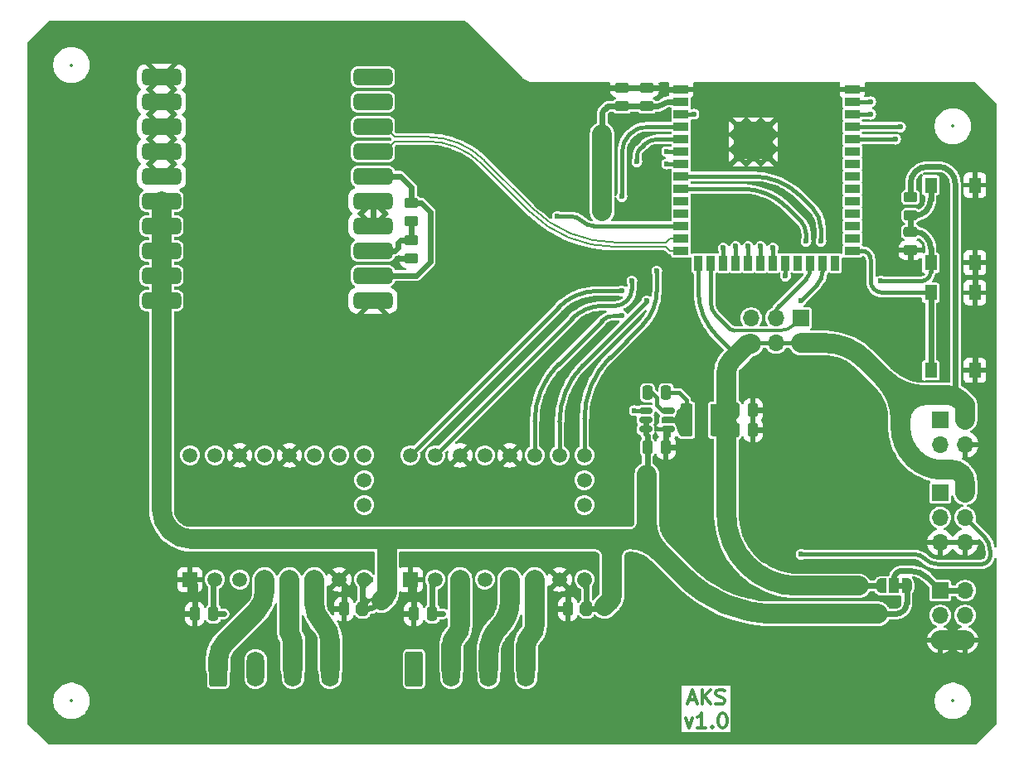
<source format=gtl>
%TF.GenerationSoftware,KiCad,Pcbnew,8.0.2*%
%TF.CreationDate,2025-04-15T08:32:20+02:00*%
%TF.ProjectId,Mainboard,4d61696e-626f-4617-9264-2e6b69636164,v1.0*%
%TF.SameCoordinates,Original*%
%TF.FileFunction,Copper,L1,Top*%
%TF.FilePolarity,Positive*%
%FSLAX46Y46*%
G04 Gerber Fmt 4.6, Leading zero omitted, Abs format (unit mm)*
G04 Created by KiCad (PCBNEW 8.0.2) date 2025-04-15 08:32:20*
%MOMM*%
%LPD*%
G01*
G04 APERTURE LIST*
G04 Aperture macros list*
%AMRoundRect*
0 Rectangle with rounded corners*
0 $1 Rounding radius*
0 $2 $3 $4 $5 $6 $7 $8 $9 X,Y pos of 4 corners*
0 Add a 4 corners polygon primitive as box body*
4,1,4,$2,$3,$4,$5,$6,$7,$8,$9,$2,$3,0*
0 Add four circle primitives for the rounded corners*
1,1,$1+$1,$2,$3*
1,1,$1+$1,$4,$5*
1,1,$1+$1,$6,$7*
1,1,$1+$1,$8,$9*
0 Add four rect primitives between the rounded corners*
20,1,$1+$1,$2,$3,$4,$5,0*
20,1,$1+$1,$4,$5,$6,$7,0*
20,1,$1+$1,$6,$7,$8,$9,0*
20,1,$1+$1,$8,$9,$2,$3,0*%
%AMFreePoly0*
4,1,19,0.550000,-0.750000,0.000000,-0.750000,0.000000,-0.744911,-0.071157,-0.744911,-0.207708,-0.704816,-0.327430,-0.627875,-0.420627,-0.520320,-0.479746,-0.390866,-0.500000,-0.250000,-0.500000,0.250000,-0.479746,0.390866,-0.420627,0.520320,-0.327430,0.627875,-0.207708,0.704816,-0.071157,0.744911,0.000000,0.744911,0.000000,0.750000,0.550000,0.750000,0.550000,-0.750000,0.550000,-0.750000,
$1*%
%AMFreePoly1*
4,1,19,0.000000,0.744911,0.071157,0.744911,0.207708,0.704816,0.327430,0.627875,0.420627,0.520320,0.479746,0.390866,0.500000,0.250000,0.500000,-0.250000,0.479746,-0.390866,0.420627,-0.520320,0.327430,-0.627875,0.207708,-0.704816,0.071157,-0.744911,0.000000,-0.744911,0.000000,-0.750000,-0.550000,-0.750000,-0.550000,0.750000,0.000000,0.750000,0.000000,0.744911,0.000000,0.744911,
$1*%
G04 Aperture macros list end*
%ADD10C,0.300000*%
%TA.AperFunction,NonConductor*%
%ADD11C,0.300000*%
%TD*%
%TA.AperFunction,EtchedComponent*%
%ADD12C,0.000000*%
%TD*%
%TA.AperFunction,ComponentPad*%
%ADD13RoundRect,0.250000X-0.650000X-1.550000X0.650000X-1.550000X0.650000X1.550000X-0.650000X1.550000X0*%
%TD*%
%TA.AperFunction,ComponentPad*%
%ADD14O,1.800000X3.600000*%
%TD*%
%TA.AperFunction,SMDPad,CuDef*%
%ADD15R,1.300000X1.550000*%
%TD*%
%TA.AperFunction,SMDPad,CuDef*%
%ADD16RoundRect,0.250000X0.250000X0.475000X-0.250000X0.475000X-0.250000X-0.475000X0.250000X-0.475000X0*%
%TD*%
%TA.AperFunction,SMDPad,CuDef*%
%ADD17RoundRect,0.250000X-0.450000X0.262500X-0.450000X-0.262500X0.450000X-0.262500X0.450000X0.262500X0*%
%TD*%
%TA.AperFunction,ComponentPad*%
%ADD18R,1.700000X1.700000*%
%TD*%
%TA.AperFunction,ComponentPad*%
%ADD19O,1.700000X1.700000*%
%TD*%
%TA.AperFunction,SMDPad,CuDef*%
%ADD20RoundRect,0.250000X-0.250000X-0.475000X0.250000X-0.475000X0.250000X0.475000X-0.250000X0.475000X0*%
%TD*%
%TA.AperFunction,SMDPad,CuDef*%
%ADD21RoundRect,0.425000X1.575000X0.425000X-1.575000X0.425000X-1.575000X-0.425000X1.575000X-0.425000X0*%
%TD*%
%TA.AperFunction,SMDPad,CuDef*%
%ADD22R,1.200000X3.300000*%
%TD*%
%TA.AperFunction,SMDPad,CuDef*%
%ADD23R,1.500000X0.900000*%
%TD*%
%TA.AperFunction,SMDPad,CuDef*%
%ADD24R,0.900000X1.500000*%
%TD*%
%TA.AperFunction,SMDPad,CuDef*%
%ADD25R,1.000000X1.000000*%
%TD*%
%TA.AperFunction,ComponentPad*%
%ADD26C,0.600000*%
%TD*%
%TA.AperFunction,ComponentPad*%
%ADD27R,1.508000X1.508000*%
%TD*%
%TA.AperFunction,ComponentPad*%
%ADD28C,1.508000*%
%TD*%
%TA.AperFunction,SMDPad,CuDef*%
%ADD29RoundRect,0.250000X0.475000X-0.250000X0.475000X0.250000X-0.475000X0.250000X-0.475000X-0.250000X0*%
%TD*%
%TA.AperFunction,SMDPad,CuDef*%
%ADD30RoundRect,0.150000X-0.512500X-0.150000X0.512500X-0.150000X0.512500X0.150000X-0.512500X0.150000X0*%
%TD*%
%TA.AperFunction,SMDPad,CuDef*%
%ADD31RoundRect,0.250000X-0.475000X0.250000X-0.475000X-0.250000X0.475000X-0.250000X0.475000X0.250000X0*%
%TD*%
%TA.AperFunction,SMDPad,CuDef*%
%ADD32FreePoly0,180.000000*%
%TD*%
%TA.AperFunction,SMDPad,CuDef*%
%ADD33R,1.000000X1.500000*%
%TD*%
%TA.AperFunction,SMDPad,CuDef*%
%ADD34FreePoly1,180.000000*%
%TD*%
%TA.AperFunction,ViaPad*%
%ADD35C,0.600000*%
%TD*%
%TA.AperFunction,Conductor*%
%ADD36C,0.450000*%
%TD*%
%TA.AperFunction,Conductor*%
%ADD37C,0.600000*%
%TD*%
%TA.AperFunction,Conductor*%
%ADD38C,2.000000*%
%TD*%
%TA.AperFunction,Conductor*%
%ADD39C,0.200000*%
%TD*%
%TA.AperFunction,Conductor*%
%ADD40C,0.300000*%
%TD*%
%ADD41C,0.300000*%
%ADD42C,0.350000*%
%ADD43C,0.200000*%
G04 APERTURE END LIST*
D10*
D11*
X160678572Y-133542299D02*
X161392858Y-133542299D01*
X160535715Y-133970870D02*
X161035715Y-132470870D01*
X161035715Y-132470870D02*
X161535715Y-133970870D01*
X162035714Y-133970870D02*
X162035714Y-132470870D01*
X162892857Y-133970870D02*
X162250000Y-133113727D01*
X162892857Y-132470870D02*
X162035714Y-133328013D01*
X163464286Y-133899442D02*
X163678572Y-133970870D01*
X163678572Y-133970870D02*
X164035714Y-133970870D01*
X164035714Y-133970870D02*
X164178572Y-133899442D01*
X164178572Y-133899442D02*
X164250000Y-133828013D01*
X164250000Y-133828013D02*
X164321429Y-133685156D01*
X164321429Y-133685156D02*
X164321429Y-133542299D01*
X164321429Y-133542299D02*
X164250000Y-133399442D01*
X164250000Y-133399442D02*
X164178572Y-133328013D01*
X164178572Y-133328013D02*
X164035714Y-133256584D01*
X164035714Y-133256584D02*
X163750000Y-133185156D01*
X163750000Y-133185156D02*
X163607143Y-133113727D01*
X163607143Y-133113727D02*
X163535714Y-133042299D01*
X163535714Y-133042299D02*
X163464286Y-132899442D01*
X163464286Y-132899442D02*
X163464286Y-132756584D01*
X163464286Y-132756584D02*
X163535714Y-132613727D01*
X163535714Y-132613727D02*
X163607143Y-132542299D01*
X163607143Y-132542299D02*
X163750000Y-132470870D01*
X163750000Y-132470870D02*
X164107143Y-132470870D01*
X164107143Y-132470870D02*
X164321429Y-132542299D01*
X160357143Y-135385786D02*
X160714286Y-136385786D01*
X160714286Y-136385786D02*
X161071429Y-135385786D01*
X162428572Y-136385786D02*
X161571429Y-136385786D01*
X162000000Y-136385786D02*
X162000000Y-134885786D01*
X162000000Y-134885786D02*
X161857143Y-135100072D01*
X161857143Y-135100072D02*
X161714286Y-135242929D01*
X161714286Y-135242929D02*
X161571429Y-135314358D01*
X163071428Y-136242929D02*
X163142857Y-136314358D01*
X163142857Y-136314358D02*
X163071428Y-136385786D01*
X163071428Y-136385786D02*
X163000000Y-136314358D01*
X163000000Y-136314358D02*
X163071428Y-136242929D01*
X163071428Y-136242929D02*
X163071428Y-136385786D01*
X164071429Y-134885786D02*
X164214286Y-134885786D01*
X164214286Y-134885786D02*
X164357143Y-134957215D01*
X164357143Y-134957215D02*
X164428572Y-135028643D01*
X164428572Y-135028643D02*
X164500000Y-135171500D01*
X164500000Y-135171500D02*
X164571429Y-135457215D01*
X164571429Y-135457215D02*
X164571429Y-135814358D01*
X164571429Y-135814358D02*
X164500000Y-136100072D01*
X164500000Y-136100072D02*
X164428572Y-136242929D01*
X164428572Y-136242929D02*
X164357143Y-136314358D01*
X164357143Y-136314358D02*
X164214286Y-136385786D01*
X164214286Y-136385786D02*
X164071429Y-136385786D01*
X164071429Y-136385786D02*
X163928572Y-136314358D01*
X163928572Y-136314358D02*
X163857143Y-136242929D01*
X163857143Y-136242929D02*
X163785714Y-136100072D01*
X163785714Y-136100072D02*
X163714286Y-135814358D01*
X163714286Y-135814358D02*
X163714286Y-135457215D01*
X163714286Y-135457215D02*
X163785714Y-135171500D01*
X163785714Y-135171500D02*
X163857143Y-135028643D01*
X163857143Y-135028643D02*
X163928572Y-134957215D01*
X163928572Y-134957215D02*
X164071429Y-134885786D01*
D12*
%TA.AperFunction,EtchedComponent*%
%TO.C,JP1*%
G36*
X182546000Y-122170000D02*
G01*
X182046000Y-122170000D01*
X182046000Y-121570000D01*
X182546000Y-121570000D01*
X182546000Y-122170000D01*
G37*
%TD.AperFunction*%
%TD*%
D13*
%TO.P,J1,1,Pin_1*%
%TO.N,/Main Sheet/MD1_M1A*%
X112646000Y-130370000D03*
D14*
%TO.P,J1,2,Pin_2*%
%TO.N,/Main Sheet/MD1_M1B*%
X116456000Y-130370000D03*
%TO.P,J1,3,Pin_3*%
%TO.N,/Main Sheet/MD1_M2A*%
X120266000Y-130370000D03*
%TO.P,J1,4,Pin_4*%
%TO.N,/Main Sheet/MD1_M2B*%
X124076000Y-130370000D03*
%TD*%
D15*
%TO.P,SW1,1,1*%
%TO.N,GND*%
X189896000Y-80895000D03*
X189896000Y-88845000D03*
%TO.P,SW1,2,2*%
%TO.N,/Main Sheet/EN*%
X185396000Y-80895000D03*
X185396000Y-88845000D03*
%TD*%
D16*
%TO.P,C9,1*%
%TO.N,+20V*%
X127384000Y-124214000D03*
%TO.P,C9,2*%
%TO.N,GND*%
X125484000Y-124214000D03*
%TD*%
D17*
%TO.P,R2,1*%
%TO.N,Net-(U2-VBUS_MAX)*%
X132371000Y-82722500D03*
%TO.P,R2,2*%
%TO.N,Net-(U2-ISNK_COARSE)*%
X132371000Y-84547500D03*
%TD*%
D16*
%TO.P,C1,1*%
%TO.N,Net-(U1-SW)*%
X158372000Y-102116000D03*
%TO.P,C1,2*%
%TO.N,Net-(U1-BST)*%
X156472000Y-102116000D03*
%TD*%
D13*
%TO.P,J3,1,Pin_1*%
%TO.N,/Main Sheet/MD2_M1A*%
X132646000Y-130370000D03*
D14*
%TO.P,J3,2,Pin_2*%
%TO.N,/Main Sheet/MD2_M1B*%
X136456000Y-130370000D03*
%TO.P,J3,3,Pin_3*%
%TO.N,/Main Sheet/MD2_M2A*%
X140266000Y-130370000D03*
%TO.P,J3,4,Pin_4*%
%TO.N,/Main Sheet/MD2_M2B*%
X144076000Y-130370000D03*
%TD*%
D18*
%TO.P,J2,1,Pin_1*%
%TO.N,/Main Sheet/Tx*%
X186371000Y-104870000D03*
D19*
%TO.P,J2,2,Pin_2*%
%TO.N,+3.3V*%
X188911000Y-104870000D03*
%TO.P,J2,3,Pin_3*%
%TO.N,/Main Sheet/Rx*%
X186371000Y-107410000D03*
%TO.P,J2,4,Pin_4*%
%TO.N,GND*%
X188911000Y-107410000D03*
%TD*%
D18*
%TO.P,J6,1,Pin_1*%
%TO.N,IO1*%
X186371000Y-112345000D03*
D19*
%TO.P,J6,2,Pin_2*%
%TO.N,+3.3V*%
X188911000Y-112345000D03*
%TO.P,J6,3,Pin_3*%
%TO.N,IO2*%
X186371000Y-114885000D03*
%TO.P,J6,4,Pin_4*%
%TO.N,WS2812*%
X188911000Y-114885000D03*
%TO.P,J6,5,Pin_5*%
%TO.N,GND*%
X186371000Y-117425000D03*
%TO.P,J6,6,Pin_6*%
X188911000Y-117425000D03*
%TD*%
D20*
%TO.P,C2,1*%
%TO.N,+20V*%
X156472000Y-107704000D03*
%TO.P,C2,2*%
%TO.N,GND*%
X158372000Y-107704000D03*
%TD*%
D16*
%TO.P,C11,1*%
%TO.N,+20V*%
X150244000Y-124214000D03*
%TO.P,C11,2*%
%TO.N,GND*%
X148344000Y-124214000D03*
%TD*%
D20*
%TO.P,C3,1*%
%TO.N,+3.3V*%
X165362000Y-105926000D03*
%TO.P,C3,2*%
%TO.N,GND*%
X167262000Y-105926000D03*
%TD*%
D16*
%TO.P,C8,1*%
%TO.N,+3.3V*%
X112144000Y-124722000D03*
%TO.P,C8,2*%
%TO.N,GND*%
X110244000Y-124722000D03*
%TD*%
D21*
%TO.P,U2,1,GND*%
%TO.N,GND*%
X106851000Y-69835000D03*
%TO.P,U2,2,GND*%
X106851000Y-72375000D03*
%TO.P,U2,3,GND*%
X106851000Y-74915000D03*
%TO.P,U2,4,GND*%
X106851000Y-77455000D03*
%TO.P,U2,5,GND*%
X106851000Y-79995000D03*
%TO.P,U2,6,VCC*%
%TO.N,+20V*%
X106851000Y-82535000D03*
%TO.P,U2,7,VCC*%
X106851000Y-85075000D03*
%TO.P,U2,8,VCC*%
X106851000Y-87615000D03*
%TO.P,U2,9,VCC*%
X106851000Y-90155000D03*
%TO.P,U2,10,VCC*%
X106851000Y-92695000D03*
%TO.P,U2,11,FAULT*%
%TO.N,unconnected-(U2-FAULT-Pad11)*%
X128441000Y-69835000D03*
%TO.P,U2,12,FLIP*%
%TO.N,unconnected-(U2-FLIP-Pad12)*%
X128441000Y-72375000D03*
%TO.P,U2,13,D-*%
%TO.N,USB_D-*%
X128441000Y-74915000D03*
%TO.P,U2,14,D+*%
%TO.N,USB_D+*%
X128441000Y-77455000D03*
%TO.P,U2,15,GND*%
%TO.N,Net-(U2-VBUS_MAX)*%
X128441000Y-79995000D03*
%TO.P,U2,16,GND*%
%TO.N,GND*%
X128441000Y-82535000D03*
%TO.P,U2,17,ISNK_FINE*%
X128441000Y-85075000D03*
%TO.P,U2,18,ISNK_COARSE*%
%TO.N,Net-(U2-ISNK_COARSE)*%
X128441000Y-87615000D03*
%TO.P,U2,19,VBUS_MAX*%
%TO.N,Net-(U2-VBUS_MAX)*%
X128441000Y-90155000D03*
%TO.P,U2,20,VBUS_MIN*%
%TO.N,GND*%
X128441000Y-92695000D03*
%TD*%
D22*
%TO.P,L1,1,1*%
%TO.N,Net-(U1-SW)*%
X160444000Y-104910000D03*
%TO.P,L1,2,2*%
%TO.N,+3.3V*%
X163544000Y-104910000D03*
%TD*%
D23*
%TO.P,U4,1,GND*%
%TO.N,GND*%
X159896000Y-71110000D03*
%TO.P,U4,2,3V3*%
%TO.N,+3.3V*%
X159896000Y-72380000D03*
%TO.P,U4,3,EN*%
%TO.N,/Main Sheet/EN*%
X159896000Y-73650000D03*
%TO.P,U4,4,IO4*%
%TO.N,/Main Sheet/MD1_!EN*%
X159896000Y-74920000D03*
%TO.P,U4,5,IO5*%
%TO.N,/Main Sheet/MD1_STEP*%
X159896000Y-76190000D03*
%TO.P,U4,6,IO6*%
%TO.N,/Main Sheet/MD1_DIR*%
X159896000Y-77460000D03*
%TO.P,U4,7,IO7*%
%TO.N,/Main Sheet/MD1_MS1*%
X159896000Y-78730000D03*
%TO.P,U4,8,IO15*%
%TO.N,SERVO1*%
X159896000Y-80000000D03*
%TO.P,U4,9,IO16*%
%TO.N,SERVO2*%
X159896000Y-81270000D03*
%TO.P,U4,10,IO17*%
%TO.N,unconnected-(U4-IO17-Pad10)*%
X159896000Y-82540000D03*
%TO.P,U4,11,IO18*%
%TO.N,unconnected-(U4-IO18-Pad11)*%
X159896000Y-83810000D03*
%TO.P,U4,12,IO8*%
%TO.N,/Main Sheet/MD1_MS2*%
X159896000Y-85080000D03*
%TO.P,U4,13,USB_D-/IO19*%
%TO.N,USB_D-*%
X159896000Y-86350000D03*
%TO.P,U4,14,USB_D+/IO20*%
%TO.N,USB_D+*%
X159896000Y-87620000D03*
D24*
%TO.P,U4,15,IO3*%
%TO.N,+3.3V*%
X161661000Y-88870000D03*
%TO.P,U4,16,IO46*%
%TO.N,/Main Sheet/ID0*%
X162931000Y-88870000D03*
%TO.P,U4,17,IO9*%
%TO.N,/Main Sheet/MD2_!EN*%
X164201000Y-88870000D03*
%TO.P,U4,18,IO10*%
%TO.N,/Main Sheet/MD2_STEP*%
X165471000Y-88870000D03*
%TO.P,U4,19,IO11*%
%TO.N,/Main Sheet/MD2_DIR*%
X166741000Y-88870000D03*
%TO.P,U4,20,IO12*%
%TO.N,/Main Sheet/MD2_MS1*%
X168011000Y-88870000D03*
%TO.P,U4,21,IO13*%
%TO.N,/Main Sheet/MD2_MS2*%
X169281000Y-88870000D03*
%TO.P,U4,22,IO14*%
%TO.N,WS2812*%
X170551000Y-88870000D03*
%TO.P,U4,23,IO21*%
%TO.N,unconnected-(U4-IO21-Pad23)*%
X171821000Y-88870000D03*
%TO.P,U4,24,IO47*%
%TO.N,/Main Sheet/ID1*%
X173091000Y-88870000D03*
%TO.P,U4,25,IO48*%
%TO.N,/Main Sheet/ID2*%
X174361000Y-88870000D03*
%TO.P,U4,26,IO45*%
%TO.N,unconnected-(U4-IO45-Pad26)*%
X175631000Y-88870000D03*
D23*
%TO.P,U4,27,IO0*%
%TO.N,/Main Sheet/BOOT*%
X177396000Y-87620000D03*
%TO.P,U4,28,NC*%
%TO.N,unconnected-(U4-NC-Pad28)*%
X177396000Y-86350000D03*
%TO.P,U4,29,NC*%
%TO.N,unconnected-(U4-NC-Pad29)*%
X177396000Y-85080000D03*
%TO.P,U4,30,NC*%
%TO.N,unconnected-(U4-NC-Pad30)*%
X177396000Y-83810000D03*
%TO.P,U4,31,IO38*%
%TO.N,unconnected-(U4-IO38-Pad31)*%
X177396000Y-82540000D03*
%TO.P,U4,32,MTCK/IO39*%
%TO.N,unconnected-(U4-MTCK{slash}IO39-Pad32)*%
X177396000Y-81270000D03*
%TO.P,U4,33,MTDO/IO40*%
%TO.N,unconnected-(U4-MTDO{slash}IO40-Pad33)*%
X177396000Y-80000000D03*
%TO.P,U4,34,MTDI/IO41*%
%TO.N,unconnected-(U4-MTDI{slash}IO41-Pad34)*%
X177396000Y-78730000D03*
%TO.P,U4,35,MTMS/IO42*%
%TO.N,unconnected-(U4-MTMS{slash}IO42-Pad35)*%
X177396000Y-77460000D03*
%TO.P,U4,36,RXD0/IO44*%
%TO.N,/Main Sheet/Rx*%
X177396000Y-76190000D03*
%TO.P,U4,37,TXD0/IO43*%
%TO.N,/Main Sheet/Tx*%
X177396000Y-74920000D03*
%TO.P,U4,38,IO2*%
%TO.N,IO2*%
X177396000Y-73650000D03*
%TO.P,U4,39,IO1*%
%TO.N,IO1*%
X177396000Y-72380000D03*
%TO.P,U4,40,GND*%
%TO.N,GND*%
X177396000Y-71110000D03*
D25*
%TO.P,U4,41,GND*%
X165786000Y-74960000D03*
D26*
X165786000Y-75710000D03*
D25*
X165786000Y-76460000D03*
D26*
X165786000Y-77210000D03*
D25*
X165786000Y-77960000D03*
D26*
X166536000Y-74960000D03*
X166536000Y-76460000D03*
X166536000Y-77960000D03*
D25*
X167286000Y-74960000D03*
D26*
X167286000Y-75710000D03*
D25*
X167286000Y-76460000D03*
D26*
X167286000Y-77210000D03*
D25*
X167286000Y-77960000D03*
D26*
X168036000Y-74960000D03*
X168036000Y-76460000D03*
X168036000Y-77960000D03*
D25*
X168786000Y-74960000D03*
D26*
X168786000Y-75710000D03*
D25*
X168786000Y-76460000D03*
D26*
X168786000Y-77210000D03*
D25*
X168786000Y-77960000D03*
%TD*%
D27*
%TO.P,U3,1,GND*%
%TO.N,GND*%
X109756000Y-121220000D03*
D28*
%TO.P,U3,2,VIO*%
%TO.N,+3.3V*%
X112296000Y-121220000D03*
%TO.P,U3,3,M1B*%
%TO.N,/Main Sheet/MD1_M1B*%
X114836000Y-121220000D03*
%TO.P,U3,4,M1A*%
%TO.N,/Main Sheet/MD1_M1A*%
X117376000Y-121220000D03*
%TO.P,U3,5,M2A*%
%TO.N,/Main Sheet/MD1_M2A*%
X119916000Y-121220000D03*
%TO.P,U3,6,M2B*%
%TO.N,/Main Sheet/MD1_M2B*%
X122456000Y-121220000D03*
%TO.P,U3,7,GND*%
%TO.N,GND*%
X124996000Y-121220000D03*
%TO.P,U3,8,VM*%
%TO.N,+20V*%
X127536000Y-121220000D03*
%TO.P,U3,9,DIR*%
%TO.N,/Main Sheet/MD1_DIR*%
X109756000Y-108520000D03*
%TO.P,U3,10,STEP*%
%TO.N,/Main Sheet/MD1_STEP*%
X112296000Y-108520000D03*
%TO.P,U3,11,PDN*%
%TO.N,GND*%
X114836000Y-108520000D03*
%TO.P,U3,12,UART*%
%TO.N,unconnected-(U3-UART-Pad12)*%
X117376000Y-108520000D03*
%TO.P,U3,13,SPRD*%
%TO.N,GND*%
X119916000Y-108520000D03*
%TO.P,U3,14,MS2*%
%TO.N,/Main Sheet/MD1_MS2*%
X122456000Y-108520000D03*
%TO.P,U3,15,MS1*%
%TO.N,/Main Sheet/MD1_MS1*%
X124996000Y-108520000D03*
%TO.P,U3,16,~{EN}*%
%TO.N,/Main Sheet/MD1_!EN*%
X127536000Y-108520000D03*
%TO.P,U3,17,INDEX*%
%TO.N,unconnected-(U3-INDEX-Pad17)*%
X127536000Y-113600000D03*
%TO.P,U3,18,DIAG*%
%TO.N,unconnected-(U3-DIAG-Pad18)*%
X127536000Y-111060000D03*
%TD*%
D29*
%TO.P,C5,1*%
%TO.N,+3.3V*%
X153866000Y-72840000D03*
%TO.P,C5,2*%
%TO.N,GND*%
X153866000Y-70940000D03*
%TD*%
D27*
%TO.P,U5,1,GND*%
%TO.N,GND*%
X132256000Y-121220000D03*
D28*
%TO.P,U5,2,VIO*%
%TO.N,+3.3V*%
X134796000Y-121220000D03*
%TO.P,U5,3,M1B*%
%TO.N,/Main Sheet/MD2_M1B*%
X137336000Y-121220000D03*
%TO.P,U5,4,M1A*%
%TO.N,/Main Sheet/MD2_M1A*%
X139876000Y-121220000D03*
%TO.P,U5,5,M2A*%
%TO.N,/Main Sheet/MD2_M2A*%
X142416000Y-121220000D03*
%TO.P,U5,6,M2B*%
%TO.N,/Main Sheet/MD2_M2B*%
X144956000Y-121220000D03*
%TO.P,U5,7,GND*%
%TO.N,GND*%
X147496000Y-121220000D03*
%TO.P,U5,8,VM*%
%TO.N,+20V*%
X150036000Y-121220000D03*
%TO.P,U5,9,DIR*%
%TO.N,/Main Sheet/MD2_DIR*%
X132256000Y-108520000D03*
%TO.P,U5,10,STEP*%
%TO.N,/Main Sheet/MD2_STEP*%
X134796000Y-108520000D03*
%TO.P,U5,11,PDN*%
%TO.N,GND*%
X137336000Y-108520000D03*
%TO.P,U5,12,UART*%
%TO.N,unconnected-(U5-UART-Pad12)*%
X139876000Y-108520000D03*
%TO.P,U5,13,SPRD*%
%TO.N,GND*%
X142416000Y-108520000D03*
%TO.P,U5,14,MS2*%
%TO.N,/Main Sheet/MD2_MS2*%
X144956000Y-108520000D03*
%TO.P,U5,15,MS1*%
%TO.N,/Main Sheet/MD2_MS1*%
X147496000Y-108520000D03*
%TO.P,U5,16,~{EN}*%
%TO.N,/Main Sheet/MD2_!EN*%
X150036000Y-108520000D03*
%TO.P,U5,17,INDEX*%
%TO.N,unconnected-(U5-INDEX-Pad17)*%
X150036000Y-113600000D03*
%TO.P,U5,18,DIAG*%
%TO.N,unconnected-(U5-DIAG-Pad18)*%
X150036000Y-111060000D03*
%TD*%
D15*
%TO.P,SW2,1,1*%
%TO.N,/Main Sheet/BOOT*%
X185396000Y-99845000D03*
X185396000Y-91895000D03*
%TO.P,SW2,2,2*%
%TO.N,GND*%
X189896000Y-99845000D03*
X189896000Y-91895000D03*
%TD*%
D30*
%TO.P,U1,1,FB*%
%TO.N,+3.3V*%
X156284500Y-103960000D03*
%TO.P,U1,2,EN*%
%TO.N,+20V*%
X156284500Y-104910000D03*
%TO.P,U1,3,IN*%
X156284500Y-105860000D03*
%TO.P,U1,4,GND*%
%TO.N,GND*%
X158559500Y-105860000D03*
%TO.P,U1,5,SW*%
%TO.N,Net-(U1-SW)*%
X158559500Y-104910000D03*
%TO.P,U1,6,BST*%
%TO.N,Net-(U1-BST)*%
X158559500Y-103960000D03*
%TD*%
D17*
%TO.P,R3,1*%
%TO.N,Net-(U2-ISNK_COARSE)*%
X132371000Y-86532500D03*
%TO.P,R3,2*%
%TO.N,GND*%
X132371000Y-88357500D03*
%TD*%
D16*
%TO.P,C10,1*%
%TO.N,+3.3V*%
X134496000Y-124722000D03*
%TO.P,C10,2*%
%TO.N,GND*%
X132596000Y-124722000D03*
%TD*%
D17*
%TO.P,R1,1*%
%TO.N,+3.3V*%
X183330000Y-82153500D03*
%TO.P,R1,2*%
%TO.N,/Main Sheet/EN*%
X183330000Y-83978500D03*
%TD*%
D31*
%TO.P,C7,1*%
%TO.N,/Main Sheet/EN*%
X183330000Y-85672000D03*
%TO.P,C7,2*%
%TO.N,GND*%
X183330000Y-87572000D03*
%TD*%
D32*
%TO.P,JP1,1,A*%
%TO.N,+20V*%
X182946000Y-121870000D03*
D33*
%TO.P,JP1,2,C*%
%TO.N,Net-(J5-Pin_1)*%
X181646000Y-121870000D03*
D34*
%TO.P,JP1,3,B*%
%TO.N,+3.3V*%
X180346000Y-121870000D03*
%TD*%
D18*
%TO.P,J5,1,Pin_1*%
%TO.N,Net-(J5-Pin_1)*%
X186371000Y-122345000D03*
D19*
%TO.P,J5,2,Pin_2*%
X188911000Y-122345000D03*
%TO.P,J5,3,Pin_3*%
%TO.N,SERVO1*%
X186371000Y-124885000D03*
%TO.P,J5,4,Pin_4*%
%TO.N,SERVO2*%
X188911000Y-124885000D03*
%TO.P,J5,5,Pin_5*%
%TO.N,GND*%
X186371000Y-127425000D03*
%TO.P,J5,6,Pin_6*%
X188911000Y-127425000D03*
%TD*%
D29*
%TO.P,C6,1*%
%TO.N,+3.3V*%
X156406000Y-72840000D03*
%TO.P,C6,2*%
%TO.N,GND*%
X156406000Y-70940000D03*
%TD*%
D20*
%TO.P,C4,1*%
%TO.N,+3.3V*%
X165362000Y-103894000D03*
%TO.P,C4,2*%
%TO.N,GND*%
X167262000Y-103894000D03*
%TD*%
D18*
%TO.P,J4,1,Pin_1*%
%TO.N,/Main Sheet/ID0*%
X172139000Y-94491000D03*
D19*
%TO.P,J4,2,Pin_2*%
%TO.N,+3.3V*%
X172139000Y-97031000D03*
%TO.P,J4,3,Pin_3*%
%TO.N,/Main Sheet/ID1*%
X169599000Y-94491000D03*
%TO.P,J4,4,Pin_4*%
%TO.N,+3.3V*%
X169599000Y-97031000D03*
%TO.P,J4,5,Pin_5*%
%TO.N,/Main Sheet/ID2*%
X167059000Y-94491000D03*
%TO.P,J4,6,Pin_6*%
%TO.N,+3.3V*%
X167059000Y-97031000D03*
%TD*%
D35*
%TO.N,GND*%
X173228000Y-112268000D03*
X146304000Y-86868000D03*
X137160000Y-83312000D03*
X164000000Y-121000000D03*
X189896000Y-82050000D03*
X168000000Y-91000000D03*
X135000000Y-70000000D03*
X173000000Y-78000000D03*
X103574000Y-77986000D03*
X124000000Y-137000000D03*
X144000000Y-137000000D03*
X133000000Y-137000000D03*
X103574000Y-71890000D03*
X164000000Y-85000000D03*
X131514000Y-124722000D03*
X183000000Y-127000000D03*
X103574000Y-75446000D03*
X169648782Y-70833513D03*
X191000000Y-78000000D03*
X97000000Y-91000000D03*
X128441000Y-83800589D03*
X132000000Y-93000000D03*
X103574000Y-79510000D03*
X163646000Y-70870000D03*
X148646000Y-70870000D03*
X180848000Y-97028000D03*
X124402000Y-124214000D03*
X142240000Y-86360000D03*
X191000000Y-110000000D03*
X189646000Y-70870000D03*
X103574000Y-74430000D03*
X147262000Y-124214000D03*
X168090000Y-103894000D03*
X189896000Y-90305000D03*
X100000000Y-101000000D03*
X140646000Y-67870000D03*
X159200000Y-107704000D03*
X150646000Y-70870000D03*
X178816000Y-92964000D03*
X183388000Y-96520000D03*
X158496000Y-73660000D03*
X135000000Y-79000000D03*
X189896000Y-98560000D03*
X172000000Y-134000000D03*
X142646000Y-69870000D03*
X156000000Y-82000000D03*
X144646000Y-70870000D03*
X103574000Y-76970000D03*
X175646000Y-70870000D03*
X103574000Y-80526000D03*
X171646000Y-70870000D03*
X146646000Y-70870000D03*
X152595960Y-70940000D03*
X138646000Y-65870000D03*
X103574000Y-72906000D03*
X157446999Y-105860000D03*
X165646000Y-70870000D03*
X168090000Y-105926000D03*
X187646000Y-70870000D03*
X182000000Y-73000000D03*
X131101000Y-88357500D03*
X181646000Y-70870000D03*
X159000000Y-100000000D03*
X161646000Y-70870000D03*
X103574000Y-69350000D03*
X142000000Y-74000000D03*
X146000000Y-81000000D03*
X97000000Y-115000000D03*
X183330000Y-88400000D03*
X183646000Y-70870000D03*
X190000000Y-96000000D03*
X155000000Y-89000000D03*
X189000000Y-85000000D03*
X118000000Y-112000000D03*
X103574000Y-70366000D03*
X179646000Y-70870000D03*
X185646000Y-70870000D03*
X109162000Y-124722000D03*
X141000000Y-112000000D03*
X173646000Y-70870000D03*
X160000000Y-111000000D03*
X167646000Y-70870000D03*
X101000000Y-122000000D03*
X113000000Y-137000000D03*
X181000000Y-81000000D03*
X158000000Y-126000000D03*
%TO.N,+3.3V*%
X151834000Y-83574000D03*
X164534000Y-117610000D03*
X135578000Y-124722000D03*
X155136068Y-103960000D03*
X164534000Y-104910000D03*
X113226000Y-124722000D03*
%TO.N,/Main Sheet/EN*%
X161213979Y-73649979D03*
X180282000Y-90686000D03*
%TO.N,/Main Sheet/MD1_DIR*%
X158438000Y-77460000D03*
%TO.N,/Main Sheet/MD1_STEP*%
X155390000Y-78494000D03*
%TO.N,/Main Sheet/MD1_!EN*%
X153866000Y-82050000D03*
%TO.N,/Main Sheet/MD1_MS2*%
X147262000Y-84082000D03*
%TO.N,/Main Sheet/MD1_MS1*%
X158438000Y-78730000D03*
%TO.N,/Main Sheet/MD2_STEP*%
X165471000Y-87129960D03*
X154882000Y-90686000D03*
%TO.N,/Main Sheet/MD2_!EN*%
X164201000Y-87305096D03*
X157422000Y-89670000D03*
%TO.N,/Main Sheet/MD2_MS2*%
X153866000Y-94242000D03*
X169281016Y-87305016D03*
%TO.N,/Main Sheet/MD2_MS1*%
X168011000Y-87130000D03*
X156406000Y-92718000D03*
%TO.N,/Main Sheet/MD2_DIR*%
X153865996Y-91702000D03*
X166741000Y-87130000D03*
%TO.N,IO2*%
X179266000Y-73650000D03*
%TO.N,WS2812*%
X170551000Y-90178000D03*
X172154000Y-118626000D03*
%TO.N,IO1*%
X179266000Y-72380000D03*
%TO.N,SERVO1*%
X174186000Y-86622000D03*
%TO.N,SERVO2*%
X172662000Y-86622000D03*
%TO.N,/Main Sheet/ID2*%
X172154016Y-92718000D03*
%TO.N,/Main Sheet/Rx*%
X181806082Y-76190000D03*
%TO.N,/Main Sheet/Tx*%
X182314010Y-74938008D03*
%TD*%
D36*
%TO.N,Net-(U1-BST)*%
X157422000Y-102624000D02*
X157422000Y-103386000D01*
X157996000Y-103960000D02*
X158559500Y-103960000D01*
X156914000Y-102116000D02*
X157422000Y-102624000D01*
X158559500Y-103960000D02*
X158559500Y-103949500D01*
X157422000Y-103386000D02*
X157996000Y-103960000D01*
X156472000Y-102116000D02*
X156914000Y-102116000D01*
%TO.N,Net-(U1-SW)*%
X160444000Y-102852000D02*
X160444000Y-104910000D01*
X158372000Y-102116000D02*
X159708000Y-102116000D01*
X159708000Y-102116000D02*
X160444000Y-102852000D01*
D37*
%TO.N,GND*%
X128441000Y-82535000D02*
X128441000Y-85075000D01*
X125484000Y-124214000D02*
X124402000Y-124214000D01*
X125484000Y-124214000D02*
X125484000Y-121708000D01*
X167262000Y-105926000D02*
X168090000Y-105926000D01*
X158431208Y-71110000D02*
X159896000Y-71110000D01*
X132596000Y-121560000D02*
X132256000Y-121220000D01*
D36*
X157446999Y-105860000D02*
X158559500Y-105860000D01*
D37*
X148344000Y-122068000D02*
X147496000Y-121220000D01*
X132596000Y-124722000D02*
X132596000Y-121560000D01*
D38*
X188911000Y-127425000D02*
X186371000Y-127425000D01*
D37*
X110244000Y-124722000D02*
X110244000Y-121708000D01*
X110244000Y-121708000D02*
X109756000Y-121220000D01*
X132596000Y-124722000D02*
X131514000Y-124722000D01*
X158372000Y-107704000D02*
X158372000Y-106047500D01*
X158372000Y-106047500D02*
X158559500Y-105860000D01*
X189896000Y-99845000D02*
X189896000Y-98560000D01*
X153866000Y-70940000D02*
X152595960Y-70940000D01*
X125484000Y-121708000D02*
X124996000Y-121220000D01*
X110244000Y-124722000D02*
X109162000Y-124722000D01*
X158372000Y-107704000D02*
X159200000Y-107704000D01*
X132371000Y-88357500D02*
X131101000Y-88357500D01*
X189896000Y-91895000D02*
X189896000Y-88845000D01*
X158020791Y-70940000D02*
X156406000Y-70940000D01*
X189896000Y-80895000D02*
X189896000Y-82050000D01*
X183330000Y-87572000D02*
X183330000Y-88400000D01*
X148344000Y-124214000D02*
X148344000Y-122068000D01*
X153866000Y-70940000D02*
X156406000Y-70940000D01*
X148344000Y-124214000D02*
X147262000Y-124214000D01*
X167262000Y-103894000D02*
X168090000Y-103894000D01*
X158226000Y-71025000D02*
G75*
G03*
X158431208Y-71109997I205200J205200D01*
G01*
X158226000Y-71025000D02*
G75*
G03*
X158020791Y-70940003I-205200J-205200D01*
G01*
%TO.N,+20V*%
X156284500Y-105860000D02*
X156284500Y-106312500D01*
X127384000Y-121372000D02*
X127536000Y-121220000D01*
X127925000Y-124214000D02*
X127384000Y-124214000D01*
D38*
X129863000Y-122436000D02*
X129863000Y-122547592D01*
X129672500Y-123007500D02*
X129291499Y-123388499D01*
X106851000Y-82535000D02*
X106851000Y-85075000D01*
D37*
X156406000Y-107770000D02*
X156472000Y-107704000D01*
X156472000Y-107704000D02*
X156472000Y-110432000D01*
X156472000Y-110432000D02*
X156406000Y-110498000D01*
D38*
X106851000Y-85075000D02*
X106851000Y-87615000D01*
X129863000Y-121674000D02*
X129863000Y-117752407D01*
D37*
X156472000Y-106500000D02*
X156472000Y-107704000D01*
X181552000Y-124722000D02*
X180028000Y-124722000D01*
X150244000Y-121428000D02*
X150036000Y-121220000D01*
D38*
X106851000Y-114024086D02*
X106851000Y-92695000D01*
X156406000Y-115324000D02*
X156406000Y-110498000D01*
D37*
X156284500Y-106312500D02*
X156472000Y-106500000D01*
D38*
X106851000Y-87615000D02*
X106851000Y-90155000D01*
D37*
X150244000Y-124214000D02*
X150244000Y-121428000D01*
D38*
X129863000Y-121674000D02*
X129863000Y-122436000D01*
X151072000Y-117102000D02*
X154628000Y-117102000D01*
X109928913Y-117102000D02*
X129212592Y-117102000D01*
X152596000Y-123452000D02*
X152088000Y-123960000D01*
D37*
X129291499Y-123388499D02*
X128848544Y-123831455D01*
D38*
X151072000Y-117102000D02*
X129751407Y-117102000D01*
X152850000Y-118880000D02*
X152850000Y-122838789D01*
X106851000Y-90155000D02*
X106851000Y-92695000D01*
D37*
X127384000Y-124214000D02*
X127384000Y-121372000D01*
D38*
X160216000Y-120912000D02*
X157663235Y-118359235D01*
D37*
X156284500Y-104910000D02*
X156284500Y-105860000D01*
X181867108Y-124722000D02*
X181552000Y-124722000D01*
D38*
X129212592Y-117102000D02*
X129751407Y-117102000D01*
X169414153Y-124722000D02*
X180028000Y-124722000D01*
D37*
X182946000Y-123643108D02*
X182946000Y-121870000D01*
X151474789Y-124214000D02*
X150244000Y-124214000D01*
X182630000Y-124406000D02*
G75*
G02*
X181867108Y-124722004I-762900J762900D01*
G01*
D38*
X106851000Y-114024086D02*
G75*
G03*
X107752496Y-116200504I3077900J-14D01*
G01*
D37*
X152088000Y-123960000D02*
G75*
G02*
X151474789Y-124213996I-613200J613200D01*
G01*
D38*
X152850000Y-122838789D02*
G75*
G02*
X152596003Y-123452003I-867200J-11D01*
G01*
X156406000Y-115324000D02*
G75*
G03*
X157663229Y-118359241I4292500J0D01*
G01*
X154628000Y-117102000D02*
G75*
G03*
X152850000Y-118880000I0J-1778000D01*
G01*
X129672500Y-117292500D02*
G75*
G03*
X129212592Y-117102003I-459900J-459900D01*
G01*
X129751407Y-117102000D02*
G75*
G03*
X129672487Y-117292513I-7J-111600D01*
G01*
X129672500Y-117292500D02*
G75*
G02*
X129862997Y-117752407I-459900J-459900D01*
G01*
X152850000Y-118880000D02*
G75*
G03*
X151072000Y-117102000I-1778000J0D01*
G01*
X160216000Y-120912000D02*
G75*
G03*
X169414153Y-124722019I9198200J9198200D01*
G01*
X154628000Y-117102000D02*
G75*
G03*
X156406000Y-115324000I0J1778000D01*
G01*
D37*
X182946000Y-123643108D02*
G75*
G02*
X182629998Y-124405998I-1078900J8D01*
G01*
D38*
X129863000Y-122547592D02*
G75*
G02*
X129672502Y-123007502I-650400J-8D01*
G01*
X157663235Y-118359235D02*
G75*
G03*
X154628000Y-117102008I-3035235J-3035265D01*
G01*
D37*
X128848544Y-123831455D02*
G75*
G02*
X127925000Y-124213996I-923544J923555D01*
G01*
D38*
X107752500Y-116200500D02*
G75*
G03*
X109928913Y-117101994I2176400J2176400D01*
G01*
%TO.N,+3.3V*%
X184854000Y-102370000D02*
X187183579Y-102370000D01*
D36*
X163605500Y-96361500D02*
X165042000Y-97798000D01*
D37*
X152375000Y-72873000D02*
X152309000Y-72939000D01*
X112144000Y-124722000D02*
X112144000Y-121372000D01*
D38*
X188911000Y-111347149D02*
X188911000Y-112345000D01*
X164534000Y-102116000D02*
X164534000Y-100040420D01*
D37*
X187902000Y-80736420D02*
X187902000Y-101651579D01*
D36*
X161661000Y-91667061D02*
X161661000Y-88870000D01*
D38*
X182314000Y-104910000D02*
X182314000Y-105653948D01*
X166899500Y-97116000D02*
X167059000Y-97116000D01*
X183700708Y-108836708D02*
X183584000Y-108720000D01*
D36*
X156284500Y-103960000D02*
X155136068Y-103960000D01*
D37*
X153866000Y-72840000D02*
X152454669Y-72840000D01*
D38*
X188914500Y-103382500D02*
X188410000Y-102878000D01*
X180517948Y-100573948D02*
X178684784Y-98740784D01*
D37*
X183330000Y-80736420D02*
X183330000Y-82153500D01*
X157525730Y-72840000D02*
X156406000Y-72840000D01*
D38*
X188911000Y-103397949D02*
X188911000Y-104870000D01*
D37*
X178054000Y-121870000D02*
X180346000Y-121870000D01*
X186167579Y-79002000D02*
X185064420Y-79002000D01*
X112144000Y-124722000D02*
X113226000Y-124722000D01*
X134496000Y-124722000D02*
X134496000Y-121520000D01*
X152088000Y-73160000D02*
X152309000Y-72939000D01*
D38*
X171806274Y-121870000D02*
X178054000Y-121870000D01*
D36*
X169599000Y-97031000D02*
X167059000Y-97031000D01*
D38*
X166627216Y-97228783D02*
X166058000Y-97798000D01*
X174557000Y-97031000D02*
X172139000Y-97031000D01*
D37*
X158636269Y-72380000D02*
X159896000Y-72380000D01*
D38*
X186485000Y-109990000D02*
X187553850Y-109990000D01*
D36*
X169599000Y-97031000D02*
X172139000Y-97031000D01*
D38*
X151834000Y-75700000D02*
X151834000Y-83574000D01*
D37*
X153866000Y-72840000D02*
X156406000Y-72840000D01*
D38*
X164534000Y-102116000D02*
X164534000Y-107704000D01*
D37*
X134496000Y-121520000D02*
X134796000Y-121220000D01*
X151834000Y-74176000D02*
X151834000Y-75700000D01*
X112144000Y-121372000D02*
X112296000Y-121220000D01*
X151834000Y-73773210D02*
X151834000Y-74176000D01*
D38*
X166058000Y-97798000D02*
X165042000Y-98814000D01*
X164534000Y-114597725D02*
X164534000Y-107704000D01*
D37*
X134496000Y-124722000D02*
X135578000Y-124722000D01*
D38*
X178684784Y-98740784D02*
G75*
G03*
X174557000Y-97031009I-4127784J-4127816D01*
G01*
X182314000Y-104910000D02*
G75*
G03*
X180517947Y-100573949I-6132100J0D01*
G01*
X188513500Y-110387500D02*
G75*
G02*
X188910979Y-111347149I-959600J-959600D01*
G01*
X184854000Y-102370000D02*
G75*
G03*
X182314000Y-104910000I0J-2540000D01*
G01*
D37*
X152454669Y-72840000D02*
G75*
G03*
X152375009Y-72873009I31J-112700D01*
G01*
D38*
X166664000Y-119740000D02*
G75*
G03*
X171806274Y-121870010I5142300J5142300D01*
G01*
D37*
X187394000Y-79510000D02*
G75*
G03*
X186167579Y-79002008I-1226400J-1226400D01*
G01*
D38*
X188914500Y-103389500D02*
G75*
G03*
X188911021Y-103397949I8400J-8400D01*
G01*
X164534000Y-114597725D02*
G75*
G03*
X166664007Y-119739993I7272300J25D01*
G01*
X188914500Y-103382500D02*
G75*
G02*
X188914500Y-103389500I-3500J-3500D01*
G01*
D37*
X185064420Y-79002000D02*
G75*
G03*
X183837994Y-79509994I-20J-1734400D01*
G01*
D38*
X165042000Y-98814000D02*
G75*
G03*
X164534008Y-100040420I1226400J-1226400D01*
G01*
D37*
X187394000Y-79510000D02*
G75*
G02*
X187901992Y-80736420I-1226400J-1226400D01*
G01*
D38*
X166899500Y-97116000D02*
G75*
G03*
X166627210Y-97228777I0J-385100D01*
G01*
X188410000Y-102878000D02*
G75*
G03*
X187183579Y-102370008I-1226400J-1226400D01*
G01*
D37*
X183838000Y-79510000D02*
G75*
G03*
X183330008Y-80736420I1226400J-1226400D01*
G01*
D38*
X183700708Y-108836708D02*
G75*
G03*
X186485000Y-109989995I2784292J2784308D01*
G01*
D37*
X158081000Y-72610000D02*
G75*
G02*
X157525730Y-72840013I-555300J555300D01*
G01*
D38*
X182314000Y-105653948D02*
G75*
G03*
X183584014Y-108719986I4336100J48D01*
G01*
X188513500Y-110387500D02*
G75*
G03*
X187553850Y-109990021I-959600J-959600D01*
G01*
D37*
X158636269Y-72380000D02*
G75*
G03*
X158081009Y-72610009I31J-785300D01*
G01*
X187902000Y-101651579D02*
G75*
G03*
X188409994Y-102878006I1734400J-21D01*
G01*
D36*
X161661000Y-91667061D02*
G75*
G03*
X163605489Y-96361511I6638900J-39D01*
G01*
D37*
X152088000Y-73160000D02*
G75*
G03*
X151834004Y-73773210I613200J-613200D01*
G01*
D36*
X165042000Y-97798000D02*
G75*
G03*
X166058000Y-97798000I508000J508002D01*
G01*
D38*
X180517948Y-100573948D02*
G75*
G03*
X184854000Y-102370001I4336052J4336048D01*
G01*
D36*
%TO.N,/Main Sheet/EN*%
X161213958Y-73650000D02*
X161213979Y-73649979D01*
X185396000Y-89760748D02*
X185396000Y-88845000D01*
D37*
X183330000Y-85672000D02*
X183330000Y-83978500D01*
X185396000Y-82362723D02*
X185396000Y-80895000D01*
X183871000Y-85672000D02*
X183330000Y-85672000D01*
D36*
X159896000Y-73650000D02*
X161213958Y-73650000D01*
D37*
X183889750Y-83978500D02*
X183330000Y-83978500D01*
X184845303Y-83582696D02*
X184922750Y-83505250D01*
X185396000Y-88845000D02*
X185396000Y-87351793D01*
X184794544Y-86054544D02*
X184904000Y-86164000D01*
D36*
X184470748Y-90686000D02*
X180282000Y-90686000D01*
D37*
X184904000Y-86164000D02*
G75*
G02*
X185396003Y-87351793I-1187800J-1187800D01*
G01*
X184794544Y-86054544D02*
G75*
G03*
X183871000Y-85672003I-923544J-923556D01*
G01*
D36*
X185396000Y-89760748D02*
G75*
G02*
X185124986Y-90414986I-925300J48D01*
G01*
D37*
X184845303Y-83582696D02*
G75*
G02*
X183889750Y-83978522I-955603J955596D01*
G01*
D36*
X185125000Y-90415000D02*
G75*
G02*
X184470748Y-90686020I-654300J654300D01*
G01*
D37*
X185396000Y-82362723D02*
G75*
G02*
X184922743Y-83505243I-1615800J23D01*
G01*
D36*
%TO.N,/Main Sheet/BOOT*%
X179266000Y-88517938D02*
X179266000Y-90698318D01*
X180462681Y-91895000D02*
X185396000Y-91895000D01*
D37*
X185396000Y-91895000D02*
X185396000Y-99845000D01*
D36*
X178368061Y-87620000D02*
X177396000Y-87620000D01*
X179003000Y-87883000D02*
G75*
G03*
X178368061Y-87620016I-634900J-634900D01*
G01*
X179266000Y-90698318D02*
G75*
G03*
X179616505Y-91544495I1196700J18D01*
G01*
X179616500Y-91544500D02*
G75*
G03*
X180462681Y-91895008I846200J846200D01*
G01*
X179003000Y-87883000D02*
G75*
G02*
X179265984Y-88517938I-634900J-634900D01*
G01*
D39*
%TO.N,USB_D-*%
X128441000Y-74915000D02*
X129591000Y-74915000D01*
X144643007Y-83176807D02*
X139826898Y-78360698D01*
X158360999Y-86760000D02*
X158770999Y-86350000D01*
X153293599Y-86760000D02*
X158360999Y-86760000D01*
X129591000Y-74915000D02*
X130636000Y-75960000D01*
X134031100Y-75960000D02*
X130636000Y-75960000D01*
X158770999Y-86350000D02*
X159896000Y-86350000D01*
X144643007Y-83176807D02*
G75*
G03*
X153293599Y-86759996I8650593J8650607D01*
G01*
X139826898Y-78360698D02*
G75*
G03*
X134031100Y-75960001I-5795798J-5795802D01*
G01*
%TO.N,USB_D+*%
X128441000Y-77455000D02*
X129591000Y-77455000D01*
X144390705Y-83560905D02*
X139574595Y-78744795D01*
X153200399Y-87210000D02*
X158360999Y-87210000D01*
X133937900Y-76410000D02*
X130636000Y-76410000D01*
X129591000Y-77455000D02*
X130636000Y-76410000D01*
X158770999Y-87620000D02*
X159896000Y-87620000D01*
X158360999Y-87210000D02*
X158770999Y-87620000D01*
X144390705Y-83560905D02*
G75*
G03*
X153200399Y-87209997I8809695J8809705D01*
G01*
X139574595Y-78744795D02*
G75*
G03*
X133937900Y-76410002I-5636695J-5636705D01*
G01*
D36*
%TO.N,/Main Sheet/MD1_DIR*%
X159896000Y-77460000D02*
X158438000Y-77460000D01*
%TO.N,/Main Sheet/MD1_STEP*%
X155749210Y-77118789D02*
X156034000Y-76834000D01*
X155390000Y-77986000D02*
X155390000Y-78494000D01*
X157588753Y-76190000D02*
X159896000Y-76190000D01*
X155749210Y-77118789D02*
G75*
G03*
X155389993Y-77986000I867190J-867211D01*
G01*
X157588753Y-76190000D02*
G75*
G03*
X156034034Y-76834034I47J-2198700D01*
G01*
D38*
%TO.N,/Main Sheet/MD1_M2A*%
X120266000Y-127509487D02*
X120266000Y-130370000D01*
X119916000Y-126664512D02*
X119916000Y-121220000D01*
X120091000Y-127087000D02*
G75*
G02*
X120266005Y-127509487I-422500J-422500D01*
G01*
X119916000Y-126664512D02*
G75*
G03*
X120091004Y-127086996I597500J12D01*
G01*
%TO.N,/Main Sheet/MD1_M1A*%
X112646000Y-129360000D02*
X112646000Y-130370000D01*
X117376000Y-122420000D02*
X117376000Y-121220000D01*
X113360177Y-127635822D02*
X116527471Y-124468528D01*
X113360177Y-127635822D02*
G75*
G03*
X112645983Y-129360000I1724123J-1724178D01*
G01*
X117376000Y-122420000D02*
G75*
G02*
X116527481Y-124468538I-2897100J0D01*
G01*
D36*
%TO.N,/Main Sheet/MD1_!EN*%
X156498358Y-74920000D02*
X159896000Y-74920000D01*
X153866000Y-77552358D02*
X153866000Y-82050000D01*
X154637000Y-75691000D02*
G75*
G03*
X153865983Y-77552358I1861400J-1861400D01*
G01*
X156498358Y-74920000D02*
G75*
G03*
X154637012Y-75691012I42J-2632400D01*
G01*
%TO.N,/Main Sheet/MD1_MS2*%
X151015692Y-85080000D02*
X159896000Y-85080000D01*
X148606307Y-84082000D02*
X147262000Y-84082000D01*
X149811000Y-84581000D02*
G75*
G03*
X148606307Y-84081997I-1204700J-1204700D01*
G01*
X149811000Y-84581000D02*
G75*
G03*
X151015692Y-85080003I1204700J1204700D01*
G01*
%TO.N,/Main Sheet/MD1_MS1*%
X159896000Y-78730000D02*
X158438000Y-78730000D01*
D38*
%TO.N,/Main Sheet/MD1_M2B*%
X122456000Y-123662487D02*
X122456000Y-121220000D01*
X124076000Y-127573512D02*
X124076000Y-130370000D01*
X123266000Y-125618000D02*
G75*
G02*
X124075995Y-127573512I-1955500J-1955500D01*
G01*
X122456000Y-123662487D02*
G75*
G03*
X123265996Y-125618004I2765500J-13D01*
G01*
D36*
%TO.N,/Main Sheet/MD2_STEP*%
X165471000Y-88870000D02*
X165471000Y-87129960D01*
X151978000Y-93226000D02*
X153147579Y-93226000D01*
X154882000Y-91491579D02*
X154882000Y-90686000D01*
X148754982Y-94561017D02*
X134796000Y-108520000D01*
X154882000Y-91491579D02*
G75*
G02*
X154374006Y-92718006I-1734400J-21D01*
G01*
X151978000Y-93226000D02*
G75*
G03*
X148754990Y-94561025I0J-4558000D01*
G01*
X154374000Y-92718000D02*
G75*
G02*
X153147579Y-93225992I-1226400J1226400D01*
G01*
%TO.N,/Main Sheet/MD2_!EN*%
X150036000Y-104820000D02*
X150036000Y-108520000D01*
X152652294Y-98503704D02*
X155985159Y-95170840D01*
X164201000Y-88870000D02*
X164201000Y-87305096D01*
X157422000Y-91702000D02*
X157422000Y-89670000D01*
X157422000Y-91702000D02*
G75*
G02*
X155985163Y-95170844I-4905700J0D01*
G01*
X152652294Y-98503704D02*
G75*
G03*
X150036001Y-104820000I6316306J-6316296D01*
G01*
%TO.N,/Main Sheet/MD2_MS2*%
X144956000Y-105074000D02*
X144956000Y-108520000D01*
X169281000Y-87305032D02*
X169281016Y-87305016D01*
X147392689Y-99191309D02*
X151803184Y-94780815D01*
X169281000Y-88870000D02*
X169281000Y-87305032D01*
X153104000Y-94242000D02*
X153866000Y-94242000D01*
X153104000Y-94242000D02*
G75*
G03*
X151803191Y-94780822I0J-1839600D01*
G01*
X147392689Y-99191309D02*
G75*
G03*
X144956004Y-105074000I5882711J-5882691D01*
G01*
%TO.N,/Main Sheet/MD2_MS1*%
X156406000Y-92758008D02*
X156406000Y-92718000D01*
X149904399Y-99299615D02*
X156377710Y-92826305D01*
X168011000Y-88870000D02*
X168011000Y-87130000D01*
X147496000Y-105114008D02*
X147496000Y-108520000D01*
X156406000Y-92758008D02*
G75*
G02*
X156377709Y-92826304I-96600J8D01*
G01*
X149904399Y-99299615D02*
G75*
G03*
X147496007Y-105114008I5814401J-5814385D01*
G01*
%TO.N,/Main Sheet/MD2_DIR*%
X147379773Y-93396226D02*
X132256000Y-108520000D01*
X151469998Y-91702000D02*
X153865996Y-91702000D01*
X166741000Y-88870000D02*
X166741000Y-87130000D01*
X151469998Y-91702000D02*
G75*
G03*
X147379785Y-93396238I2J-5784400D01*
G01*
D38*
%TO.N,/Main Sheet/MD2_M2A*%
X142416000Y-123475720D02*
X142416000Y-121220000D01*
X140266000Y-128666279D02*
X140266000Y-130370000D01*
X141341000Y-126071000D02*
G75*
G03*
X140265992Y-128666279I2595300J-2595300D01*
G01*
X142416000Y-123475720D02*
G75*
G02*
X141340994Y-126070994I-3670300J20D01*
G01*
%TO.N,/Main Sheet/MD2_M1B*%
X136456000Y-128022253D02*
X136456000Y-130370000D01*
X137336000Y-125897746D02*
X137336000Y-121220000D01*
X137336000Y-125897746D02*
G75*
G02*
X136895987Y-126959987I-1502300J46D01*
G01*
X136896000Y-126960000D02*
G75*
G03*
X136455952Y-128022253I1062200J-1062300D01*
G01*
%TO.N,/Main Sheet/MD2_M2B*%
X144956000Y-125897746D02*
X144956000Y-121220000D01*
X144076000Y-128022253D02*
X144076000Y-130370000D01*
X144516000Y-126960000D02*
G75*
G03*
X144075952Y-128022253I1062200J-1062300D01*
G01*
X144956000Y-125897746D02*
G75*
G02*
X144515987Y-126959987I-1502300J46D01*
G01*
D36*
%TO.N,IO2*%
X177396000Y-73650000D02*
X179266000Y-73650000D01*
%TO.N,WS2812*%
X183627579Y-118626000D02*
X172154000Y-118626000D01*
X170551000Y-88870000D02*
X170551000Y-90178000D01*
X191458000Y-118283000D02*
X191458000Y-118774789D01*
X186080420Y-119642000D02*
X190590789Y-119642000D01*
X190856252Y-116830252D02*
X188911000Y-114885000D01*
X191458000Y-118774789D02*
G75*
G02*
X191204003Y-119388003I-867200J-11D01*
G01*
X190856252Y-116830252D02*
G75*
G02*
X191457999Y-118283000I-1452752J-1452748D01*
G01*
X191204000Y-119388000D02*
G75*
G02*
X190590789Y-119641996I-613200J613200D01*
G01*
X184854000Y-119134000D02*
G75*
G03*
X186080420Y-119641992I1226400J1226400D01*
G01*
X184854000Y-119134000D02*
G75*
G03*
X183627579Y-118626008I-1226400J-1226400D01*
G01*
%TO.N,IO1*%
X177396000Y-72380000D02*
X179266000Y-72380000D01*
%TO.N,SERVO1*%
X174186000Y-85352000D02*
X174186000Y-86622000D01*
X172145000Y-82041000D02*
X173287974Y-83183974D01*
X167217590Y-80000000D02*
X159896000Y-80000000D01*
X172145000Y-82041000D02*
G75*
G03*
X167217590Y-80000004I-4927400J-4927400D01*
G01*
X173287974Y-83183974D02*
G75*
G02*
X174185986Y-85352000I-2168074J-2168026D01*
G01*
%TO.N,SERVO2*%
X172662000Y-85860000D02*
X172662000Y-86622000D01*
X170748000Y-83184000D02*
X172123184Y-84559184D01*
X166127195Y-81270000D02*
X159896000Y-81270000D01*
X172123184Y-84559184D02*
G75*
G02*
X172662009Y-85860000I-1300784J-1300816D01*
G01*
X170748000Y-83184000D02*
G75*
G03*
X166127195Y-81270002I-4620800J-4620800D01*
G01*
%TO.N,/Main Sheet/ID2*%
X173780813Y-91091202D02*
X172154016Y-92718000D01*
X174361000Y-89690508D02*
X174361000Y-88870000D01*
X174361000Y-89690508D02*
G75*
G02*
X173780813Y-91091202I-1980900J8D01*
G01*
%TO.N,/Main Sheet/ID1*%
X169927451Y-93233548D02*
X172666735Y-90494264D01*
X169599000Y-94026500D02*
X169599000Y-94491000D01*
X173091000Y-89470000D02*
X173091000Y-88870000D01*
X173091000Y-89470000D02*
G75*
G02*
X172666730Y-90494259I-1448500J0D01*
G01*
X169927451Y-93233548D02*
G75*
G03*
X169598999Y-94026500I792949J-792952D01*
G01*
%TO.N,/Main Sheet/ID0*%
X162931000Y-91369000D02*
X162931000Y-88870000D01*
X164534000Y-95258000D02*
X164862394Y-95586394D01*
X163518000Y-94242000D02*
X164534000Y-95258000D01*
D40*
X165804000Y-95766000D02*
X165296000Y-95766000D01*
X165804000Y-95766000D02*
X169962438Y-95766000D01*
D36*
X163469815Y-94193815D02*
X163518000Y-94242000D01*
D40*
X171501500Y-95128500D02*
X172139000Y-94491000D01*
D36*
X162931000Y-91369000D02*
X162931000Y-92893000D01*
X164862394Y-95586394D02*
G75*
G03*
X165296000Y-95766003I433606J433594D01*
G01*
D40*
X171501500Y-95128500D02*
G75*
G02*
X169962438Y-95766016I-1539100J1539100D01*
G01*
D36*
X162931000Y-92893000D02*
G75*
G03*
X163469821Y-94193809I1839600J0D01*
G01*
%TO.N,/Main Sheet/Rx*%
X177396000Y-76190000D02*
X181806082Y-76190000D01*
%TO.N,/Main Sheet/Tx*%
X177396000Y-74920000D02*
X182296002Y-74920000D01*
X182296002Y-74920000D02*
X182314010Y-74938008D01*
D37*
%TO.N,Net-(J5-Pin_1)*%
X182496139Y-120320000D02*
X183245000Y-120320000D01*
X186371000Y-122345000D02*
X188911000Y-122345000D01*
X185124524Y-121098524D02*
X186371000Y-122345000D01*
X181646000Y-121170139D02*
X181646000Y-121870000D01*
X182496139Y-120320000D02*
G75*
G03*
X181894989Y-120568989I-39J-850100D01*
G01*
X185124524Y-121098524D02*
G75*
G03*
X183245000Y-120319986I-1879524J-1879476D01*
G01*
X181895000Y-120569000D02*
G75*
G03*
X181646016Y-121170139I601100J-601100D01*
G01*
%TO.N,Net-(U2-ISNK_COARSE)*%
X131251500Y-86532500D02*
X132371000Y-86532500D01*
X130677000Y-87615000D02*
X130974000Y-87318000D01*
X128441000Y-87615000D02*
X130677000Y-87615000D01*
X132371000Y-84547500D02*
X132371000Y-86532500D01*
X130974000Y-86810000D02*
X131251500Y-86532500D01*
X130974000Y-87318000D02*
X130974000Y-86810000D01*
%TO.N,Net-(U2-VBUS_MAX)*%
X133363500Y-82722500D02*
X132371000Y-82722500D01*
X132371000Y-82722500D02*
X132371000Y-81095000D01*
X134276000Y-88715000D02*
X134276000Y-83635000D01*
X134276000Y-83635000D02*
X133363500Y-82722500D01*
X131271000Y-79995000D02*
X128441000Y-79995000D01*
X128441000Y-90155000D02*
X132836000Y-90155000D01*
X132836000Y-90155000D02*
X134276000Y-88715000D01*
X132371000Y-81095000D02*
X131271000Y-79995000D01*
%TD*%
%TA.AperFunction,Conductor*%
%TO.N,+20V*%
G36*
X127670681Y-120480640D02*
G01*
X127694501Y-120485378D01*
X127812339Y-120521123D01*
X127834783Y-120530421D01*
X127912204Y-120571803D01*
X127943365Y-120588459D01*
X127963575Y-120601963D01*
X128058744Y-120680065D01*
X128075933Y-120697254D01*
X128167016Y-120808239D01*
X128174722Y-120818702D01*
X128179490Y-120825941D01*
X128206739Y-120860066D01*
X128207642Y-120861196D01*
X128220298Y-120875867D01*
X128220301Y-120875869D01*
X128220303Y-120875871D01*
X128301150Y-120934170D01*
X128301159Y-120934176D01*
X128364715Y-120963201D01*
X128383252Y-120969740D01*
X128439923Y-121010604D01*
X128465506Y-121075622D01*
X128466000Y-121086677D01*
X128466000Y-121354040D01*
X128446315Y-121421079D01*
X128393511Y-121466834D01*
X128374130Y-121473384D01*
X128374194Y-121473619D01*
X128374199Y-121473633D01*
X128374198Y-121473633D01*
X128374231Y-121473752D01*
X128371572Y-121474481D01*
X128328227Y-121488479D01*
X128328221Y-121488482D01*
X128245834Y-121544602D01*
X128204086Y-121587102D01*
X128202982Y-121587717D01*
X128197659Y-121593644D01*
X128196881Y-121594435D01*
X128196872Y-121594446D01*
X128192266Y-121600713D01*
X128188206Y-121605938D01*
X128075928Y-121742746D01*
X128058741Y-121759933D01*
X127963574Y-121838035D01*
X127943364Y-121851540D01*
X127879600Y-121885623D01*
X127826778Y-121923179D01*
X127826775Y-121923181D01*
X127797271Y-121950407D01*
X127787901Y-121959054D01*
X127780911Y-121965504D01*
X127780900Y-121965515D01*
X127755243Y-121992948D01*
X127755243Y-121992949D01*
X127709034Y-122081285D01*
X127709033Y-122081286D01*
X127689351Y-122148318D01*
X127689348Y-122148330D01*
X127679000Y-122220307D01*
X127679000Y-122780808D01*
X127683731Y-122829740D01*
X127683731Y-122829743D01*
X127688809Y-122855755D01*
X127692836Y-122876382D01*
X127692839Y-122876394D01*
X127697943Y-122897656D01*
X127697945Y-122897663D01*
X127723571Y-122947515D01*
X127743520Y-122986324D01*
X127786971Y-123041039D01*
X127818362Y-123074040D01*
X127818369Y-123074044D01*
X127904633Y-123123986D01*
X127904634Y-123123986D01*
X127904637Y-123123988D01*
X127970772Y-123146526D01*
X127979978Y-123148771D01*
X128015016Y-123157316D01*
X128015016Y-123157315D01*
X128015021Y-123157317D01*
X128114605Y-123152693D01*
X128114609Y-123152692D01*
X128114610Y-123152692D01*
X128127655Y-123149461D01*
X128182426Y-123135898D01*
X128201758Y-123129232D01*
X128271550Y-123125989D01*
X128332019Y-123160994D01*
X128363963Y-123223133D01*
X128357241Y-123292679D01*
X128329858Y-123334141D01*
X127958000Y-123705999D01*
X127958000Y-124568604D01*
X127938315Y-124635643D01*
X127933269Y-124642912D01*
X127914238Y-124668334D01*
X127879392Y-124732152D01*
X127879387Y-124732164D01*
X127857472Y-124790919D01*
X127840558Y-124821893D01*
X127819706Y-124849748D01*
X127794749Y-124874705D01*
X127766894Y-124895557D01*
X127735920Y-124912471D01*
X127699167Y-124926180D01*
X127655831Y-124933999D01*
X127112167Y-124933999D01*
X127068834Y-124926181D01*
X127032078Y-124912472D01*
X127001102Y-124895557D01*
X126973247Y-124874705D01*
X126948294Y-124849753D01*
X126922912Y-124815848D01*
X126910362Y-124795134D01*
X126908342Y-124790919D01*
X126903600Y-124781024D01*
X126847048Y-124704218D01*
X126841301Y-124698882D01*
X126795848Y-124656676D01*
X126777639Y-124642570D01*
X126759844Y-124628784D01*
X126759839Y-124628782D01*
X126752132Y-124624407D01*
X126753802Y-124621463D01*
X126711505Y-124588683D01*
X126688185Y-124522820D01*
X126688000Y-124516042D01*
X126688000Y-123910135D01*
X126707685Y-123843096D01*
X126758483Y-123798278D01*
X126771316Y-123792139D01*
X126845481Y-123725522D01*
X126887353Y-123669589D01*
X126903157Y-123640643D01*
X126912713Y-123625774D01*
X126959855Y-123562802D01*
X126969107Y-123552237D01*
X126968928Y-123552071D01*
X126985516Y-123534251D01*
X127000818Y-123517816D01*
X127012757Y-123504038D01*
X127058965Y-123415703D01*
X127065927Y-123391995D01*
X127078550Y-123349004D01*
X127078650Y-123348664D01*
X127089000Y-123276679D01*
X127089000Y-121991771D01*
X127088570Y-121976952D01*
X127088384Y-121973757D01*
X127087736Y-121962597D01*
X127079075Y-121925581D01*
X127067835Y-121877538D01*
X127040522Y-121813228D01*
X127002857Y-121751018D01*
X126996068Y-121742746D01*
X126917963Y-121647575D01*
X126904458Y-121627364D01*
X126900176Y-121619353D01*
X126846420Y-121518785D01*
X126837120Y-121496333D01*
X126801379Y-121378508D01*
X126796640Y-121354682D01*
X126784573Y-121232152D01*
X126784573Y-121207846D01*
X126785688Y-121196520D01*
X126796640Y-121085313D01*
X126801378Y-121061491D01*
X126837122Y-120943660D01*
X126846419Y-120921216D01*
X126904463Y-120812624D01*
X126917959Y-120792426D01*
X126996069Y-120697248D01*
X127013248Y-120680069D01*
X127108426Y-120601959D01*
X127128624Y-120588463D01*
X127237216Y-120530419D01*
X127259660Y-120521122D01*
X127377489Y-120485379D01*
X127401313Y-120480640D01*
X127523856Y-120468572D01*
X127548143Y-120468572D01*
X127670681Y-120480640D01*
G37*
%TD.AperFunction*%
%TD*%
%TA.AperFunction,Conductor*%
%TO.N,Net-(U1-SW)*%
G36*
X160916932Y-103238623D02*
G01*
X160949934Y-103248313D01*
X161008712Y-103286087D01*
X161037738Y-103349642D01*
X161039000Y-103367290D01*
X161039000Y-106431000D01*
X161019315Y-106498039D01*
X160966511Y-106543794D01*
X160915000Y-106555000D01*
X159922636Y-106555000D01*
X159855597Y-106535315D01*
X159812956Y-106488847D01*
X159797053Y-106458694D01*
X159797051Y-106458691D01*
X159797049Y-106458688D01*
X159753286Y-106404222D01*
X159753281Y-106404217D01*
X159753278Y-106404213D01*
X159738731Y-106389095D01*
X159713251Y-106349908D01*
X159481663Y-105781463D01*
X159472499Y-105734678D01*
X159472499Y-105678482D01*
X159470146Y-105663626D01*
X159457646Y-105584696D01*
X159400050Y-105471658D01*
X159342485Y-105414093D01*
X159315333Y-105373199D01*
X159250800Y-105214800D01*
X158032162Y-105214800D01*
X157965123Y-105195115D01*
X157944481Y-105178481D01*
X157944229Y-105178229D01*
X157921001Y-105146002D01*
X157915780Y-105135560D01*
X157902702Y-105081868D01*
X157902608Y-105075255D01*
X157902606Y-105075243D01*
X157902455Y-105073472D01*
X157902000Y-105062864D01*
X157902000Y-104758341D01*
X157903524Y-104738959D01*
X157904302Y-104734044D01*
X157916293Y-104697134D01*
X157928643Y-104672899D01*
X157976620Y-104622106D01*
X158039125Y-104605200D01*
X159250799Y-104605200D01*
X159250800Y-104605200D01*
X159315334Y-104446796D01*
X159342482Y-104405909D01*
X159400050Y-104348342D01*
X159457646Y-104235304D01*
X159457646Y-104235302D01*
X159457647Y-104235301D01*
X159472499Y-104141523D01*
X159472500Y-104141519D01*
X159472499Y-104085312D01*
X159481662Y-104038537D01*
X159544631Y-103883976D01*
X159588153Y-103829321D01*
X159598106Y-103823010D01*
X159688318Y-103771639D01*
X159688319Y-103771637D01*
X159688328Y-103771633D01*
X159741132Y-103725878D01*
X159772757Y-103693104D01*
X159818965Y-103604769D01*
X159838650Y-103537730D01*
X159849000Y-103465745D01*
X159849000Y-103357600D01*
X159868685Y-103290561D01*
X159921489Y-103244806D01*
X159973000Y-103233600D01*
X160881998Y-103233600D01*
X160916932Y-103238623D01*
G37*
%TD.AperFunction*%
%TD*%
%TA.AperFunction,Conductor*%
%TO.N,+3.3V*%
G36*
X165663209Y-103151685D02*
G01*
X165670481Y-103156734D01*
X165772751Y-103233294D01*
X165797705Y-103258247D01*
X165802760Y-103264999D01*
X165823085Y-103292149D01*
X165835640Y-103312870D01*
X165839997Y-103321961D01*
X165842624Y-103327443D01*
X165854800Y-103381029D01*
X165854800Y-104412211D01*
X165835115Y-104479250D01*
X165830066Y-104486522D01*
X165797706Y-104529749D01*
X165772752Y-104554704D01*
X165703956Y-104606205D01*
X165689760Y-104617645D01*
X165676398Y-104629223D01*
X165676388Y-104629234D01*
X165619469Y-104699869D01*
X165619464Y-104699875D01*
X165585989Y-104761181D01*
X165585981Y-104761198D01*
X165567806Y-104802953D01*
X165555381Y-104901869D01*
X165560364Y-104971545D01*
X165560367Y-104971572D01*
X165567649Y-105016511D01*
X165567651Y-105016517D01*
X165610674Y-105106445D01*
X165652539Y-105162372D01*
X165652552Y-105162387D01*
X165687464Y-105197299D01*
X165703967Y-105213802D01*
X165772749Y-105265292D01*
X165797704Y-105290247D01*
X165823085Y-105324151D01*
X165835640Y-105344871D01*
X165842621Y-105359437D01*
X165854800Y-105413029D01*
X165854800Y-106444210D01*
X165835115Y-106511249D01*
X165830067Y-106518521D01*
X165797705Y-106561751D01*
X165772750Y-106586706D01*
X165670481Y-106663266D01*
X165605017Y-106687684D01*
X165596169Y-106688000D01*
X165050814Y-106688000D01*
X165033278Y-106686754D01*
X164868862Y-106663266D01*
X164153000Y-106561000D01*
X164152998Y-106561000D01*
X163210100Y-106561000D01*
X163192453Y-106559738D01*
X163159500Y-106555000D01*
X163159499Y-106555000D01*
X163134000Y-106555000D01*
X163066961Y-106535315D01*
X163021206Y-106482511D01*
X163010000Y-106431000D01*
X163010000Y-103389000D01*
X163029685Y-103321961D01*
X163082489Y-103276206D01*
X163134000Y-103265000D01*
X163159500Y-103265000D01*
X163159514Y-103264999D01*
X163199853Y-103260661D01*
X163208698Y-103259710D01*
X163221953Y-103259000D01*
X164152998Y-103259000D01*
X164153000Y-103259000D01*
X165033278Y-103133246D01*
X165050814Y-103132000D01*
X165596170Y-103132000D01*
X165663209Y-103151685D01*
G37*
%TD.AperFunction*%
%TD*%
%TA.AperFunction,Conductor*%
%TO.N,+20V*%
G36*
X150170681Y-120480640D02*
G01*
X150194501Y-120485378D01*
X150312339Y-120521123D01*
X150334783Y-120530421D01*
X150412204Y-120571803D01*
X150443365Y-120588459D01*
X150463575Y-120601963D01*
X150503760Y-120634941D01*
X150556582Y-120678291D01*
X150558743Y-120680064D01*
X150575933Y-120697254D01*
X150654033Y-120792420D01*
X150667537Y-120812630D01*
X150725576Y-120921211D01*
X150734879Y-120943670D01*
X150770616Y-121061480D01*
X150775358Y-121085321D01*
X150787425Y-121207845D01*
X150787425Y-121232153D01*
X150775358Y-121354677D01*
X150770616Y-121378518D01*
X150734878Y-121496330D01*
X150725576Y-121518787D01*
X150709492Y-121548879D01*
X150709490Y-121548882D01*
X150667536Y-121627369D01*
X150654034Y-121647577D01*
X150625141Y-121682784D01*
X150616074Y-121694508D01*
X150607612Y-121706136D01*
X150607608Y-121706143D01*
X150569034Y-121784511D01*
X150569033Y-121784513D01*
X150549352Y-121851540D01*
X150549348Y-121851555D01*
X150539000Y-121923532D01*
X150539000Y-123231249D01*
X150540664Y-123260354D01*
X150540665Y-123260359D01*
X150543887Y-123288444D01*
X150543913Y-123288665D01*
X150543914Y-123288672D01*
X150544101Y-123290256D01*
X150572891Y-123377798D01*
X150575246Y-123384960D01*
X150609603Y-123445799D01*
X150624814Y-123467876D01*
X150635444Y-123483303D01*
X150635449Y-123483308D01*
X150712844Y-123546134D01*
X150712850Y-123546137D01*
X150751865Y-123566723D01*
X150801972Y-123615417D01*
X150818000Y-123676393D01*
X150818000Y-124585424D01*
X150798315Y-124652463D01*
X150793268Y-124659733D01*
X150761740Y-124701849D01*
X150761739Y-124701851D01*
X150726886Y-124765681D01*
X150726884Y-124765685D01*
X150717473Y-124790918D01*
X150700557Y-124821896D01*
X150679704Y-124849751D01*
X150654749Y-124874705D01*
X150626894Y-124895557D01*
X150595920Y-124912471D01*
X150559167Y-124926180D01*
X150515831Y-124933999D01*
X149972167Y-124933999D01*
X149928834Y-124926181D01*
X149892078Y-124912472D01*
X149861102Y-124895557D01*
X149833247Y-124874705D01*
X149808294Y-124849753D01*
X149782912Y-124815848D01*
X149770362Y-124795134D01*
X149768662Y-124791587D01*
X149763600Y-124781024D01*
X149707048Y-124704218D01*
X149701301Y-124698882D01*
X149655848Y-124656676D01*
X149637639Y-124642570D01*
X149619844Y-124628784D01*
X149619839Y-124628782D01*
X149612132Y-124624407D01*
X149613802Y-124621463D01*
X149571505Y-124588683D01*
X149548185Y-124522820D01*
X149548000Y-124516042D01*
X149548000Y-123910135D01*
X149567685Y-123843096D01*
X149618483Y-123798278D01*
X149631316Y-123792139D01*
X149705481Y-123725522D01*
X149747353Y-123669589D01*
X149763157Y-123640643D01*
X149772713Y-123625774D01*
X149819855Y-123562802D01*
X149829107Y-123552237D01*
X149828928Y-123552071D01*
X149845516Y-123534251D01*
X149860818Y-123517816D01*
X149872757Y-123504038D01*
X149918965Y-123415703D01*
X149925927Y-123391995D01*
X149938550Y-123349004D01*
X149938650Y-123348664D01*
X149949000Y-123276679D01*
X149949000Y-122250242D01*
X149940779Y-122185949D01*
X149925076Y-122125553D01*
X149912967Y-122089970D01*
X149856845Y-122007577D01*
X149807003Y-121958616D01*
X149748397Y-121915554D01*
X149652429Y-121864258D01*
X149628636Y-121851540D01*
X149608426Y-121838036D01*
X149548919Y-121789201D01*
X149548918Y-121789200D01*
X149513250Y-121759928D01*
X149496066Y-121742745D01*
X149417959Y-121647571D01*
X149404460Y-121627367D01*
X149401626Y-121622065D01*
X149346420Y-121518785D01*
X149337120Y-121496333D01*
X149301379Y-121378508D01*
X149296640Y-121354682D01*
X149284573Y-121232152D01*
X149284573Y-121207846D01*
X149285688Y-121196520D01*
X149296640Y-121085313D01*
X149301378Y-121061491D01*
X149337122Y-120943660D01*
X149346419Y-120921216D01*
X149404463Y-120812624D01*
X149417959Y-120792426D01*
X149496069Y-120697248D01*
X149513248Y-120680069D01*
X149608426Y-120601959D01*
X149628624Y-120588463D01*
X149737216Y-120530419D01*
X149759660Y-120521122D01*
X149877489Y-120485379D01*
X149901313Y-120480640D01*
X150023856Y-120468572D01*
X150048143Y-120468572D01*
X150170681Y-120480640D01*
G37*
%TD.AperFunction*%
%TD*%
%TA.AperFunction,Conductor*%
%TO.N,GND*%
G36*
X188445075Y-127232007D02*
G01*
X188411000Y-127359174D01*
X188411000Y-127490826D01*
X188445075Y-127617993D01*
X188477988Y-127675000D01*
X186804012Y-127675000D01*
X186836925Y-127617993D01*
X186871000Y-127490826D01*
X186871000Y-127359174D01*
X186836925Y-127232007D01*
X186804012Y-127175000D01*
X188477988Y-127175000D01*
X188445075Y-127232007D01*
G37*
%TD.AperFunction*%
%TA.AperFunction,Conductor*%
G36*
X128484334Y-82240627D02*
G01*
X128528681Y-82269128D01*
X129941552Y-83681999D01*
X129961927Y-83690439D01*
X130016330Y-83734281D01*
X130038394Y-83800575D01*
X130021114Y-83868275D01*
X129969976Y-83915885D01*
X129961927Y-83919561D01*
X129941552Y-83928000D01*
X128528681Y-85340872D01*
X128467358Y-85374357D01*
X128397666Y-85369373D01*
X128353319Y-85340872D01*
X126940447Y-83928000D01*
X126920073Y-83919561D01*
X126865670Y-83875720D01*
X126843605Y-83809426D01*
X126844735Y-83805000D01*
X127524553Y-83805000D01*
X128440999Y-84721446D01*
X129357446Y-83805000D01*
X129357446Y-83804999D01*
X128441001Y-82888553D01*
X128441000Y-82888553D01*
X127524553Y-83805000D01*
X126844735Y-83805000D01*
X126860884Y-83741726D01*
X126912022Y-83694116D01*
X126920073Y-83690439D01*
X126940447Y-83681999D01*
X128353319Y-82269128D01*
X128414642Y-82235643D01*
X128484334Y-82240627D01*
G37*
%TD.AperFunction*%
%TA.AperFunction,Conductor*%
G36*
X137954363Y-64140185D02*
G01*
X137975005Y-64156819D01*
X143702608Y-69884422D01*
X143702610Y-69884425D01*
X143714832Y-69896647D01*
X143714849Y-69896677D01*
X143818732Y-70000560D01*
X143818737Y-70000564D01*
X143818740Y-70000567D01*
X143974792Y-70120307D01*
X144093001Y-70188553D01*
X144145131Y-70218650D01*
X144145133Y-70218651D01*
X144145137Y-70218653D01*
X144326863Y-70293924D01*
X144441888Y-70324743D01*
X144516858Y-70344830D01*
X144516861Y-70344831D01*
X144618838Y-70358254D01*
X144711873Y-70370502D01*
X144810219Y-70370500D01*
X144810222Y-70370500D01*
X152535048Y-70370500D01*
X152602087Y-70390185D01*
X152647842Y-70442989D01*
X152657786Y-70512147D01*
X152652752Y-70533508D01*
X152651495Y-70537298D01*
X152651493Y-70537309D01*
X152641000Y-70640013D01*
X152641000Y-70690000D01*
X153992000Y-70690000D01*
X154059039Y-70709685D01*
X154104794Y-70762489D01*
X154116000Y-70814000D01*
X154116000Y-71066000D01*
X154096315Y-71133039D01*
X154043511Y-71178794D01*
X153992000Y-71190000D01*
X152641001Y-71190000D01*
X152641001Y-71239986D01*
X152651494Y-71342697D01*
X152706641Y-71509119D01*
X152706643Y-71509124D01*
X152798684Y-71658345D01*
X152922654Y-71782315D01*
X153071875Y-71874356D01*
X153071880Y-71874358D01*
X153164140Y-71904930D01*
X153221585Y-71944702D01*
X153248408Y-72009218D01*
X153236093Y-72077994D01*
X153188550Y-72129194D01*
X153168471Y-72138817D01*
X153148674Y-72146201D01*
X153148664Y-72146206D01*
X153033457Y-72232451D01*
X153033451Y-72232457D01*
X153027948Y-72239809D01*
X152972015Y-72281681D01*
X152928680Y-72289500D01*
X152529003Y-72289500D01*
X152528672Y-72289480D01*
X152505902Y-72289486D01*
X152505864Y-72289475D01*
X152405603Y-72289499D01*
X152405544Y-72289500D01*
X152382190Y-72289500D01*
X152365706Y-72293917D01*
X152357834Y-72295753D01*
X152261145Y-72315006D01*
X152261134Y-72315009D01*
X152140488Y-72365003D01*
X152140485Y-72365005D01*
X152058861Y-72419552D01*
X152051969Y-72423838D01*
X152036986Y-72432489D01*
X152036977Y-72432496D01*
X152033896Y-72435575D01*
X152033897Y-72435576D01*
X152001128Y-72468346D01*
X151970985Y-72498490D01*
X151970983Y-72498491D01*
X151735058Y-72734416D01*
X151735051Y-72734419D01*
X151633026Y-72836443D01*
X151519891Y-72983883D01*
X151519890Y-72983885D01*
X151426979Y-73144814D01*
X151426974Y-73144824D01*
X151426972Y-73144828D01*
X151395980Y-73219652D01*
X151355853Y-73316529D01*
X151307755Y-73496035D01*
X151283500Y-73680283D01*
X151283499Y-73680301D01*
X151283500Y-73735491D01*
X151283500Y-74501036D01*
X151263815Y-74568075D01*
X151215797Y-74611520D01*
X151178594Y-74630476D01*
X151130214Y-74665627D01*
X151019354Y-74746172D01*
X151019352Y-74746174D01*
X151019351Y-74746174D01*
X150880174Y-74885351D01*
X150880174Y-74885352D01*
X150880172Y-74885354D01*
X150840390Y-74940109D01*
X150764476Y-75044594D01*
X150675117Y-75219970D01*
X150614290Y-75407173D01*
X150583500Y-75601577D01*
X150583500Y-83672422D01*
X150614290Y-83866826D01*
X150675117Y-84054029D01*
X150755546Y-84211878D01*
X150764476Y-84229405D01*
X150826580Y-84314884D01*
X150871221Y-84376326D01*
X150894701Y-84442133D01*
X150878876Y-84510187D01*
X150828770Y-84558882D01*
X150760292Y-84572757D01*
X150741956Y-84569786D01*
X150645651Y-84546665D01*
X150627145Y-84540652D01*
X150596186Y-84527828D01*
X150467118Y-84474365D01*
X150449787Y-84465534D01*
X150302100Y-84375032D01*
X150286361Y-84363597D01*
X150281710Y-84359625D01*
X150150903Y-84247905D01*
X150143752Y-84241294D01*
X150098190Y-84195730D01*
X150098141Y-84195686D01*
X150060690Y-84158235D01*
X149965093Y-84081999D01*
X149869329Y-84005630D01*
X149662084Y-83875409D01*
X149662081Y-83875407D01*
X149441569Y-83769214D01*
X149441555Y-83769208D01*
X149210547Y-83688374D01*
X149210535Y-83688370D01*
X149026376Y-83646337D01*
X148971912Y-83633906D01*
X148971908Y-83633905D01*
X148971899Y-83633904D01*
X148728694Y-83606500D01*
X148728690Y-83606500D01*
X148668908Y-83606500D01*
X147577231Y-83606500D01*
X147529780Y-83597061D01*
X147446401Y-83562525D01*
X147405712Y-83545671D01*
X147405710Y-83545670D01*
X147405709Y-83545670D01*
X147333854Y-83536210D01*
X147262001Y-83526750D01*
X147261999Y-83526750D01*
X147118291Y-83545670D01*
X147118287Y-83545671D01*
X146984377Y-83601137D01*
X146869379Y-83689379D01*
X146781137Y-83804377D01*
X146725671Y-83938287D01*
X146725670Y-83938291D01*
X146706750Y-84081999D01*
X146706750Y-84082000D01*
X146718384Y-84170368D01*
X146707619Y-84239404D01*
X146661239Y-84291660D01*
X146593970Y-84310545D01*
X146527169Y-84290064D01*
X146525211Y-84288746D01*
X146311451Y-84141833D01*
X146306199Y-84138017D01*
X145817781Y-83763242D01*
X145812735Y-83759156D01*
X145344591Y-83359323D01*
X145339778Y-83354990D01*
X144892099Y-82930159D01*
X144889812Y-82927930D01*
X140111059Y-78149177D01*
X140111056Y-78149172D01*
X139876896Y-77915012D01*
X139876892Y-77915008D01*
X139456162Y-77546038D01*
X139456160Y-77546037D01*
X139456155Y-77546032D01*
X139012203Y-77205376D01*
X138546928Y-76894489D01*
X138546903Y-76894473D01*
X138062285Y-76614679D01*
X137560398Y-76367176D01*
X137043401Y-76153029D01*
X137043381Y-76153021D01*
X136513509Y-75973154D01*
X136513492Y-75973149D01*
X135972954Y-75828312D01*
X135972936Y-75828308D01*
X135424123Y-75719143D01*
X135424111Y-75719141D01*
X134869308Y-75646099D01*
X134652145Y-75631866D01*
X134310900Y-75609500D01*
X134310889Y-75609500D01*
X130832544Y-75609500D01*
X130765505Y-75589815D01*
X130744863Y-75573181D01*
X130722134Y-75550452D01*
X130688649Y-75489129D01*
X130686324Y-75451549D01*
X130686505Y-75449567D01*
X130691500Y-75394594D01*
X130691500Y-74435406D01*
X130685315Y-74367343D01*
X130638189Y-74216111D01*
X130636514Y-74210736D01*
X130636511Y-74210727D01*
X130551651Y-74070351D01*
X130551648Y-74070347D01*
X130435652Y-73954351D01*
X130435648Y-73954348D01*
X130295272Y-73869488D01*
X130295263Y-73869485D01*
X130138664Y-73820687D01*
X130138662Y-73820686D01*
X130138657Y-73820685D01*
X130070594Y-73814500D01*
X126811406Y-73814500D01*
X126743343Y-73820685D01*
X126743339Y-73820686D01*
X126743335Y-73820687D01*
X126586736Y-73869485D01*
X126586727Y-73869488D01*
X126446351Y-73954348D01*
X126446347Y-73954351D01*
X126330351Y-74070347D01*
X126330348Y-74070351D01*
X126245488Y-74210727D01*
X126245485Y-74210736D01*
X126196687Y-74367335D01*
X126196685Y-74367343D01*
X126190500Y-74435406D01*
X126190500Y-75394594D01*
X126196685Y-75462657D01*
X126196686Y-75462662D01*
X126196687Y-75462664D01*
X126245485Y-75619263D01*
X126245488Y-75619272D01*
X126330348Y-75759648D01*
X126330351Y-75759652D01*
X126446347Y-75875648D01*
X126446351Y-75875651D01*
X126586727Y-75960511D01*
X126586730Y-75960512D01*
X126743343Y-76009315D01*
X126811406Y-76015500D01*
X126811409Y-76015500D01*
X130070591Y-76015500D01*
X130070594Y-76015500D01*
X130127550Y-76010324D01*
X130196095Y-76023860D01*
X130226452Y-76046134D01*
X130277636Y-76097318D01*
X130311121Y-76158641D01*
X130306137Y-76228333D01*
X130277636Y-76272680D01*
X130226451Y-76323865D01*
X130165128Y-76357350D01*
X130127550Y-76359675D01*
X130070594Y-76354500D01*
X126811406Y-76354500D01*
X126743343Y-76360685D01*
X126743339Y-76360686D01*
X126743335Y-76360687D01*
X126586736Y-76409485D01*
X126586727Y-76409488D01*
X126446351Y-76494348D01*
X126446347Y-76494351D01*
X126330351Y-76610347D01*
X126330348Y-76610351D01*
X126245488Y-76750727D01*
X126245485Y-76750736D01*
X126197493Y-76904750D01*
X126196685Y-76907343D01*
X126190500Y-76975406D01*
X126190500Y-77934594D01*
X126196685Y-78002657D01*
X126196686Y-78002662D01*
X126196687Y-78002664D01*
X126245485Y-78159263D01*
X126245488Y-78159272D01*
X126330348Y-78299648D01*
X126330351Y-78299652D01*
X126446347Y-78415648D01*
X126446351Y-78415651D01*
X126586727Y-78500511D01*
X126586730Y-78500512D01*
X126743343Y-78549315D01*
X126811406Y-78555500D01*
X126811409Y-78555500D01*
X130070591Y-78555500D01*
X130070594Y-78555500D01*
X130138657Y-78549315D01*
X130295270Y-78500512D01*
X130306043Y-78494000D01*
X130435648Y-78415651D01*
X130435647Y-78415651D01*
X130435653Y-78415648D01*
X130551648Y-78299653D01*
X130576008Y-78259356D01*
X130636511Y-78159272D01*
X130636514Y-78159263D01*
X130685315Y-78002657D01*
X130691500Y-77934594D01*
X130691500Y-76975406D01*
X130686324Y-76918449D01*
X130699860Y-76849905D01*
X130722136Y-76819546D01*
X130744866Y-76796817D01*
X130806190Y-76763333D01*
X130832545Y-76760500D01*
X133882386Y-76760500D01*
X133935859Y-76760500D01*
X133939916Y-76760566D01*
X134432293Y-76776684D01*
X134440371Y-76777214D01*
X134928623Y-76825303D01*
X134936615Y-76826355D01*
X135420682Y-76906274D01*
X135428631Y-76907855D01*
X135906413Y-77019259D01*
X135914228Y-77021353D01*
X136383717Y-77163771D01*
X136391388Y-77166375D01*
X136850543Y-77339188D01*
X136858011Y-77342282D01*
X137304892Y-77544760D01*
X137312145Y-77548337D01*
X137508444Y-77653261D01*
X137744815Y-77779604D01*
X137751842Y-77783661D01*
X138168447Y-78042722D01*
X138175194Y-78047230D01*
X138573965Y-78332986D01*
X138580403Y-78337926D01*
X138959636Y-78649153D01*
X138965736Y-78654503D01*
X139325209Y-78991185D01*
X139328125Y-78994007D01*
X144106543Y-83772425D01*
X144106547Y-83772433D01*
X144142862Y-83808748D01*
X144380042Y-84045928D01*
X144380050Y-84045935D01*
X144380055Y-84045940D01*
X144526187Y-84177517D01*
X144878578Y-84494811D01*
X145121305Y-84691367D01*
X145399930Y-84916993D01*
X145399932Y-84916995D01*
X145942654Y-85311304D01*
X145942657Y-85311306D01*
X146317284Y-85554591D01*
X146487728Y-85665279D01*
X146505277Y-85676675D01*
X147013110Y-85969872D01*
X147086239Y-86012093D01*
X147394798Y-86169312D01*
X147664570Y-86306768D01*
X147683967Y-86316651D01*
X148296816Y-86589508D01*
X148923104Y-86829918D01*
X149286294Y-86947925D01*
X149561106Y-87037217D01*
X149561110Y-87037217D01*
X149561117Y-87037220D01*
X150209105Y-87210848D01*
X150209108Y-87210848D01*
X150209117Y-87210851D01*
X150860525Y-87349312D01*
X150865291Y-87350325D01*
X151527878Y-87455268D01*
X152195049Y-87525391D01*
X152864976Y-87560500D01*
X153154255Y-87560500D01*
X158164455Y-87560500D01*
X158231494Y-87580185D01*
X158252136Y-87596819D01*
X158555787Y-87900470D01*
X158623214Y-87939399D01*
X158635711Y-87946614D01*
X158724855Y-87970500D01*
X158724856Y-87970500D01*
X158771500Y-87970500D01*
X158838539Y-87990185D01*
X158884294Y-88042989D01*
X158894233Y-88088679D01*
X158894903Y-88088614D01*
X158895468Y-88094354D01*
X158895500Y-88094500D01*
X158895500Y-88094678D01*
X158910032Y-88167735D01*
X158910033Y-88167739D01*
X158910034Y-88167740D01*
X158965399Y-88250601D01*
X159048259Y-88305965D01*
X159048260Y-88305966D01*
X159048264Y-88305967D01*
X159121321Y-88320499D01*
X159121324Y-88320500D01*
X159121326Y-88320500D01*
X160670676Y-88320500D01*
X160670677Y-88320499D01*
X160743740Y-88305966D01*
X160767610Y-88290016D01*
X160834286Y-88269139D01*
X160901666Y-88287623D01*
X160948357Y-88339602D01*
X160960500Y-88393119D01*
X160960500Y-89644678D01*
X160975032Y-89717735D01*
X160975033Y-89717739D01*
X160975034Y-89717740D01*
X161030399Y-89800601D01*
X161102224Y-89848592D01*
X161123415Y-89862751D01*
X161122074Y-89864756D01*
X161163355Y-89898021D01*
X161185421Y-89964315D01*
X161185500Y-89968743D01*
X161185500Y-91737400D01*
X161185515Y-91737635D01*
X161185515Y-91921154D01*
X161221765Y-92428043D01*
X161294085Y-92931059D01*
X161402104Y-93427622D01*
X161402105Y-93427628D01*
X161545268Y-93915204D01*
X161545274Y-93915223D01*
X161545276Y-93915229D01*
X161722868Y-94391373D01*
X161861043Y-94693938D01*
X161933975Y-94853639D01*
X162142530Y-95235579D01*
X162177521Y-95299660D01*
X162266902Y-95438740D01*
X162452265Y-95727172D01*
X162452268Y-95727177D01*
X162756808Y-96133995D01*
X162839585Y-96229525D01*
X163089600Y-96518058D01*
X163220674Y-96649132D01*
X163220693Y-96649153D01*
X164241852Y-97670311D01*
X164275337Y-97731634D01*
X164270353Y-97801326D01*
X164241853Y-97845672D01*
X164194089Y-97893437D01*
X164194064Y-97893450D01*
X164054065Y-98033448D01*
X163868013Y-98260152D01*
X163705082Y-98503997D01*
X163705070Y-98504018D01*
X163566822Y-98762664D01*
X163566816Y-98762678D01*
X163454592Y-99033614D01*
X163454590Y-99033620D01*
X163454589Y-99033623D01*
X163451744Y-99043003D01*
X163369456Y-99314275D01*
X163312240Y-99601934D01*
X163283498Y-99893797D01*
X163283500Y-100005858D01*
X163283500Y-102885500D01*
X163263815Y-102952539D01*
X163211011Y-102998294D01*
X163159500Y-103009500D01*
X162919323Y-103009500D01*
X162846264Y-103024032D01*
X162846260Y-103024033D01*
X162763399Y-103079399D01*
X162708033Y-103162260D01*
X162708032Y-103162264D01*
X162693500Y-103235321D01*
X162693500Y-106584678D01*
X162708032Y-106657735D01*
X162708033Y-106657739D01*
X162708034Y-106657740D01*
X162763399Y-106740601D01*
X162846260Y-106795966D01*
X162846264Y-106795967D01*
X162919321Y-106810499D01*
X162919324Y-106810500D01*
X162919326Y-106810500D01*
X163159500Y-106810500D01*
X163226539Y-106830185D01*
X163272294Y-106882989D01*
X163283500Y-106934500D01*
X163283500Y-114488975D01*
X163283499Y-114489001D01*
X163283499Y-114546357D01*
X163283490Y-114546387D01*
X163283490Y-114876741D01*
X163319986Y-115433545D01*
X163392825Y-115986796D01*
X163392825Y-115986797D01*
X163501689Y-116534082D01*
X163501690Y-116534086D01*
X163646112Y-117073075D01*
X163825483Y-117601480D01*
X163825487Y-117601491D01*
X164039031Y-118117030D01*
X164285830Y-118617487D01*
X164564830Y-119100727D01*
X164564838Y-119100740D01*
X164709165Y-119316740D01*
X164870364Y-119557992D01*
X164874854Y-119564711D01*
X165214552Y-120007413D01*
X165563534Y-120405351D01*
X165582479Y-120426953D01*
X165856659Y-120701133D01*
X165856831Y-120701291D01*
X165977059Y-120821519D01*
X166076165Y-120908433D01*
X166385353Y-121179584D01*
X166396599Y-121189446D01*
X166839292Y-121529136D01*
X166848140Y-121535048D01*
X167303265Y-121839153D01*
X167487896Y-121945750D01*
X167786516Y-122118160D01*
X168286972Y-122364958D01*
X168286977Y-122364960D01*
X168286983Y-122364963D01*
X168802519Y-122578507D01*
X169330918Y-122757875D01*
X169869917Y-122902301D01*
X170417207Y-123011165D01*
X170970445Y-123084002D01*
X170970449Y-123084002D01*
X170970455Y-123084003D01*
X170970453Y-123084003D01*
X171527259Y-123120499D01*
X171527263Y-123120499D01*
X171697855Y-123120499D01*
X171697867Y-123120500D01*
X171707857Y-123120500D01*
X171806270Y-123120500D01*
X171909889Y-123120501D01*
X171909895Y-123120500D01*
X178152417Y-123120500D01*
X178152422Y-123120500D01*
X178346826Y-123089709D01*
X178364390Y-123084002D01*
X178534025Y-123028884D01*
X178709405Y-122939524D01*
X178868646Y-122823828D01*
X179007828Y-122684646D01*
X179123524Y-122525405D01*
X179142478Y-122488204D01*
X179190450Y-122437410D01*
X179252962Y-122420500D01*
X179572988Y-122420500D01*
X179640027Y-122440185D01*
X179685782Y-122492989D01*
X179685783Y-122492991D01*
X179688631Y-122499229D01*
X179688639Y-122499243D01*
X179727950Y-122560411D01*
X179727961Y-122560427D01*
X179822106Y-122669077D01*
X179877069Y-122716702D01*
X179998017Y-122794431D01*
X179998020Y-122794432D01*
X179998023Y-122794434D01*
X180064174Y-122824644D01*
X180202129Y-122865151D01*
X180274111Y-122875500D01*
X180274113Y-122875500D01*
X180896002Y-122875500D01*
X180997040Y-122855402D01*
X181045424Y-122855402D01*
X181121323Y-122870500D01*
X181121326Y-122870500D01*
X182170676Y-122870500D01*
X182246577Y-122855402D01*
X182294895Y-122855389D01*
X182295626Y-122855534D01*
X182357555Y-122887886D01*
X182392161Y-122948583D01*
X182395500Y-122977164D01*
X182395500Y-123637009D01*
X182394903Y-123649166D01*
X182386542Y-123734039D01*
X182381799Y-123757878D01*
X182358822Y-123833622D01*
X182349520Y-123856079D01*
X182312204Y-123925893D01*
X182298700Y-123946104D01*
X182248474Y-124007305D01*
X182231284Y-124024495D01*
X182170106Y-124074702D01*
X182149896Y-124088206D01*
X182080084Y-124125522D01*
X182057626Y-124134825D01*
X181981875Y-124157804D01*
X181958035Y-124162546D01*
X181915357Y-124166750D01*
X181873193Y-124170903D01*
X181861040Y-124171500D01*
X181226962Y-124171500D01*
X181159923Y-124151815D01*
X181116478Y-124103795D01*
X181097524Y-124066595D01*
X181097521Y-124066591D01*
X181097521Y-124066590D01*
X181054442Y-124007298D01*
X180981828Y-123907354D01*
X180842646Y-123768172D01*
X180683405Y-123652476D01*
X180676909Y-123649166D01*
X180508029Y-123563117D01*
X180320826Y-123502290D01*
X180126422Y-123471500D01*
X180126417Y-123471500D01*
X169415890Y-123471500D01*
X169412412Y-123471451D01*
X168758379Y-123453098D01*
X168751434Y-123452708D01*
X168101180Y-123397857D01*
X168094269Y-123397078D01*
X167494059Y-123312341D01*
X167448125Y-123305856D01*
X167441273Y-123304692D01*
X167013863Y-123219674D01*
X166801260Y-123177384D01*
X166794479Y-123175837D01*
X166277257Y-123042417D01*
X166162580Y-123012835D01*
X166155899Y-123010910D01*
X165534173Y-122812746D01*
X165527608Y-122810449D01*
X164917949Y-122577729D01*
X164911523Y-122575067D01*
X164315885Y-122308535D01*
X164309618Y-122305517D01*
X163729858Y-122006004D01*
X163723771Y-122002640D01*
X163161712Y-121671090D01*
X163155822Y-121667389D01*
X162613235Y-121304843D01*
X162607563Y-121300818D01*
X162086176Y-120908433D01*
X162080738Y-120904097D01*
X161678687Y-120564595D01*
X161582154Y-120483080D01*
X161576970Y-120478448D01*
X161450231Y-120358627D01*
X161100982Y-120028440D01*
X161098492Y-120026018D01*
X158625072Y-117552598D01*
X158625068Y-117552593D01*
X158606063Y-117533588D01*
X158606061Y-117533585D01*
X158586143Y-117513667D01*
X158586129Y-117513642D01*
X158549525Y-117477039D01*
X158545327Y-117472630D01*
X158442498Y-117359174D01*
X158351088Y-117258317D01*
X158343371Y-117248914D01*
X158320717Y-117218369D01*
X158172797Y-117018920D01*
X158166040Y-117008807D01*
X158137693Y-116961513D01*
X158018828Y-116763196D01*
X158013095Y-116752471D01*
X158010706Y-116747420D01*
X157890661Y-116493605D01*
X157886017Y-116482393D01*
X157789542Y-116212763D01*
X157786015Y-116201133D01*
X157716439Y-115923368D01*
X157714065Y-115911433D01*
X157709705Y-115882039D01*
X157672050Y-115628189D01*
X157670858Y-115616084D01*
X157656648Y-115326835D01*
X157656500Y-115320779D01*
X157656500Y-110399577D01*
X157625709Y-110205173D01*
X157586274Y-110083807D01*
X157564884Y-110017975D01*
X157564882Y-110017972D01*
X157564882Y-110017970D01*
X157486986Y-109865091D01*
X157475524Y-109842595D01*
X157359828Y-109683354D01*
X157220646Y-109544172D01*
X157161549Y-109501235D01*
X157073614Y-109437346D01*
X157030949Y-109382015D01*
X157022500Y-109337028D01*
X157022500Y-108641320D01*
X157042185Y-108574281D01*
X157072192Y-108542051D01*
X157079546Y-108536546D01*
X157165796Y-108421331D01*
X157173180Y-108401532D01*
X157215050Y-108345598D01*
X157280514Y-108321179D01*
X157348787Y-108336029D01*
X157398194Y-108385433D01*
X157407069Y-108405859D01*
X157437641Y-108498119D01*
X157437643Y-108498124D01*
X157529684Y-108647345D01*
X157653654Y-108771315D01*
X157802875Y-108863356D01*
X157802880Y-108863358D01*
X157969302Y-108918505D01*
X157969309Y-108918506D01*
X158072019Y-108928999D01*
X158622000Y-108928999D01*
X158671972Y-108928999D01*
X158671986Y-108928998D01*
X158774697Y-108918505D01*
X158941119Y-108863358D01*
X158941124Y-108863356D01*
X159090345Y-108771315D01*
X159214315Y-108647345D01*
X159306356Y-108498124D01*
X159306358Y-108498119D01*
X159361505Y-108331697D01*
X159361506Y-108331690D01*
X159371999Y-108228986D01*
X159372000Y-108228973D01*
X159372000Y-107954000D01*
X158622000Y-107954000D01*
X158622000Y-108928999D01*
X158072019Y-108928999D01*
X158121999Y-108928998D01*
X158122000Y-108928998D01*
X158122000Y-106560000D01*
X158141685Y-106492961D01*
X158194489Y-106447206D01*
X158246000Y-106436000D01*
X158309500Y-106436000D01*
X158309500Y-105734000D01*
X158329185Y-105666961D01*
X158381989Y-105621206D01*
X158433500Y-105610000D01*
X158685500Y-105610000D01*
X158752539Y-105629685D01*
X158798294Y-105682489D01*
X158809500Y-105734000D01*
X158809500Y-106579000D01*
X158789815Y-106646039D01*
X158737011Y-106691794D01*
X158685500Y-106703000D01*
X158622000Y-106703000D01*
X158622000Y-107454000D01*
X159371999Y-107454000D01*
X159371999Y-107179028D01*
X159371998Y-107179013D01*
X159361505Y-107076302D01*
X159306358Y-106909880D01*
X159306356Y-106909875D01*
X159239652Y-106801731D01*
X159221212Y-106734338D01*
X159242135Y-106667675D01*
X159295777Y-106622905D01*
X159310598Y-106617557D01*
X159332197Y-106611282D01*
X159332198Y-106611281D01*
X159420127Y-106559280D01*
X159487851Y-106542096D01*
X159554114Y-106564255D01*
X159597877Y-106618721D01*
X159604866Y-106641818D01*
X159608032Y-106657736D01*
X159608033Y-106657739D01*
X159608034Y-106657740D01*
X159663399Y-106740601D01*
X159746260Y-106795966D01*
X159746264Y-106795967D01*
X159819321Y-106810499D01*
X159819324Y-106810500D01*
X159819326Y-106810500D01*
X161068676Y-106810500D01*
X161068677Y-106810499D01*
X161141740Y-106795966D01*
X161224601Y-106740601D01*
X161279966Y-106657740D01*
X161294500Y-106584674D01*
X161294500Y-103235326D01*
X161294500Y-103235323D01*
X161294499Y-103235321D01*
X161279967Y-103162264D01*
X161279966Y-103162260D01*
X161269959Y-103147283D01*
X161224601Y-103079399D01*
X161149087Y-103028943D01*
X161141739Y-103024033D01*
X161141735Y-103024032D01*
X161068677Y-103009500D01*
X161068674Y-103009500D01*
X161043500Y-103009500D01*
X160976461Y-102989815D01*
X160930706Y-102937011D01*
X160919500Y-102885500D01*
X160919500Y-102789400D01*
X160916224Y-102777173D01*
X160887095Y-102668464D01*
X160824495Y-102560036D01*
X160735964Y-102471505D01*
X159999964Y-101735505D01*
X159891536Y-101672905D01*
X159891537Y-101672905D01*
X159851224Y-101662103D01*
X159770601Y-101640500D01*
X159770599Y-101640500D01*
X159238977Y-101640500D01*
X159171938Y-101620815D01*
X159126183Y-101568011D01*
X159118733Y-101540865D01*
X159117876Y-101541068D01*
X159116092Y-101533520D01*
X159065797Y-101398671D01*
X159065793Y-101398664D01*
X158979547Y-101283455D01*
X158979544Y-101283452D01*
X158864335Y-101197206D01*
X158864328Y-101197202D01*
X158729486Y-101146910D01*
X158729485Y-101146909D01*
X158729483Y-101146909D01*
X158669873Y-101140500D01*
X158669863Y-101140500D01*
X158074129Y-101140500D01*
X158074123Y-101140501D01*
X158014516Y-101146908D01*
X157879671Y-101197202D01*
X157879664Y-101197206D01*
X157764455Y-101283452D01*
X157764452Y-101283455D01*
X157678206Y-101398664D01*
X157678202Y-101398671D01*
X157627908Y-101533517D01*
X157627096Y-101541075D01*
X157621501Y-101593123D01*
X157621500Y-101593135D01*
X157621500Y-101851679D01*
X157601815Y-101918718D01*
X157549011Y-101964473D01*
X157479853Y-101974417D01*
X157416297Y-101945392D01*
X157409819Y-101939360D01*
X157258818Y-101788359D01*
X157225333Y-101727036D01*
X157222499Y-101700678D01*
X157222499Y-101593129D01*
X157222498Y-101593123D01*
X157222497Y-101593116D01*
X157216091Y-101533517D01*
X157187994Y-101458186D01*
X157165797Y-101398671D01*
X157165793Y-101398664D01*
X157079547Y-101283455D01*
X157079544Y-101283452D01*
X156964335Y-101197206D01*
X156964328Y-101197202D01*
X156829486Y-101146910D01*
X156829485Y-101146909D01*
X156829483Y-101146909D01*
X156769873Y-101140500D01*
X156769863Y-101140500D01*
X156174129Y-101140500D01*
X156174123Y-101140501D01*
X156114516Y-101146908D01*
X155979671Y-101197202D01*
X155979664Y-101197206D01*
X155864455Y-101283452D01*
X155864452Y-101283455D01*
X155778206Y-101398664D01*
X155778202Y-101398671D01*
X155727908Y-101533517D01*
X155727096Y-101541075D01*
X155721501Y-101593123D01*
X155721500Y-101593135D01*
X155721500Y-102638870D01*
X155721501Y-102638876D01*
X155727908Y-102698483D01*
X155778202Y-102833328D01*
X155778206Y-102833335D01*
X155864452Y-102948544D01*
X155864455Y-102948547D01*
X155979664Y-103034793D01*
X155979671Y-103034797D01*
X156010958Y-103046466D01*
X156114517Y-103085091D01*
X156174127Y-103091500D01*
X156769872Y-103091499D01*
X156809246Y-103087266D01*
X156878005Y-103099672D01*
X156929142Y-103147283D01*
X156946500Y-103210556D01*
X156946500Y-103285500D01*
X156926815Y-103352539D01*
X156874011Y-103398294D01*
X156822500Y-103409500D01*
X155740482Y-103409500D01*
X155659519Y-103422323D01*
X155646696Y-103424354D01*
X155555176Y-103470985D01*
X155498884Y-103484500D01*
X155451299Y-103484500D01*
X155403848Y-103475061D01*
X155311191Y-103436682D01*
X155279780Y-103423671D01*
X155279778Y-103423670D01*
X155279777Y-103423670D01*
X155172155Y-103409501D01*
X155136069Y-103404750D01*
X155136067Y-103404750D01*
X154992359Y-103423670D01*
X154992355Y-103423671D01*
X154858445Y-103479137D01*
X154743447Y-103567379D01*
X154655205Y-103682377D01*
X154599739Y-103816287D01*
X154599738Y-103816291D01*
X154580818Y-103959999D01*
X154580818Y-103960000D01*
X154599738Y-104103708D01*
X154599739Y-104103712D01*
X154655205Y-104237622D01*
X154655206Y-104237624D01*
X154655207Y-104237625D01*
X154743447Y-104352621D01*
X154858443Y-104440861D01*
X154992359Y-104496330D01*
X155117261Y-104512774D01*
X155136067Y-104515250D01*
X155136068Y-104515250D01*
X155136069Y-104515250D01*
X155164605Y-104511493D01*
X155246369Y-104500728D01*
X155315403Y-104511493D01*
X155367659Y-104557873D01*
X155386545Y-104625142D01*
X155385028Y-104643064D01*
X155371500Y-104728480D01*
X155371500Y-105091517D01*
X155377892Y-105131875D01*
X155386354Y-105185304D01*
X155443950Y-105298342D01*
X155443953Y-105298345D01*
X155449689Y-105306241D01*
X155448334Y-105307224D01*
X155476411Y-105358642D01*
X155471427Y-105428334D01*
X155448987Y-105463249D01*
X155449689Y-105463759D01*
X155443951Y-105471657D01*
X155386352Y-105584698D01*
X155371500Y-105678475D01*
X155371500Y-106041517D01*
X155379133Y-106089709D01*
X155386354Y-106135304D01*
X155443950Y-106248342D01*
X155443952Y-106248344D01*
X155443954Y-106248347D01*
X155533652Y-106338045D01*
X155533654Y-106338046D01*
X155533658Y-106338050D01*
X155646696Y-106395646D01*
X155661317Y-106397961D01*
X155724451Y-106427888D01*
X155761385Y-106487198D01*
X155761696Y-106488339D01*
X155762935Y-106492961D01*
X155771516Y-106524985D01*
X155839842Y-106643331D01*
X155843989Y-106650513D01*
X155843991Y-106650516D01*
X155877913Y-106684438D01*
X155911398Y-106745761D01*
X155906414Y-106815453D01*
X155869850Y-106864302D01*
X155870728Y-106865180D01*
X155864624Y-106871283D01*
X155864555Y-106871377D01*
X155864461Y-106871447D01*
X155864451Y-106871457D01*
X155778206Y-106986664D01*
X155778202Y-106986671D01*
X155727908Y-107121517D01*
X155721501Y-107181116D01*
X155721500Y-107181135D01*
X155721500Y-108226870D01*
X155721501Y-108226876D01*
X155727908Y-108286483D01*
X155778202Y-108421328D01*
X155778203Y-108421329D01*
X155778204Y-108421331D01*
X155844956Y-108510500D01*
X155864454Y-108536546D01*
X155871808Y-108542051D01*
X155913681Y-108597983D01*
X155921500Y-108641320D01*
X155921500Y-109265408D01*
X155901815Y-109332447D01*
X155853795Y-109375893D01*
X155750594Y-109428476D01*
X155659741Y-109494485D01*
X155591354Y-109544172D01*
X155591352Y-109544174D01*
X155591351Y-109544174D01*
X155452174Y-109683351D01*
X155452174Y-109683352D01*
X155452172Y-109683354D01*
X155437990Y-109702874D01*
X155336476Y-109842594D01*
X155247117Y-110017970D01*
X155186290Y-110205173D01*
X155155500Y-110399577D01*
X155155500Y-115317038D01*
X155154720Y-115330923D01*
X155143838Y-115427495D01*
X155137660Y-115454564D01*
X155107875Y-115539686D01*
X155095827Y-115564704D01*
X155047848Y-115641062D01*
X155030535Y-115662771D01*
X154966771Y-115726535D01*
X154945062Y-115743848D01*
X154868704Y-115791827D01*
X154843686Y-115803875D01*
X154758564Y-115833660D01*
X154731495Y-115839838D01*
X154645162Y-115849566D01*
X154634921Y-115850720D01*
X154621038Y-115851500D01*
X129341309Y-115851500D01*
X129341249Y-115851498D01*
X129337170Y-115851498D01*
X129212577Y-115851500D01*
X110037661Y-115851500D01*
X110037637Y-115851499D01*
X109932974Y-115851499D01*
X109924865Y-115851234D01*
X109698486Y-115836398D01*
X109682404Y-115834280D01*
X109463909Y-115790819D01*
X109448242Y-115786621D01*
X109237286Y-115715012D01*
X109222300Y-115708805D01*
X109022487Y-115610268D01*
X109008441Y-115602158D01*
X108823211Y-115478392D01*
X108810342Y-115468518D01*
X108742011Y-115408593D01*
X108642870Y-115321649D01*
X108631412Y-115310191D01*
X108484485Y-115142653D01*
X108474614Y-115129787D01*
X108350844Y-114944551D01*
X108342734Y-114930505D01*
X108316218Y-114876736D01*
X108244199Y-114730696D01*
X108237994Y-114715716D01*
X108166382Y-114504747D01*
X108162185Y-114489081D01*
X108161523Y-114485752D01*
X108118723Y-114270580D01*
X108116608Y-114254524D01*
X108101764Y-114028040D01*
X108101500Y-114019937D01*
X108101500Y-113986265D01*
X108101501Y-113920472D01*
X108101500Y-113920466D01*
X108101500Y-113600000D01*
X126526640Y-113600000D01*
X126546034Y-113796914D01*
X126603474Y-113986269D01*
X126696744Y-114160764D01*
X126696748Y-114160771D01*
X126822274Y-114313725D01*
X126975228Y-114439251D01*
X126975235Y-114439255D01*
X127149730Y-114532525D01*
X127149732Y-114532525D01*
X127149735Y-114532527D01*
X127339084Y-114589965D01*
X127339083Y-114589965D01*
X127356739Y-114591703D01*
X127536000Y-114609360D01*
X127732916Y-114589965D01*
X127922265Y-114532527D01*
X128096770Y-114439252D01*
X128249725Y-114313725D01*
X128375252Y-114160770D01*
X128468527Y-113986265D01*
X128525965Y-113796916D01*
X128545360Y-113600000D01*
X149026640Y-113600000D01*
X149046034Y-113796914D01*
X149103474Y-113986269D01*
X149196744Y-114160764D01*
X149196748Y-114160771D01*
X149322274Y-114313725D01*
X149475228Y-114439251D01*
X149475235Y-114439255D01*
X149649730Y-114532525D01*
X149649732Y-114532525D01*
X149649735Y-114532527D01*
X149839084Y-114589965D01*
X149839083Y-114589965D01*
X149856739Y-114591703D01*
X150036000Y-114609360D01*
X150232916Y-114589965D01*
X150422265Y-114532527D01*
X150596770Y-114439252D01*
X150749725Y-114313725D01*
X150875252Y-114160770D01*
X150968527Y-113986265D01*
X151025965Y-113796916D01*
X151045360Y-113600000D01*
X151025965Y-113403084D01*
X150968527Y-113213735D01*
X150968525Y-113213732D01*
X150968525Y-113213730D01*
X150875255Y-113039235D01*
X150875251Y-113039228D01*
X150749725Y-112886274D01*
X150596771Y-112760748D01*
X150596764Y-112760744D01*
X150422269Y-112667474D01*
X150270863Y-112621546D01*
X150232916Y-112610035D01*
X150232914Y-112610034D01*
X150232916Y-112610034D01*
X150036000Y-112590640D01*
X149839085Y-112610034D01*
X149649730Y-112667474D01*
X149475235Y-112760744D01*
X149475228Y-112760748D01*
X149322274Y-112886274D01*
X149196748Y-113039228D01*
X149196744Y-113039235D01*
X149103474Y-113213730D01*
X149046034Y-113403085D01*
X149026640Y-113600000D01*
X128545360Y-113600000D01*
X128525965Y-113403084D01*
X128468527Y-113213735D01*
X128468525Y-113213732D01*
X128468525Y-113213730D01*
X128375255Y-113039235D01*
X128375251Y-113039228D01*
X128249725Y-112886274D01*
X128096771Y-112760748D01*
X128096764Y-112760744D01*
X127922269Y-112667474D01*
X127770863Y-112621546D01*
X127732916Y-112610035D01*
X127732914Y-112610034D01*
X127732916Y-112610034D01*
X127536000Y-112590640D01*
X127339085Y-112610034D01*
X127149730Y-112667474D01*
X126975235Y-112760744D01*
X126975228Y-112760748D01*
X126822274Y-112886274D01*
X126696748Y-113039228D01*
X126696744Y-113039235D01*
X126603474Y-113213730D01*
X126546034Y-113403085D01*
X126526640Y-113600000D01*
X108101500Y-113600000D01*
X108101500Y-111060000D01*
X126526640Y-111060000D01*
X126546034Y-111256914D01*
X126603474Y-111446269D01*
X126696744Y-111620764D01*
X126696748Y-111620771D01*
X126822274Y-111773725D01*
X126975228Y-111899251D01*
X126975235Y-111899255D01*
X127149730Y-111992525D01*
X127149732Y-111992525D01*
X127149735Y-111992527D01*
X127339084Y-112049965D01*
X127339083Y-112049965D01*
X127356739Y-112051703D01*
X127536000Y-112069360D01*
X127732916Y-112049965D01*
X127922265Y-111992527D01*
X128096770Y-111899252D01*
X128249725Y-111773725D01*
X128375252Y-111620770D01*
X128468527Y-111446265D01*
X128525965Y-111256916D01*
X128545360Y-111060000D01*
X149026640Y-111060000D01*
X149046034Y-111256914D01*
X149103474Y-111446269D01*
X149196744Y-111620764D01*
X149196748Y-111620771D01*
X149322274Y-111773725D01*
X149475228Y-111899251D01*
X149475235Y-111899255D01*
X149649730Y-111992525D01*
X149649732Y-111992525D01*
X149649735Y-111992527D01*
X149839084Y-112049965D01*
X149839083Y-112049965D01*
X149856739Y-112051703D01*
X150036000Y-112069360D01*
X150232916Y-112049965D01*
X150422265Y-111992527D01*
X150596770Y-111899252D01*
X150749725Y-111773725D01*
X150875252Y-111620770D01*
X150968527Y-111446265D01*
X151025965Y-111256916D01*
X151045360Y-111060000D01*
X151025965Y-110863084D01*
X150968527Y-110673735D01*
X150968525Y-110673732D01*
X150968525Y-110673730D01*
X150875255Y-110499235D01*
X150875251Y-110499228D01*
X150749725Y-110346274D01*
X150596771Y-110220748D01*
X150596764Y-110220744D01*
X150422269Y-110127474D01*
X150327590Y-110098754D01*
X150232916Y-110070035D01*
X150232914Y-110070034D01*
X150232916Y-110070034D01*
X150036000Y-110050640D01*
X149839085Y-110070034D01*
X149649730Y-110127474D01*
X149475235Y-110220744D01*
X149475228Y-110220748D01*
X149322274Y-110346274D01*
X149196748Y-110499228D01*
X149196744Y-110499235D01*
X149103474Y-110673730D01*
X149046034Y-110863085D01*
X149026640Y-111060000D01*
X128545360Y-111060000D01*
X128525965Y-110863084D01*
X128468527Y-110673735D01*
X128468525Y-110673732D01*
X128468525Y-110673730D01*
X128375255Y-110499235D01*
X128375251Y-110499228D01*
X128249725Y-110346274D01*
X128096771Y-110220748D01*
X128096764Y-110220744D01*
X127922269Y-110127474D01*
X127827590Y-110098754D01*
X127732916Y-110070035D01*
X127732914Y-110070034D01*
X127732916Y-110070034D01*
X127536000Y-110050640D01*
X127339085Y-110070034D01*
X127149730Y-110127474D01*
X126975235Y-110220744D01*
X126975228Y-110220748D01*
X126822274Y-110346274D01*
X126696748Y-110499228D01*
X126696744Y-110499235D01*
X126603474Y-110673730D01*
X126546034Y-110863085D01*
X126526640Y-111060000D01*
X108101500Y-111060000D01*
X108101500Y-108520000D01*
X108746640Y-108520000D01*
X108766034Y-108716914D01*
X108823474Y-108906269D01*
X108916744Y-109080764D01*
X108916748Y-109080771D01*
X109042274Y-109233725D01*
X109195228Y-109359251D01*
X109195235Y-109359255D01*
X109369730Y-109452525D01*
X109369732Y-109452525D01*
X109369735Y-109452527D01*
X109559084Y-109509965D01*
X109559083Y-109509965D01*
X109576739Y-109511703D01*
X109756000Y-109529360D01*
X109952916Y-109509965D01*
X110142265Y-109452527D01*
X110148795Y-109449037D01*
X110241101Y-109399698D01*
X110316770Y-109359252D01*
X110469725Y-109233725D01*
X110595252Y-109080770D01*
X110688527Y-108906265D01*
X110745965Y-108716916D01*
X110765360Y-108520000D01*
X111286640Y-108520000D01*
X111306034Y-108716914D01*
X111363474Y-108906269D01*
X111456744Y-109080764D01*
X111456748Y-109080771D01*
X111582274Y-109233725D01*
X111735228Y-109359251D01*
X111735235Y-109359255D01*
X111909730Y-109452525D01*
X111909732Y-109452525D01*
X111909735Y-109452527D01*
X112099084Y-109509965D01*
X112099083Y-109509965D01*
X112116739Y-109511703D01*
X112296000Y-109529360D01*
X112492916Y-109509965D01*
X112682265Y-109452527D01*
X112688795Y-109449037D01*
X112781101Y-109399698D01*
X112856770Y-109359252D01*
X113009725Y-109233725D01*
X113135252Y-109080770D01*
X113228527Y-108906265D01*
X113285965Y-108716916D01*
X113305360Y-108520000D01*
X113305360Y-108519999D01*
X113577210Y-108519999D01*
X113577210Y-108520000D01*
X113596333Y-108738582D01*
X113596335Y-108738592D01*
X113653121Y-108950524D01*
X113653125Y-108950533D01*
X113745854Y-109149392D01*
X113790003Y-109212443D01*
X114353037Y-108649409D01*
X114370075Y-108712993D01*
X114435901Y-108827007D01*
X114528993Y-108920099D01*
X114643007Y-108985925D01*
X114706590Y-109002962D01*
X114143555Y-109565996D01*
X114206601Y-109610142D01*
X114206605Y-109610144D01*
X114405466Y-109702874D01*
X114405475Y-109702878D01*
X114617407Y-109759664D01*
X114617417Y-109759666D01*
X114835999Y-109778790D01*
X114836001Y-109778790D01*
X115054582Y-109759666D01*
X115054592Y-109759664D01*
X115266524Y-109702878D01*
X115266533Y-109702874D01*
X115465392Y-109610145D01*
X115528443Y-109565995D01*
X114965410Y-109002962D01*
X115028993Y-108985925D01*
X115143007Y-108920099D01*
X115236099Y-108827007D01*
X115301925Y-108712993D01*
X115318962Y-108649409D01*
X115881995Y-109212442D01*
X115926145Y-109149392D01*
X116018874Y-108950533D01*
X116018878Y-108950524D01*
X116075664Y-108738592D01*
X116075666Y-108738582D01*
X116094790Y-108520000D01*
X116366640Y-108520000D01*
X116386034Y-108716914D01*
X116443474Y-108906269D01*
X116536744Y-109080764D01*
X116536748Y-109080771D01*
X116662274Y-109233725D01*
X116815228Y-109359251D01*
X116815235Y-109359255D01*
X116989730Y-109452525D01*
X116989732Y-109452525D01*
X116989735Y-109452527D01*
X117179084Y-109509965D01*
X117179083Y-109509965D01*
X117196739Y-109511703D01*
X117376000Y-109529360D01*
X117572916Y-109509965D01*
X117762265Y-109452527D01*
X117768795Y-109449037D01*
X117861101Y-109399698D01*
X117936770Y-109359252D01*
X118089725Y-109233725D01*
X118215252Y-109080770D01*
X118308527Y-108906265D01*
X118365965Y-108716916D01*
X118385360Y-108520000D01*
X118385360Y-108519999D01*
X118657210Y-108519999D01*
X118657210Y-108520000D01*
X118676333Y-108738582D01*
X118676335Y-108738592D01*
X118733121Y-108950524D01*
X118733125Y-108950533D01*
X118825854Y-109149392D01*
X118870003Y-109212443D01*
X119433037Y-108649409D01*
X119450075Y-108712993D01*
X119515901Y-108827007D01*
X119608993Y-108920099D01*
X119723007Y-108985925D01*
X119786590Y-109002962D01*
X119223555Y-109565996D01*
X119286601Y-109610142D01*
X119286605Y-109610144D01*
X119485466Y-109702874D01*
X119485475Y-109702878D01*
X119697407Y-109759664D01*
X119697417Y-109759666D01*
X119915999Y-109778790D01*
X119916001Y-109778790D01*
X120134582Y-109759666D01*
X120134592Y-109759664D01*
X120346524Y-109702878D01*
X120346533Y-109702874D01*
X120545392Y-109610145D01*
X120608443Y-109565995D01*
X120045410Y-109002962D01*
X120108993Y-108985925D01*
X120223007Y-108920099D01*
X120316099Y-108827007D01*
X120381925Y-108712993D01*
X120398962Y-108649409D01*
X120961995Y-109212442D01*
X121006145Y-109149392D01*
X121098874Y-108950533D01*
X121098878Y-108950524D01*
X121155664Y-108738592D01*
X121155666Y-108738582D01*
X121174790Y-108520000D01*
X121446640Y-108520000D01*
X121466034Y-108716914D01*
X121523474Y-108906269D01*
X121616744Y-109080764D01*
X121616748Y-109080771D01*
X121742274Y-109233725D01*
X121895228Y-109359251D01*
X121895235Y-109359255D01*
X122069730Y-109452525D01*
X122069732Y-109452525D01*
X122069735Y-109452527D01*
X122259084Y-109509965D01*
X122259083Y-109509965D01*
X122276739Y-109511703D01*
X122456000Y-109529360D01*
X122652916Y-109509965D01*
X122842265Y-109452527D01*
X122848795Y-109449037D01*
X122941101Y-109399698D01*
X123016770Y-109359252D01*
X123169725Y-109233725D01*
X123295252Y-109080770D01*
X123388527Y-108906265D01*
X123445965Y-108716916D01*
X123465360Y-108520000D01*
X123986640Y-108520000D01*
X124006034Y-108716914D01*
X124063474Y-108906269D01*
X124156744Y-109080764D01*
X124156748Y-109080771D01*
X124282274Y-109233725D01*
X124435228Y-109359251D01*
X124435235Y-109359255D01*
X124609730Y-109452525D01*
X124609732Y-109452525D01*
X124609735Y-109452527D01*
X124799084Y-109509965D01*
X124799083Y-109509965D01*
X124816739Y-109511703D01*
X124996000Y-109529360D01*
X125192916Y-109509965D01*
X125382265Y-109452527D01*
X125388795Y-109449037D01*
X125481101Y-109399698D01*
X125556770Y-109359252D01*
X125709725Y-109233725D01*
X125835252Y-109080770D01*
X125928527Y-108906265D01*
X125985965Y-108716916D01*
X126005360Y-108520000D01*
X126526640Y-108520000D01*
X126546034Y-108716914D01*
X126603474Y-108906269D01*
X126696744Y-109080764D01*
X126696748Y-109080771D01*
X126822274Y-109233725D01*
X126975228Y-109359251D01*
X126975235Y-109359255D01*
X127149730Y-109452525D01*
X127149732Y-109452525D01*
X127149735Y-109452527D01*
X127339084Y-109509965D01*
X127339083Y-109509965D01*
X127356739Y-109511703D01*
X127536000Y-109529360D01*
X127732916Y-109509965D01*
X127922265Y-109452527D01*
X127928795Y-109449037D01*
X128021101Y-109399698D01*
X128096770Y-109359252D01*
X128249725Y-109233725D01*
X128375252Y-109080770D01*
X128468527Y-108906265D01*
X128525965Y-108716916D01*
X128545360Y-108520000D01*
X131246640Y-108520000D01*
X131266034Y-108716914D01*
X131323474Y-108906269D01*
X131416744Y-109080764D01*
X131416748Y-109080771D01*
X131542274Y-109233725D01*
X131695228Y-109359251D01*
X131695235Y-109359255D01*
X131869730Y-109452525D01*
X131869732Y-109452525D01*
X131869735Y-109452527D01*
X132059084Y-109509965D01*
X132059083Y-109509965D01*
X132076739Y-109511703D01*
X132256000Y-109529360D01*
X132452916Y-109509965D01*
X132642265Y-109452527D01*
X132648795Y-109449037D01*
X132741101Y-109399698D01*
X132816770Y-109359252D01*
X132969725Y-109233725D01*
X133095252Y-109080770D01*
X133188527Y-108906265D01*
X133245965Y-108716916D01*
X133265360Y-108520000D01*
X133246351Y-108327007D01*
X133245965Y-108323083D01*
X133245964Y-108323081D01*
X133239473Y-108301682D01*
X133238849Y-108231815D01*
X133270450Y-108178007D01*
X147661528Y-93786927D01*
X147661533Y-93786924D01*
X147671736Y-93776719D01*
X147671739Y-93776719D01*
X147714318Y-93734139D01*
X147717748Y-93730839D01*
X148018550Y-93452779D01*
X148025929Y-93446477D01*
X148345667Y-93194412D01*
X148353504Y-93188718D01*
X148692050Y-92962507D01*
X148700311Y-92957445D01*
X149055537Y-92758507D01*
X149064184Y-92754100D01*
X149433932Y-92583643D01*
X149442909Y-92579924D01*
X149824878Y-92439006D01*
X149834138Y-92435999D01*
X149862348Y-92428043D01*
X150225979Y-92325488D01*
X150235405Y-92323225D01*
X150634718Y-92243795D01*
X150644330Y-92242273D01*
X151048641Y-92194419D01*
X151058311Y-92193658D01*
X151467122Y-92177596D01*
X151471990Y-92177500D01*
X151532599Y-92177500D01*
X153550765Y-92177500D01*
X153598215Y-92186938D01*
X153722287Y-92238330D01*
X153865025Y-92257122D01*
X153928921Y-92285389D01*
X153967392Y-92343713D01*
X153968223Y-92413578D01*
X153931151Y-92472801D01*
X153929370Y-92474351D01*
X153894975Y-92503727D01*
X153879233Y-92515165D01*
X153727437Y-92608185D01*
X153710103Y-92617017D01*
X153640363Y-92645904D01*
X153545627Y-92685144D01*
X153527122Y-92691156D01*
X153354014Y-92732715D01*
X153334794Y-92735759D01*
X153152322Y-92750117D01*
X153142595Y-92750499D01*
X153077390Y-92750499D01*
X153077374Y-92750500D01*
X152029373Y-92750500D01*
X152029336Y-92750489D01*
X151978000Y-92750489D01*
X151780231Y-92750489D01*
X151780225Y-92750489D01*
X151385913Y-92781522D01*
X151385912Y-92781522D01*
X150995251Y-92843397D01*
X150995248Y-92843397D01*
X150995246Y-92843398D01*
X150610638Y-92935735D01*
X150592637Y-92941584D01*
X150234453Y-93057966D01*
X150234448Y-93057968D01*
X149869033Y-93209329D01*
X149516614Y-93388897D01*
X149516595Y-93388908D01*
X149179371Y-93595561D01*
X149179349Y-93595575D01*
X148859371Y-93828055D01*
X148859367Y-93828058D01*
X148558598Y-94084939D01*
X148558585Y-94084951D01*
X148445578Y-94197961D01*
X135137992Y-107505547D01*
X135076669Y-107539032D01*
X135014317Y-107536527D01*
X134992916Y-107530035D01*
X134992914Y-107530034D01*
X134992912Y-107530034D01*
X134796000Y-107510640D01*
X134599085Y-107530034D01*
X134409730Y-107587474D01*
X134235235Y-107680744D01*
X134235228Y-107680748D01*
X134082274Y-107806274D01*
X133956748Y-107959228D01*
X133956744Y-107959235D01*
X133863474Y-108133730D01*
X133806034Y-108323085D01*
X133786640Y-108520000D01*
X133806034Y-108716914D01*
X133863474Y-108906269D01*
X133956744Y-109080764D01*
X133956748Y-109080771D01*
X134082274Y-109233725D01*
X134235228Y-109359251D01*
X134235235Y-109359255D01*
X134409730Y-109452525D01*
X134409732Y-109452525D01*
X134409735Y-109452527D01*
X134599084Y-109509965D01*
X134599083Y-109509965D01*
X134616739Y-109511703D01*
X134796000Y-109529360D01*
X134992916Y-109509965D01*
X135182265Y-109452527D01*
X135188795Y-109449037D01*
X135281101Y-109399698D01*
X135356770Y-109359252D01*
X135509725Y-109233725D01*
X135635252Y-109080770D01*
X135728527Y-108906265D01*
X135785965Y-108716916D01*
X135805360Y-108520000D01*
X135786351Y-108327007D01*
X135785965Y-108323083D01*
X135785964Y-108323081D01*
X135779473Y-108301682D01*
X135778849Y-108231815D01*
X135810450Y-108178007D01*
X135918915Y-108069542D01*
X135980236Y-108036059D01*
X136049928Y-108041043D01*
X136105861Y-108082915D01*
X136130278Y-108148379D01*
X136126369Y-108189318D01*
X136096335Y-108301407D01*
X136096333Y-108301417D01*
X136077210Y-108519999D01*
X136077210Y-108520000D01*
X136096333Y-108738582D01*
X136096335Y-108738592D01*
X136153121Y-108950524D01*
X136153125Y-108950533D01*
X136245854Y-109149392D01*
X136290003Y-109212443D01*
X136853037Y-108649408D01*
X136870075Y-108712993D01*
X136935901Y-108827007D01*
X137028993Y-108920099D01*
X137143007Y-108985925D01*
X137206590Y-109002962D01*
X136643555Y-109565996D01*
X136706601Y-109610142D01*
X136706605Y-109610144D01*
X136905466Y-109702874D01*
X136905475Y-109702878D01*
X137117407Y-109759664D01*
X137117417Y-109759666D01*
X137335999Y-109778790D01*
X137336001Y-109778790D01*
X137554582Y-109759666D01*
X137554592Y-109759664D01*
X137766524Y-109702878D01*
X137766533Y-109702874D01*
X137965392Y-109610145D01*
X138028443Y-109565995D01*
X137465410Y-109002962D01*
X137528993Y-108985925D01*
X137643007Y-108920099D01*
X137736099Y-108827007D01*
X137801925Y-108712993D01*
X137818962Y-108649409D01*
X138381995Y-109212442D01*
X138426145Y-109149392D01*
X138518874Y-108950533D01*
X138518878Y-108950524D01*
X138575664Y-108738592D01*
X138575666Y-108738582D01*
X138594790Y-108520000D01*
X138866640Y-108520000D01*
X138886034Y-108716914D01*
X138943474Y-108906269D01*
X139036744Y-109080764D01*
X139036748Y-109080771D01*
X139162274Y-109233725D01*
X139315228Y-109359251D01*
X139315235Y-109359255D01*
X139489730Y-109452525D01*
X139489732Y-109452525D01*
X139489735Y-109452527D01*
X139679084Y-109509965D01*
X139679083Y-109509965D01*
X139696739Y-109511703D01*
X139876000Y-109529360D01*
X140072916Y-109509965D01*
X140262265Y-109452527D01*
X140268795Y-109449037D01*
X140361101Y-109399698D01*
X140436770Y-109359252D01*
X140589725Y-109233725D01*
X140715252Y-109080770D01*
X140808527Y-108906265D01*
X140865965Y-108716916D01*
X140885360Y-108520000D01*
X140885360Y-108519999D01*
X141157210Y-108519999D01*
X141157210Y-108520000D01*
X141176333Y-108738582D01*
X141176335Y-108738592D01*
X141233121Y-108950524D01*
X141233125Y-108950533D01*
X141325854Y-109149392D01*
X141370003Y-109212443D01*
X141933037Y-108649409D01*
X141950075Y-108712993D01*
X142015901Y-108827007D01*
X142108993Y-108920099D01*
X142223007Y-108985925D01*
X142286590Y-109002962D01*
X141723555Y-109565996D01*
X141786601Y-109610142D01*
X141786605Y-109610144D01*
X141985466Y-109702874D01*
X141985475Y-109702878D01*
X142197407Y-109759664D01*
X142197417Y-109759666D01*
X142415999Y-109778790D01*
X142416001Y-109778790D01*
X142634582Y-109759666D01*
X142634592Y-109759664D01*
X142846524Y-109702878D01*
X142846533Y-109702874D01*
X143045392Y-109610145D01*
X143108443Y-109565995D01*
X142545410Y-109002962D01*
X142608993Y-108985925D01*
X142723007Y-108920099D01*
X142816099Y-108827007D01*
X142881925Y-108712993D01*
X142898962Y-108649409D01*
X143461995Y-109212442D01*
X143506145Y-109149392D01*
X143598874Y-108950533D01*
X143598878Y-108950524D01*
X143655664Y-108738592D01*
X143655666Y-108738582D01*
X143674790Y-108520000D01*
X143674790Y-108519999D01*
X143655666Y-108301417D01*
X143655664Y-108301407D01*
X143598878Y-108089475D01*
X143598874Y-108089466D01*
X143506144Y-107890605D01*
X143506142Y-107890601D01*
X143461996Y-107827555D01*
X142898962Y-108390589D01*
X142881925Y-108327007D01*
X142816099Y-108212993D01*
X142723007Y-108119901D01*
X142608993Y-108054075D01*
X142545409Y-108037037D01*
X143108443Y-107474003D01*
X143045392Y-107429854D01*
X142846533Y-107337125D01*
X142846524Y-107337121D01*
X142634592Y-107280335D01*
X142634582Y-107280333D01*
X142416001Y-107261210D01*
X142415999Y-107261210D01*
X142197417Y-107280333D01*
X142197407Y-107280335D01*
X141985475Y-107337121D01*
X141985466Y-107337124D01*
X141786606Y-107429855D01*
X141786604Y-107429856D01*
X141723556Y-107474003D01*
X141723555Y-107474003D01*
X142286590Y-108037037D01*
X142223007Y-108054075D01*
X142108993Y-108119901D01*
X142015901Y-108212993D01*
X141950075Y-108327007D01*
X141933037Y-108390589D01*
X141370003Y-107827555D01*
X141370003Y-107827556D01*
X141325856Y-107890604D01*
X141325855Y-107890606D01*
X141233124Y-108089466D01*
X141233121Y-108089475D01*
X141176335Y-108301407D01*
X141176333Y-108301417D01*
X141157210Y-108519999D01*
X140885360Y-108519999D01*
X140865965Y-108323084D01*
X140808527Y-108133735D01*
X140808525Y-108133732D01*
X140808525Y-108133730D01*
X140715255Y-107959235D01*
X140715251Y-107959228D01*
X140589725Y-107806274D01*
X140436771Y-107680748D01*
X140436764Y-107680744D01*
X140262269Y-107587474D01*
X140094317Y-107536527D01*
X140072916Y-107530035D01*
X140072914Y-107530034D01*
X140072916Y-107530034D01*
X139876000Y-107510640D01*
X139679085Y-107530034D01*
X139489730Y-107587474D01*
X139315235Y-107680744D01*
X139315228Y-107680748D01*
X139162274Y-107806274D01*
X139036748Y-107959228D01*
X139036744Y-107959235D01*
X138943474Y-108133730D01*
X138886034Y-108323085D01*
X138866640Y-108520000D01*
X138594790Y-108520000D01*
X138594790Y-108519999D01*
X138575666Y-108301417D01*
X138575664Y-108301407D01*
X138518878Y-108089475D01*
X138518874Y-108089466D01*
X138426144Y-107890605D01*
X138426142Y-107890601D01*
X138381996Y-107827555D01*
X137818962Y-108390589D01*
X137801925Y-108327007D01*
X137736099Y-108212993D01*
X137643007Y-108119901D01*
X137528993Y-108054075D01*
X137465408Y-108037037D01*
X138028443Y-107474003D01*
X137965392Y-107429854D01*
X137766533Y-107337125D01*
X137766524Y-107337121D01*
X137554592Y-107280335D01*
X137554582Y-107280333D01*
X137336001Y-107261210D01*
X137335999Y-107261210D01*
X137117417Y-107280333D01*
X137117407Y-107280335D01*
X137005318Y-107310369D01*
X136935468Y-107308706D01*
X136877606Y-107269543D01*
X136850102Y-107205314D01*
X136861689Y-107136412D01*
X136885541Y-107102916D01*
X149089335Y-94899121D01*
X149093195Y-94895426D01*
X149349814Y-94660277D01*
X149358066Y-94653352D01*
X149632072Y-94443098D01*
X149640915Y-94436907D01*
X149932188Y-94251343D01*
X149941515Y-94245958D01*
X150247846Y-94086492D01*
X150257637Y-94081925D01*
X150576700Y-93949764D01*
X150586836Y-93946075D01*
X150916212Y-93842222D01*
X150926627Y-93839431D01*
X151263807Y-93764679D01*
X151274434Y-93762806D01*
X151616837Y-93717727D01*
X151627568Y-93716788D01*
X151964033Y-93702098D01*
X151975046Y-93701618D01*
X151980454Y-93701500D01*
X152167475Y-93701500D01*
X152234514Y-93721185D01*
X152280269Y-93773989D01*
X152290213Y-93843147D01*
X152261188Y-93906703D01*
X152219316Y-93936899D01*
X152219771Y-93937844D01*
X152216639Y-93939352D01*
X152216637Y-93939353D01*
X152139685Y-93976412D01*
X151982357Y-94052178D01*
X151762185Y-94190524D01*
X151762175Y-94190531D01*
X151558886Y-94352653D01*
X151558885Y-94352653D01*
X147092781Y-98818758D01*
X147092767Y-98818765D01*
X146868532Y-99043003D01*
X146516100Y-99440817D01*
X146516077Y-99440844D01*
X146188302Y-99859220D01*
X145886368Y-100296647D01*
X145886361Y-100296658D01*
X145611405Y-100751491D01*
X145364394Y-101222132D01*
X145146256Y-101706818D01*
X144957787Y-102203770D01*
X144957782Y-102203788D01*
X144799666Y-102711200D01*
X144799661Y-102711216D01*
X144672465Y-103227272D01*
X144576659Y-103750070D01*
X144512591Y-104277709D01*
X144480500Y-104808238D01*
X144480500Y-107560847D01*
X144460815Y-107627886D01*
X144414953Y-107670205D01*
X144395235Y-107680744D01*
X144395228Y-107680748D01*
X144242274Y-107806274D01*
X144116748Y-107959228D01*
X144116744Y-107959235D01*
X144023474Y-108133730D01*
X143966034Y-108323085D01*
X143946640Y-108520000D01*
X143966034Y-108716914D01*
X144023474Y-108906269D01*
X144116744Y-109080764D01*
X144116748Y-109080771D01*
X144242274Y-109233725D01*
X144395228Y-109359251D01*
X144395235Y-109359255D01*
X144569730Y-109452525D01*
X144569732Y-109452525D01*
X144569735Y-109452527D01*
X144759084Y-109509965D01*
X144759083Y-109509965D01*
X144776739Y-109511703D01*
X144956000Y-109529360D01*
X145152916Y-109509965D01*
X145342265Y-109452527D01*
X145348795Y-109449037D01*
X145441101Y-109399698D01*
X145516770Y-109359252D01*
X145669725Y-109233725D01*
X145795252Y-109080770D01*
X145888527Y-108906265D01*
X145945965Y-108716916D01*
X145965360Y-108520000D01*
X145945965Y-108323084D01*
X145888527Y-108133735D01*
X145888525Y-108133732D01*
X145888525Y-108133730D01*
X145795255Y-107959235D01*
X145795251Y-107959228D01*
X145669725Y-107806274D01*
X145516771Y-107680748D01*
X145516764Y-107680744D01*
X145497047Y-107670205D01*
X145447203Y-107621243D01*
X145431500Y-107560847D01*
X145431500Y-105076040D01*
X145431566Y-105071983D01*
X145436949Y-104907556D01*
X145448161Y-104565027D01*
X145448692Y-104556941D01*
X145498209Y-104054182D01*
X145499261Y-104046191D01*
X145581561Y-103547710D01*
X145583133Y-103539807D01*
X145697856Y-103047785D01*
X145699943Y-103039996D01*
X145846602Y-102556526D01*
X145849200Y-102548873D01*
X146027158Y-102076048D01*
X146030238Y-102068612D01*
X146238745Y-101608425D01*
X146242329Y-101601160D01*
X146253683Y-101579918D01*
X146480471Y-101155627D01*
X146484522Y-101148611D01*
X146485581Y-101146909D01*
X146751289Y-100719613D01*
X146755793Y-100712873D01*
X146765332Y-100699562D01*
X147050047Y-100302239D01*
X147054984Y-100295807D01*
X147375476Y-99905285D01*
X147380801Y-99899214D01*
X147727467Y-99529080D01*
X147730229Y-99526226D01*
X152136541Y-95119915D01*
X152142437Y-95114392D01*
X152267475Y-95004734D01*
X152280306Y-94994888D01*
X152415197Y-94904754D01*
X152429212Y-94896663D01*
X152574686Y-94824923D01*
X152589657Y-94818721D01*
X152743254Y-94766580D01*
X152758898Y-94762389D01*
X152917981Y-94730745D01*
X152934038Y-94728630D01*
X153084252Y-94718785D01*
X153099821Y-94717765D01*
X153107930Y-94717500D01*
X153166601Y-94717500D01*
X153514693Y-94717500D01*
X153581732Y-94737185D01*
X153627487Y-94789989D01*
X153637431Y-94859147D01*
X153608406Y-94922703D01*
X153602374Y-94929181D01*
X149604492Y-98927063D01*
X149604474Y-98927072D01*
X149382337Y-99149208D01*
X149382303Y-99149244D01*
X149033743Y-99542689D01*
X149033720Y-99542716D01*
X148709544Y-99956497D01*
X148410926Y-100389120D01*
X148410919Y-100389131D01*
X148138980Y-100838975D01*
X148138979Y-100838976D01*
X147894688Y-101304435D01*
X147678942Y-101783805D01*
X147492545Y-102275299D01*
X147492539Y-102275317D01*
X147336158Y-102777157D01*
X147336154Y-102777173D01*
X147210355Y-103287561D01*
X147115601Y-103804617D01*
X147052238Y-104326461D01*
X147020500Y-104851165D01*
X147020500Y-107560847D01*
X147000815Y-107627886D01*
X146954953Y-107670205D01*
X146935235Y-107680744D01*
X146935228Y-107680748D01*
X146782274Y-107806274D01*
X146656748Y-107959228D01*
X146656744Y-107959235D01*
X146563474Y-108133730D01*
X146506034Y-108323085D01*
X146486640Y-108520000D01*
X146506034Y-108716914D01*
X146563474Y-108906269D01*
X146656744Y-109080764D01*
X146656748Y-109080771D01*
X146782274Y-109233725D01*
X146935228Y-109359251D01*
X146935235Y-109359255D01*
X147109730Y-109452525D01*
X147109732Y-109452525D01*
X147109735Y-109452527D01*
X147299084Y-109509965D01*
X147299083Y-109509965D01*
X147316739Y-109511703D01*
X147496000Y-109529360D01*
X147692916Y-109509965D01*
X147882265Y-109452527D01*
X147888795Y-109449037D01*
X147981101Y-109399698D01*
X148056770Y-109359252D01*
X148209725Y-109233725D01*
X148335252Y-109080770D01*
X148428527Y-108906265D01*
X148485965Y-108716916D01*
X148505360Y-108520000D01*
X148485965Y-108323084D01*
X148428527Y-108133735D01*
X148428525Y-108133732D01*
X148428525Y-108133730D01*
X148335255Y-107959235D01*
X148335251Y-107959228D01*
X148209725Y-107806274D01*
X148056771Y-107680748D01*
X148056764Y-107680744D01*
X148037047Y-107670205D01*
X147987203Y-107621243D01*
X147971500Y-107560847D01*
X147971500Y-105116048D01*
X147971566Y-105111991D01*
X147980308Y-104844950D01*
X147987954Y-104611351D01*
X147988485Y-104603265D01*
X148037382Y-104106792D01*
X148038433Y-104098809D01*
X148119704Y-103606561D01*
X148121276Y-103598658D01*
X148234564Y-103112790D01*
X148236651Y-103105000D01*
X148381474Y-102627580D01*
X148384072Y-102619927D01*
X148559800Y-102153030D01*
X148562898Y-102145552D01*
X148584558Y-102097748D01*
X148768788Y-101691139D01*
X148772354Y-101683909D01*
X149007529Y-101243927D01*
X149011580Y-101236911D01*
X149020771Y-101222132D01*
X149275009Y-100813281D01*
X149279513Y-100806541D01*
X149283771Y-100800600D01*
X149570085Y-100401045D01*
X149575022Y-100394613D01*
X149579530Y-100389120D01*
X149891505Y-100008976D01*
X149896830Y-100002905D01*
X150239116Y-99637447D01*
X150241878Y-99634593D01*
X156210658Y-93665813D01*
X156271979Y-93632330D01*
X156341671Y-93637314D01*
X156397604Y-93679186D01*
X156422021Y-93744650D01*
X156408326Y-93810753D01*
X156355472Y-93912285D01*
X156350064Y-93921653D01*
X156148219Y-94238488D01*
X156142014Y-94247349D01*
X155913336Y-94545369D01*
X155906382Y-94553656D01*
X155650847Y-94832524D01*
X155647106Y-94836432D01*
X152352384Y-98131155D01*
X152352377Y-98131158D01*
X152115070Y-98368466D01*
X152115036Y-98368502D01*
X151738013Y-98794075D01*
X151738011Y-98794076D01*
X151387377Y-99241629D01*
X151064392Y-99709554D01*
X151064385Y-99709565D01*
X150770257Y-100196112D01*
X150506024Y-100699567D01*
X150272675Y-101218046D01*
X150071062Y-101749661D01*
X149901918Y-102292459D01*
X149901914Y-102292475D01*
X149767356Y-102838402D01*
X149765849Y-102844518D01*
X149663826Y-103401241D01*
X149663361Y-103403777D01*
X149594828Y-103968189D01*
X149560500Y-104535708D01*
X149560500Y-107560847D01*
X149540815Y-107627886D01*
X149494953Y-107670205D01*
X149475235Y-107680744D01*
X149475228Y-107680748D01*
X149322274Y-107806274D01*
X149196748Y-107959228D01*
X149196744Y-107959235D01*
X149103474Y-108133730D01*
X149046034Y-108323085D01*
X149026640Y-108520000D01*
X149046034Y-108716914D01*
X149103474Y-108906269D01*
X149196744Y-109080764D01*
X149196748Y-109080771D01*
X149322274Y-109233725D01*
X149475228Y-109359251D01*
X149475235Y-109359255D01*
X149649730Y-109452525D01*
X149649732Y-109452525D01*
X149649735Y-109452527D01*
X149839084Y-109509965D01*
X149839083Y-109509965D01*
X149856739Y-109511703D01*
X150036000Y-109529360D01*
X150232916Y-109509965D01*
X150422265Y-109452527D01*
X150428795Y-109449037D01*
X150521101Y-109399698D01*
X150596770Y-109359252D01*
X150749725Y-109233725D01*
X150875252Y-109080770D01*
X150968527Y-108906265D01*
X151025965Y-108716916D01*
X151045360Y-108520000D01*
X151025965Y-108323084D01*
X150968527Y-108133735D01*
X150968525Y-108133732D01*
X150968525Y-108133730D01*
X150875255Y-107959235D01*
X150875251Y-107959228D01*
X150749725Y-107806274D01*
X150596771Y-107680748D01*
X150596764Y-107680744D01*
X150577047Y-107670205D01*
X150527203Y-107621243D01*
X150511500Y-107560847D01*
X150511500Y-104822040D01*
X150511566Y-104817983D01*
X150518331Y-104611328D01*
X150529474Y-104270921D01*
X150530005Y-104262835D01*
X150531076Y-104251961D01*
X150583456Y-103720139D01*
X150584507Y-103712155D01*
X150673340Y-103174096D01*
X150674921Y-103166152D01*
X150675828Y-103162264D01*
X150798750Y-102635081D01*
X150800839Y-102627280D01*
X150959145Y-102105417D01*
X150961743Y-102097764D01*
X151153828Y-101587407D01*
X151156930Y-101579918D01*
X151162325Y-101568011D01*
X151381996Y-101083186D01*
X151385556Y-101075968D01*
X151642626Y-100595023D01*
X151646677Y-100588007D01*
X151647032Y-100587437D01*
X151934634Y-100124934D01*
X151939139Y-100118193D01*
X151990516Y-100046497D01*
X152256766Y-99674942D01*
X152261703Y-99668510D01*
X152607652Y-99246969D01*
X152612976Y-99240898D01*
X152987133Y-98841414D01*
X152989895Y-98838560D01*
X156282192Y-95546264D01*
X156282212Y-95546253D01*
X156321392Y-95507072D01*
X156321393Y-95507073D01*
X156470895Y-95357571D01*
X156745516Y-95036029D01*
X156994063Y-94693932D01*
X157215003Y-94333389D01*
X157406974Y-93956623D01*
X157568793Y-93565956D01*
X157699462Y-93163797D01*
X157798175Y-92752626D01*
X157864323Y-92334978D01*
X157897500Y-91913427D01*
X157897500Y-91702000D01*
X157897500Y-91639399D01*
X157897500Y-89985233D01*
X157906939Y-89937781D01*
X157934875Y-89870335D01*
X157958330Y-89813709D01*
X157977250Y-89670000D01*
X157958330Y-89526291D01*
X157902861Y-89392375D01*
X157814621Y-89277379D01*
X157699625Y-89189139D01*
X157699624Y-89189138D01*
X157699622Y-89189137D01*
X157565712Y-89133671D01*
X157565710Y-89133670D01*
X157565709Y-89133670D01*
X157493854Y-89124210D01*
X157422001Y-89114750D01*
X157421999Y-89114750D01*
X157278291Y-89133670D01*
X157278287Y-89133671D01*
X157144377Y-89189137D01*
X157029379Y-89277379D01*
X156941137Y-89392377D01*
X156885671Y-89526287D01*
X156885670Y-89526291D01*
X156866750Y-89670000D01*
X156883077Y-89794017D01*
X156885670Y-89813708D01*
X156885671Y-89813712D01*
X156937061Y-89937781D01*
X156946500Y-89985233D01*
X156946500Y-91699293D01*
X156946382Y-91704702D01*
X156929878Y-92082709D01*
X156928935Y-92093486D01*
X156917283Y-92181985D01*
X156889016Y-92245882D01*
X156830691Y-92284352D01*
X156760826Y-92285183D01*
X156718860Y-92264176D01*
X156683625Y-92237139D01*
X156683624Y-92237138D01*
X156683622Y-92237137D01*
X156549712Y-92181671D01*
X156549710Y-92181670D01*
X156549709Y-92181670D01*
X156477854Y-92172210D01*
X156406001Y-92162750D01*
X156405999Y-92162750D01*
X156262291Y-92181670D01*
X156262287Y-92181671D01*
X156128377Y-92237137D01*
X156013379Y-92325379D01*
X155925137Y-92440377D01*
X155869671Y-92574287D01*
X155869670Y-92574291D01*
X155861883Y-92633436D01*
X155833616Y-92697332D01*
X155826625Y-92704930D01*
X154541771Y-93989783D01*
X154480448Y-94023268D01*
X154410756Y-94018284D01*
X154354823Y-93976412D01*
X154347020Y-93964583D01*
X154346861Y-93964376D01*
X154346861Y-93964375D01*
X154258621Y-93849379D01*
X154143625Y-93761139D01*
X154143624Y-93761138D01*
X154143622Y-93761137D01*
X154068755Y-93730127D01*
X154014351Y-93686287D01*
X153992286Y-93619992D01*
X154009565Y-93552293D01*
X154060702Y-93504682D01*
X154062321Y-93503887D01*
X154218242Y-93428801D01*
X154428411Y-93296744D01*
X154622472Y-93141986D01*
X154655753Y-93108703D01*
X154655758Y-93108700D01*
X154665962Y-93098495D01*
X154665964Y-93098495D01*
X154673903Y-93090554D01*
X154673928Y-93090541D01*
X154710234Y-93054234D01*
X154710235Y-93054235D01*
X154797992Y-92966478D01*
X154801149Y-92962520D01*
X154888504Y-92852979D01*
X154952751Y-92772416D01*
X155084808Y-92562246D01*
X155192503Y-92338612D01*
X155274482Y-92104326D01*
X155329713Y-91862335D01*
X155357501Y-91615680D01*
X155357500Y-91491573D01*
X155357500Y-91463658D01*
X155357500Y-91001233D01*
X155366939Y-90953781D01*
X155395828Y-90884034D01*
X155418330Y-90829709D01*
X155437250Y-90686000D01*
X155418330Y-90542291D01*
X155362861Y-90408375D01*
X155274621Y-90293379D01*
X155159625Y-90205139D01*
X155159624Y-90205138D01*
X155159622Y-90205137D01*
X155025712Y-90149671D01*
X155025710Y-90149670D01*
X155025709Y-90149670D01*
X154953854Y-90140210D01*
X154882001Y-90130750D01*
X154881999Y-90130750D01*
X154738291Y-90149670D01*
X154738287Y-90149671D01*
X154604377Y-90205137D01*
X154489379Y-90293379D01*
X154401137Y-90408377D01*
X154345671Y-90542287D01*
X154345670Y-90542291D01*
X154334597Y-90626401D01*
X154326750Y-90686000D01*
X154339942Y-90786205D01*
X154345670Y-90829708D01*
X154345671Y-90829712D01*
X154397061Y-90953781D01*
X154406500Y-91001233D01*
X154406500Y-91171406D01*
X154386815Y-91238445D01*
X154334011Y-91284200D01*
X154264853Y-91294144D01*
X154207014Y-91269782D01*
X154143621Y-91221139D01*
X154143619Y-91221138D01*
X154009708Y-91165671D01*
X154009706Y-91165670D01*
X154009705Y-91165670D01*
X153937850Y-91156210D01*
X153865997Y-91146750D01*
X153865995Y-91146750D01*
X153722287Y-91165670D01*
X153722283Y-91165671D01*
X153638172Y-91200511D01*
X153598215Y-91217061D01*
X153550765Y-91226500D01*
X151521377Y-91226500D01*
X151521319Y-91226483D01*
X151469998Y-91226483D01*
X151246423Y-91226483D01*
X151246420Y-91226483D01*
X150800410Y-91258383D01*
X150357805Y-91322020D01*
X149920888Y-91417066D01*
X149920878Y-91417069D01*
X149491846Y-91543046D01*
X149072878Y-91699315D01*
X148666148Y-91885064D01*
X148273693Y-92099362D01*
X148273680Y-92099370D01*
X147897526Y-92341113D01*
X147539557Y-92609088D01*
X147201650Y-92901890D01*
X147201624Y-92901914D01*
X147080525Y-93023016D01*
X147080524Y-93023016D01*
X132597992Y-107505547D01*
X132536669Y-107539032D01*
X132474317Y-107536527D01*
X132452916Y-107530035D01*
X132452914Y-107530034D01*
X132452912Y-107530034D01*
X132256000Y-107510640D01*
X132059085Y-107530034D01*
X131869730Y-107587474D01*
X131695235Y-107680744D01*
X131695228Y-107680748D01*
X131542274Y-107806274D01*
X131416748Y-107959228D01*
X131416744Y-107959235D01*
X131323474Y-108133730D01*
X131266034Y-108323085D01*
X131246640Y-108520000D01*
X128545360Y-108520000D01*
X128525965Y-108323084D01*
X128468527Y-108133735D01*
X128468525Y-108133732D01*
X128468525Y-108133730D01*
X128375255Y-107959235D01*
X128375251Y-107959228D01*
X128249725Y-107806274D01*
X128096771Y-107680748D01*
X128096764Y-107680744D01*
X127922269Y-107587474D01*
X127754317Y-107536527D01*
X127732916Y-107530035D01*
X127732914Y-107530034D01*
X127732916Y-107530034D01*
X127536000Y-107510640D01*
X127339085Y-107530034D01*
X127149730Y-107587474D01*
X126975235Y-107680744D01*
X126975228Y-107680748D01*
X126822274Y-107806274D01*
X126696748Y-107959228D01*
X126696744Y-107959235D01*
X126603474Y-108133730D01*
X126546034Y-108323085D01*
X126526640Y-108520000D01*
X126005360Y-108520000D01*
X125985965Y-108323084D01*
X125928527Y-108133735D01*
X125928525Y-108133732D01*
X125928525Y-108133730D01*
X125835255Y-107959235D01*
X125835251Y-107959228D01*
X125709725Y-107806274D01*
X125556771Y-107680748D01*
X125556764Y-107680744D01*
X125382269Y-107587474D01*
X125214317Y-107536527D01*
X125192916Y-107530035D01*
X125192914Y-107530034D01*
X125192916Y-107530034D01*
X124996000Y-107510640D01*
X124799085Y-107530034D01*
X124609730Y-107587474D01*
X124435235Y-107680744D01*
X124435228Y-107680748D01*
X124282274Y-107806274D01*
X124156748Y-107959228D01*
X124156744Y-107959235D01*
X124063474Y-108133730D01*
X124006034Y-108323085D01*
X123986640Y-108520000D01*
X123465360Y-108520000D01*
X123445965Y-108323084D01*
X123388527Y-108133735D01*
X123388525Y-108133732D01*
X123388525Y-108133730D01*
X123295255Y-107959235D01*
X123295251Y-107959228D01*
X123169725Y-107806274D01*
X123016771Y-107680748D01*
X123016764Y-107680744D01*
X122842269Y-107587474D01*
X122674317Y-107536527D01*
X122652916Y-107530035D01*
X122652914Y-107530034D01*
X122652916Y-107530034D01*
X122456000Y-107510640D01*
X122259085Y-107530034D01*
X122069730Y-107587474D01*
X121895235Y-107680744D01*
X121895228Y-107680748D01*
X121742274Y-107806274D01*
X121616748Y-107959228D01*
X121616744Y-107959235D01*
X121523474Y-108133730D01*
X121466034Y-108323085D01*
X121446640Y-108520000D01*
X121174790Y-108520000D01*
X121174790Y-108519999D01*
X121155666Y-108301417D01*
X121155664Y-108301407D01*
X121098878Y-108089475D01*
X121098874Y-108089466D01*
X121006144Y-107890605D01*
X121006142Y-107890601D01*
X120961996Y-107827555D01*
X120398962Y-108390589D01*
X120381925Y-108327007D01*
X120316099Y-108212993D01*
X120223007Y-108119901D01*
X120108993Y-108054075D01*
X120045409Y-108037037D01*
X120608443Y-107474003D01*
X120545392Y-107429854D01*
X120346533Y-107337125D01*
X120346524Y-107337121D01*
X120134592Y-107280335D01*
X120134582Y-107280333D01*
X119916001Y-107261210D01*
X119915999Y-107261210D01*
X119697417Y-107280333D01*
X119697407Y-107280335D01*
X119485475Y-107337121D01*
X119485466Y-107337124D01*
X119286606Y-107429855D01*
X119286604Y-107429856D01*
X119223556Y-107474003D01*
X119223555Y-107474003D01*
X119786590Y-108037037D01*
X119723007Y-108054075D01*
X119608993Y-108119901D01*
X119515901Y-108212993D01*
X119450075Y-108327007D01*
X119433037Y-108390589D01*
X118870003Y-107827555D01*
X118870003Y-107827556D01*
X118825856Y-107890604D01*
X118825855Y-107890606D01*
X118733124Y-108089466D01*
X118733121Y-108089475D01*
X118676335Y-108301407D01*
X118676333Y-108301417D01*
X118657210Y-108519999D01*
X118385360Y-108519999D01*
X118365965Y-108323084D01*
X118308527Y-108133735D01*
X118308525Y-108133732D01*
X118308525Y-108133730D01*
X118215255Y-107959235D01*
X118215251Y-107959228D01*
X118089725Y-107806274D01*
X117936771Y-107680748D01*
X117936764Y-107680744D01*
X117762269Y-107587474D01*
X117594317Y-107536527D01*
X117572916Y-107530035D01*
X117572914Y-107530034D01*
X117572916Y-107530034D01*
X117376000Y-107510640D01*
X117179085Y-107530034D01*
X116989730Y-107587474D01*
X116815235Y-107680744D01*
X116815228Y-107680748D01*
X116662274Y-107806274D01*
X116536748Y-107959228D01*
X116536744Y-107959235D01*
X116443474Y-108133730D01*
X116386034Y-108323085D01*
X116366640Y-108520000D01*
X116094790Y-108520000D01*
X116094790Y-108519999D01*
X116075666Y-108301417D01*
X116075664Y-108301407D01*
X116018878Y-108089475D01*
X116018874Y-108089466D01*
X115926144Y-107890605D01*
X115926142Y-107890601D01*
X115881996Y-107827555D01*
X115318962Y-108390589D01*
X115301925Y-108327007D01*
X115236099Y-108212993D01*
X115143007Y-108119901D01*
X115028993Y-108054075D01*
X114965409Y-108037037D01*
X115528443Y-107474003D01*
X115465392Y-107429854D01*
X115266533Y-107337125D01*
X115266524Y-107337121D01*
X115054592Y-107280335D01*
X115054582Y-107280333D01*
X114836001Y-107261210D01*
X114835999Y-107261210D01*
X114617417Y-107280333D01*
X114617407Y-107280335D01*
X114405475Y-107337121D01*
X114405466Y-107337124D01*
X114206606Y-107429855D01*
X114206604Y-107429856D01*
X114143556Y-107474003D01*
X114143555Y-107474003D01*
X114706590Y-108037037D01*
X114643007Y-108054075D01*
X114528993Y-108119901D01*
X114435901Y-108212993D01*
X114370075Y-108327007D01*
X114353037Y-108390589D01*
X113790003Y-107827555D01*
X113790003Y-107827556D01*
X113745856Y-107890604D01*
X113745855Y-107890606D01*
X113653124Y-108089466D01*
X113653121Y-108089475D01*
X113596335Y-108301407D01*
X113596333Y-108301417D01*
X113577210Y-108519999D01*
X113305360Y-108519999D01*
X113285965Y-108323084D01*
X113228527Y-108133735D01*
X113228525Y-108133732D01*
X113228525Y-108133730D01*
X113135255Y-107959235D01*
X113135251Y-107959228D01*
X113009725Y-107806274D01*
X112856771Y-107680748D01*
X112856764Y-107680744D01*
X112682269Y-107587474D01*
X112514317Y-107536527D01*
X112492916Y-107530035D01*
X112492914Y-107530034D01*
X112492916Y-107530034D01*
X112296000Y-107510640D01*
X112099085Y-107530034D01*
X111909730Y-107587474D01*
X111735235Y-107680744D01*
X111735228Y-107680748D01*
X111582274Y-107806274D01*
X111456748Y-107959228D01*
X111456744Y-107959235D01*
X111363474Y-108133730D01*
X111306034Y-108323085D01*
X111286640Y-108520000D01*
X110765360Y-108520000D01*
X110745965Y-108323084D01*
X110688527Y-108133735D01*
X110688525Y-108133732D01*
X110688525Y-108133730D01*
X110595255Y-107959235D01*
X110595251Y-107959228D01*
X110469725Y-107806274D01*
X110316771Y-107680748D01*
X110316764Y-107680744D01*
X110142269Y-107587474D01*
X109974317Y-107536527D01*
X109952916Y-107530035D01*
X109952914Y-107530034D01*
X109952916Y-107530034D01*
X109756000Y-107510640D01*
X109559085Y-107530034D01*
X109369730Y-107587474D01*
X109195235Y-107680744D01*
X109195228Y-107680748D01*
X109042274Y-107806274D01*
X108916748Y-107959228D01*
X108916744Y-107959235D01*
X108823474Y-108133730D01*
X108766034Y-108323085D01*
X108746640Y-108520000D01*
X108101500Y-108520000D01*
X108101500Y-94044999D01*
X127444553Y-94044999D01*
X127444554Y-94045000D01*
X129437446Y-94045000D01*
X129437446Y-94044999D01*
X128441001Y-93048553D01*
X128440999Y-93048553D01*
X127444553Y-94044999D01*
X108101500Y-94044999D01*
X108101500Y-93919500D01*
X108121185Y-93852461D01*
X108173989Y-93806706D01*
X108225500Y-93795500D01*
X108480591Y-93795500D01*
X108480594Y-93795500D01*
X108548657Y-93789315D01*
X108705270Y-93740512D01*
X108718602Y-93732453D01*
X108845648Y-93655651D01*
X108845647Y-93655651D01*
X108845653Y-93655648D01*
X108961648Y-93539653D01*
X108983295Y-93503845D01*
X109046511Y-93399272D01*
X109046514Y-93399263D01*
X109071621Y-93318692D01*
X109095315Y-93242657D01*
X109101500Y-93174594D01*
X109101500Y-92215406D01*
X109095315Y-92147343D01*
X109046512Y-91990730D01*
X109046511Y-91990727D01*
X108961651Y-91850351D01*
X108961648Y-91850347D01*
X108845652Y-91734351D01*
X108845648Y-91734348D01*
X108705272Y-91649488D01*
X108705263Y-91649485D01*
X108548664Y-91600687D01*
X108548662Y-91600686D01*
X108548657Y-91600685D01*
X108480594Y-91594500D01*
X108480591Y-91594500D01*
X108225500Y-91594500D01*
X108158461Y-91574815D01*
X108112706Y-91522011D01*
X108101500Y-91470500D01*
X108101500Y-91379500D01*
X108121185Y-91312461D01*
X108173989Y-91266706D01*
X108225500Y-91255500D01*
X108480591Y-91255500D01*
X108480594Y-91255500D01*
X108548657Y-91249315D01*
X108705270Y-91200512D01*
X108753418Y-91171406D01*
X108845648Y-91115651D01*
X108845651Y-91115649D01*
X108845653Y-91115648D01*
X108961648Y-90999653D01*
X109033632Y-90880577D01*
X109046511Y-90859272D01*
X109046513Y-90859268D01*
X109095315Y-90702657D01*
X109101500Y-90634594D01*
X109101500Y-89675406D01*
X109095315Y-89607343D01*
X109046512Y-89450730D01*
X109046511Y-89450728D01*
X109046511Y-89450727D01*
X108961651Y-89310351D01*
X108961648Y-89310347D01*
X108845652Y-89194351D01*
X108845648Y-89194348D01*
X108705272Y-89109488D01*
X108705263Y-89109485D01*
X108548664Y-89060687D01*
X108548662Y-89060686D01*
X108548657Y-89060685D01*
X108480594Y-89054500D01*
X108480591Y-89054500D01*
X108225500Y-89054500D01*
X108158461Y-89034815D01*
X108112706Y-88982011D01*
X108101500Y-88930500D01*
X108101500Y-88839500D01*
X108121185Y-88772461D01*
X108173989Y-88726706D01*
X108225500Y-88715500D01*
X108480591Y-88715500D01*
X108480594Y-88715500D01*
X108548657Y-88709315D01*
X108705270Y-88660512D01*
X108845653Y-88575648D01*
X108961648Y-88459653D01*
X109017082Y-88367954D01*
X109046511Y-88319272D01*
X109046514Y-88319263D01*
X109050657Y-88305967D01*
X109095315Y-88162657D01*
X109101500Y-88094594D01*
X109101500Y-87135406D01*
X109095315Y-87067343D01*
X109046512Y-86910730D01*
X109046511Y-86910727D01*
X108961651Y-86770351D01*
X108961648Y-86770347D01*
X108845652Y-86654351D01*
X108845648Y-86654348D01*
X108705272Y-86569488D01*
X108705263Y-86569485D01*
X108548664Y-86520687D01*
X108548662Y-86520686D01*
X108548657Y-86520685D01*
X108480594Y-86514500D01*
X108480591Y-86514500D01*
X108225500Y-86514500D01*
X108158461Y-86494815D01*
X108112706Y-86442011D01*
X108101500Y-86390500D01*
X108101500Y-86299500D01*
X108121185Y-86232461D01*
X108173989Y-86186706D01*
X108225500Y-86175500D01*
X108480591Y-86175500D01*
X108480594Y-86175500D01*
X108548657Y-86169315D01*
X108705270Y-86120512D01*
X108752452Y-86091990D01*
X108845648Y-86035651D01*
X108845647Y-86035651D01*
X108845653Y-86035648D01*
X108961648Y-85919653D01*
X108984847Y-85881277D01*
X109046511Y-85779272D01*
X109046514Y-85779263D01*
X109061870Y-85729984D01*
X109095315Y-85622657D01*
X109101500Y-85554594D01*
X109101500Y-84595406D01*
X109095315Y-84527343D01*
X109046512Y-84370730D01*
X109046511Y-84370727D01*
X108961651Y-84230351D01*
X108961648Y-84230347D01*
X108845652Y-84114351D01*
X108845648Y-84114348D01*
X108705272Y-84029488D01*
X108705263Y-84029485D01*
X108548664Y-83980687D01*
X108548662Y-83980686D01*
X108548657Y-83980685D01*
X108480594Y-83974500D01*
X108480591Y-83974500D01*
X108225500Y-83974500D01*
X108158461Y-83954815D01*
X108112706Y-83902011D01*
X108101500Y-83850500D01*
X108101500Y-83759500D01*
X108121185Y-83692461D01*
X108173989Y-83646706D01*
X108225500Y-83635500D01*
X108480591Y-83635500D01*
X108480594Y-83635500D01*
X108548657Y-83629315D01*
X108705270Y-83580512D01*
X108735025Y-83562525D01*
X108845648Y-83495651D01*
X108845647Y-83495651D01*
X108845653Y-83495648D01*
X108961648Y-83379653D01*
X108988282Y-83335594D01*
X109046511Y-83239272D01*
X109046514Y-83239263D01*
X109061869Y-83189987D01*
X109095315Y-83082657D01*
X109101500Y-83014594D01*
X109101500Y-82055406D01*
X109100578Y-82045256D01*
X125941000Y-82045256D01*
X125941000Y-83024743D01*
X125947355Y-83105497D01*
X125997682Y-83293315D01*
X126085957Y-83466567D01*
X126208324Y-83617676D01*
X126320647Y-83708635D01*
X126360358Y-83766122D01*
X126362685Y-83835953D01*
X126326889Y-83895957D01*
X126320647Y-83901365D01*
X126208324Y-83992323D01*
X126085957Y-84143432D01*
X125997682Y-84316684D01*
X125947355Y-84504502D01*
X125941000Y-84585256D01*
X125941000Y-85564743D01*
X125947355Y-85645497D01*
X125997682Y-85833315D01*
X126085957Y-86006567D01*
X126208324Y-86157675D01*
X126359432Y-86280042D01*
X126532684Y-86368317D01*
X126532726Y-86368334D01*
X126532746Y-86368349D01*
X126538474Y-86371268D01*
X126537940Y-86372315D01*
X126588259Y-86410734D01*
X126612053Y-86476428D01*
X126596554Y-86544557D01*
X126552441Y-86590216D01*
X126446348Y-86654350D01*
X126330351Y-86770347D01*
X126330348Y-86770351D01*
X126245488Y-86910727D01*
X126245485Y-86910736D01*
X126196687Y-87067335D01*
X126196685Y-87067343D01*
X126190500Y-87135406D01*
X126190500Y-88094594D01*
X126196685Y-88162657D01*
X126196686Y-88162662D01*
X126196687Y-88162664D01*
X126245485Y-88319263D01*
X126245488Y-88319272D01*
X126330348Y-88459648D01*
X126330351Y-88459652D01*
X126446347Y-88575648D01*
X126446351Y-88575651D01*
X126586727Y-88660511D01*
X126586730Y-88660512D01*
X126743343Y-88709315D01*
X126811406Y-88715500D01*
X126811409Y-88715500D01*
X130070591Y-88715500D01*
X130070594Y-88715500D01*
X130138657Y-88709315D01*
X130295270Y-88660512D01*
X130435653Y-88575648D01*
X130551648Y-88459653D01*
X130636512Y-88319270D01*
X130658184Y-88249721D01*
X130696919Y-88191577D01*
X130744474Y-88166839D01*
X130749471Y-88165500D01*
X130749474Y-88165500D01*
X130749475Y-88165500D01*
X130889485Y-88127984D01*
X130889821Y-88127789D01*
X130890044Y-88127662D01*
X130957677Y-88088614D01*
X130998545Y-88065018D01*
X131066444Y-88048546D01*
X131132471Y-88071398D01*
X131148225Y-88084725D01*
X131171000Y-88107500D01*
X132497000Y-88107500D01*
X132564039Y-88127185D01*
X132609794Y-88179989D01*
X132621000Y-88231500D01*
X132621000Y-88483500D01*
X132601315Y-88550539D01*
X132548511Y-88596294D01*
X132497000Y-88607500D01*
X131171001Y-88607500D01*
X131171001Y-88669986D01*
X131181494Y-88772697D01*
X131236641Y-88939119D01*
X131236643Y-88939124D01*
X131328684Y-89088345D01*
X131452654Y-89212315D01*
X131601875Y-89304356D01*
X131601880Y-89304358D01*
X131774730Y-89361635D01*
X131774239Y-89363115D01*
X131828533Y-89392532D01*
X131862218Y-89453746D01*
X131857462Y-89523453D01*
X131815774Y-89579524D01*
X131750389Y-89604154D01*
X131741139Y-89604500D01*
X130775670Y-89604500D01*
X130708631Y-89584815D01*
X130662876Y-89532011D01*
X130657285Y-89517391D01*
X130636512Y-89450731D01*
X130636511Y-89450728D01*
X130551651Y-89310351D01*
X130551648Y-89310347D01*
X130435652Y-89194351D01*
X130435648Y-89194348D01*
X130295272Y-89109488D01*
X130295263Y-89109485D01*
X130138664Y-89060687D01*
X130138662Y-89060686D01*
X130138657Y-89060685D01*
X130070594Y-89054500D01*
X126811406Y-89054500D01*
X126743343Y-89060685D01*
X126743339Y-89060686D01*
X126743335Y-89060687D01*
X126586736Y-89109485D01*
X126586727Y-89109488D01*
X126446351Y-89194348D01*
X126446347Y-89194351D01*
X126330351Y-89310347D01*
X126330348Y-89310351D01*
X126245488Y-89450727D01*
X126245485Y-89450736D01*
X126196687Y-89607335D01*
X126196685Y-89607343D01*
X126190500Y-89675406D01*
X126190500Y-90634594D01*
X126196685Y-90702657D01*
X126196686Y-90702662D01*
X126196687Y-90702664D01*
X126245485Y-90859263D01*
X126245488Y-90859272D01*
X126330348Y-90999648D01*
X126330351Y-90999652D01*
X126446347Y-91115648D01*
X126446351Y-91115651D01*
X126552440Y-91179783D01*
X126599628Y-91231310D01*
X126611467Y-91300169D01*
X126584199Y-91364498D01*
X126538022Y-91397845D01*
X126538474Y-91398732D01*
X126532772Y-91401637D01*
X126532742Y-91401659D01*
X126532690Y-91401678D01*
X126359432Y-91489957D01*
X126208324Y-91612324D01*
X126085957Y-91763432D01*
X125997682Y-91936684D01*
X125947355Y-92124502D01*
X125941000Y-92205256D01*
X125941000Y-93184743D01*
X125947355Y-93265497D01*
X125997682Y-93453315D01*
X126085957Y-93626567D01*
X126208324Y-93777675D01*
X126359432Y-93900042D01*
X126532684Y-93988317D01*
X126720504Y-94038644D01*
X126742100Y-94040343D01*
X126742103Y-94040342D01*
X128353318Y-92429127D01*
X128414641Y-92395642D01*
X128484333Y-92400626D01*
X128528680Y-92429127D01*
X130139895Y-94040342D01*
X130139898Y-94040343D01*
X130161495Y-94038644D01*
X130349315Y-93988317D01*
X130522567Y-93900042D01*
X130673675Y-93777675D01*
X130796042Y-93626567D01*
X130884317Y-93453315D01*
X130934644Y-93265497D01*
X130940999Y-93184743D01*
X130941000Y-93184730D01*
X130941000Y-92205269D01*
X130940999Y-92205256D01*
X130934644Y-92124502D01*
X130884317Y-91936684D01*
X130796042Y-91763432D01*
X130673675Y-91612324D01*
X130522567Y-91489957D01*
X130349309Y-91401678D01*
X130349263Y-91401661D01*
X130349239Y-91401643D01*
X130343526Y-91398732D01*
X130344058Y-91397686D01*
X130293733Y-91359256D01*
X130269945Y-91293560D01*
X130285450Y-91225433D01*
X130329557Y-91179784D01*
X130435653Y-91115648D01*
X130551648Y-90999653D01*
X130636512Y-90859270D01*
X130648584Y-90820529D01*
X130657285Y-90792609D01*
X130696023Y-90734461D01*
X130760048Y-90706488D01*
X130775670Y-90705500D01*
X132908472Y-90705500D01*
X132908474Y-90705500D01*
X132908475Y-90705500D01*
X133048485Y-90667984D01*
X133174015Y-90595510D01*
X134716510Y-89053014D01*
X134788984Y-88927485D01*
X134794250Y-88907832D01*
X134805594Y-88865499D01*
X134813245Y-88836940D01*
X134826500Y-88787475D01*
X134826500Y-83562525D01*
X134788984Y-83422515D01*
X134771377Y-83392019D01*
X134716510Y-83296985D01*
X133701515Y-82281990D01*
X133575985Y-82209516D01*
X133575980Y-82209514D01*
X133516994Y-82193708D01*
X133516994Y-82193709D01*
X133476484Y-82182854D01*
X133435975Y-82172000D01*
X133435974Y-82172000D01*
X133292677Y-82172000D01*
X133225638Y-82152315D01*
X133193410Y-82122310D01*
X133182548Y-82107800D01*
X133178546Y-82102454D01*
X133178545Y-82102453D01*
X133178544Y-82102452D01*
X133063335Y-82016206D01*
X133063328Y-82016202D01*
X133002167Y-81993391D01*
X132946233Y-81951520D01*
X132921816Y-81886056D01*
X132921500Y-81877209D01*
X132921500Y-81022527D01*
X132921500Y-81022525D01*
X132883984Y-80882515D01*
X132853793Y-80830222D01*
X132811510Y-80756985D01*
X131609015Y-79554490D01*
X131483485Y-79482016D01*
X131483486Y-79482016D01*
X131372435Y-79452260D01*
X131372435Y-79452259D01*
X131343475Y-79444500D01*
X130775670Y-79444500D01*
X130708631Y-79424815D01*
X130662876Y-79372011D01*
X130657285Y-79357391D01*
X130639349Y-79299834D01*
X130636512Y-79290730D01*
X130633199Y-79285250D01*
X130551651Y-79150351D01*
X130551648Y-79150347D01*
X130435652Y-79034351D01*
X130435648Y-79034348D01*
X130295272Y-78949488D01*
X130295263Y-78949485D01*
X130138664Y-78900687D01*
X130138662Y-78900686D01*
X130138657Y-78900685D01*
X130070594Y-78894500D01*
X126811406Y-78894500D01*
X126743343Y-78900685D01*
X126743339Y-78900686D01*
X126743335Y-78900687D01*
X126586736Y-78949485D01*
X126586727Y-78949488D01*
X126446351Y-79034348D01*
X126446347Y-79034351D01*
X126330351Y-79150347D01*
X126330348Y-79150351D01*
X126245488Y-79290727D01*
X126245485Y-79290736D01*
X126196687Y-79447335D01*
X126196685Y-79447343D01*
X126190500Y-79515406D01*
X126190500Y-80474594D01*
X126196685Y-80542657D01*
X126196686Y-80542662D01*
X126196687Y-80542664D01*
X126245485Y-80699263D01*
X126245488Y-80699272D01*
X126330348Y-80839648D01*
X126330351Y-80839652D01*
X126446347Y-80955648D01*
X126446351Y-80955651D01*
X126552440Y-81019783D01*
X126599628Y-81071310D01*
X126611467Y-81140169D01*
X126584199Y-81204498D01*
X126538022Y-81237845D01*
X126538474Y-81238732D01*
X126532772Y-81241637D01*
X126532742Y-81241659D01*
X126532690Y-81241678D01*
X126359432Y-81329957D01*
X126208324Y-81452324D01*
X126085957Y-81603432D01*
X125997682Y-81776684D01*
X125947355Y-81964502D01*
X125941000Y-82045256D01*
X109100578Y-82045256D01*
X109095315Y-81987343D01*
X109046512Y-81830730D01*
X109046511Y-81830727D01*
X108961651Y-81690351D01*
X108961648Y-81690347D01*
X108845652Y-81574351D01*
X108845648Y-81574348D01*
X108739559Y-81510216D01*
X108692371Y-81458689D01*
X108680532Y-81389830D01*
X108707800Y-81325501D01*
X108753979Y-81292158D01*
X108753526Y-81291268D01*
X108759255Y-81288348D01*
X108759280Y-81288331D01*
X108759321Y-81288315D01*
X108932567Y-81200042D01*
X109083675Y-81077675D01*
X109206042Y-80926567D01*
X109294317Y-80753315D01*
X109344644Y-80565497D01*
X109350999Y-80484743D01*
X109351000Y-80484730D01*
X109351000Y-79505269D01*
X109350999Y-79505256D01*
X109344644Y-79424502D01*
X109294317Y-79236684D01*
X109206042Y-79063432D01*
X109083675Y-78912324D01*
X108971353Y-78821366D01*
X108931641Y-78763878D01*
X108929314Y-78694047D01*
X108965110Y-78634044D01*
X108971353Y-78628634D01*
X109083675Y-78537675D01*
X109206042Y-78386567D01*
X109294317Y-78213315D01*
X109344644Y-78025497D01*
X109350999Y-77944743D01*
X109351000Y-77944730D01*
X109351000Y-76965269D01*
X109350999Y-76965256D01*
X109344644Y-76884502D01*
X109294317Y-76696684D01*
X109206042Y-76523432D01*
X109083675Y-76372324D01*
X108971353Y-76281366D01*
X108931641Y-76223878D01*
X108929314Y-76154047D01*
X108965110Y-76094044D01*
X108971353Y-76088634D01*
X109083675Y-75997675D01*
X109206042Y-75846567D01*
X109294317Y-75673315D01*
X109344644Y-75485497D01*
X109350999Y-75404743D01*
X109351000Y-75404730D01*
X109351000Y-74425269D01*
X109350999Y-74425256D01*
X109344644Y-74344502D01*
X109294317Y-74156684D01*
X109206042Y-73983432D01*
X109083675Y-73832324D01*
X108971353Y-73741366D01*
X108931641Y-73683878D01*
X108929314Y-73614047D01*
X108965110Y-73554044D01*
X108971353Y-73548634D01*
X109083675Y-73457675D01*
X109206042Y-73306567D01*
X109294317Y-73133315D01*
X109344644Y-72945497D01*
X109350999Y-72864743D01*
X109351000Y-72864730D01*
X109351000Y-71895406D01*
X126190500Y-71895406D01*
X126190500Y-72854594D01*
X126196685Y-72922657D01*
X126196686Y-72922662D01*
X126196687Y-72922664D01*
X126245485Y-73079263D01*
X126245488Y-73079272D01*
X126330348Y-73219648D01*
X126330351Y-73219652D01*
X126446347Y-73335648D01*
X126446351Y-73335651D01*
X126586727Y-73420511D01*
X126586730Y-73420512D01*
X126743343Y-73469315D01*
X126811406Y-73475500D01*
X126811409Y-73475500D01*
X130070591Y-73475500D01*
X130070594Y-73475500D01*
X130138657Y-73469315D01*
X130295270Y-73420512D01*
X130344897Y-73390512D01*
X130435648Y-73335651D01*
X130435647Y-73335651D01*
X130435653Y-73335648D01*
X130551648Y-73219653D01*
X130559926Y-73205958D01*
X130636511Y-73079272D01*
X130636514Y-73079263D01*
X130685315Y-72922657D01*
X130691500Y-72854594D01*
X130691500Y-71895406D01*
X130685315Y-71827343D01*
X130639245Y-71679500D01*
X130636514Y-71670736D01*
X130636511Y-71670727D01*
X130551651Y-71530351D01*
X130551648Y-71530347D01*
X130435652Y-71414351D01*
X130435648Y-71414348D01*
X130295272Y-71329488D01*
X130295263Y-71329485D01*
X130138664Y-71280687D01*
X130138662Y-71280686D01*
X130138657Y-71280685D01*
X130070594Y-71274500D01*
X126811406Y-71274500D01*
X126743343Y-71280685D01*
X126743339Y-71280686D01*
X126743335Y-71280687D01*
X126586736Y-71329485D01*
X126586727Y-71329488D01*
X126446351Y-71414348D01*
X126446347Y-71414351D01*
X126330351Y-71530347D01*
X126330348Y-71530351D01*
X126245488Y-71670727D01*
X126245485Y-71670736D01*
X126197493Y-71824750D01*
X126196685Y-71827343D01*
X126190500Y-71895406D01*
X109351000Y-71895406D01*
X109351000Y-71885269D01*
X109350999Y-71885256D01*
X109344644Y-71804502D01*
X109294317Y-71616684D01*
X109206042Y-71443432D01*
X109083675Y-71292324D01*
X108971353Y-71201366D01*
X108931641Y-71143878D01*
X108929314Y-71074047D01*
X108965110Y-71014044D01*
X108971353Y-71008634D01*
X109083675Y-70917675D01*
X109206042Y-70766567D01*
X109294317Y-70593315D01*
X109344644Y-70405497D01*
X109350999Y-70324743D01*
X109351000Y-70324730D01*
X109351000Y-69355406D01*
X126190500Y-69355406D01*
X126190500Y-70314594D01*
X126196685Y-70382657D01*
X126196686Y-70382662D01*
X126196687Y-70382664D01*
X126245485Y-70539263D01*
X126245488Y-70539272D01*
X126330348Y-70679648D01*
X126330351Y-70679652D01*
X126446347Y-70795648D01*
X126446351Y-70795651D01*
X126586727Y-70880511D01*
X126586730Y-70880512D01*
X126743343Y-70929315D01*
X126811406Y-70935500D01*
X126811409Y-70935500D01*
X130070591Y-70935500D01*
X130070594Y-70935500D01*
X130138657Y-70929315D01*
X130295270Y-70880512D01*
X130435653Y-70795648D01*
X130551648Y-70679653D01*
X130575611Y-70640013D01*
X130636511Y-70539272D01*
X130636514Y-70539263D01*
X130637123Y-70537309D01*
X130685315Y-70382657D01*
X130691500Y-70314594D01*
X130691500Y-69355406D01*
X130685315Y-69287343D01*
X130636512Y-69130730D01*
X130636511Y-69130727D01*
X130551651Y-68990351D01*
X130551648Y-68990347D01*
X130435652Y-68874351D01*
X130435648Y-68874348D01*
X130295272Y-68789488D01*
X130295263Y-68789485D01*
X130138664Y-68740687D01*
X130138662Y-68740686D01*
X130138657Y-68740685D01*
X130070594Y-68734500D01*
X126811406Y-68734500D01*
X126743343Y-68740685D01*
X126743339Y-68740686D01*
X126743335Y-68740687D01*
X126586736Y-68789485D01*
X126586727Y-68789488D01*
X126446351Y-68874348D01*
X126446347Y-68874351D01*
X126330351Y-68990347D01*
X126330348Y-68990351D01*
X126245488Y-69130727D01*
X126245485Y-69130736D01*
X126196687Y-69287335D01*
X126196685Y-69287343D01*
X126190500Y-69355406D01*
X109351000Y-69355406D01*
X109351000Y-69345269D01*
X109350999Y-69345256D01*
X109344644Y-69264502D01*
X109294317Y-69076684D01*
X109206042Y-68903432D01*
X109083675Y-68752324D01*
X108932567Y-68629957D01*
X108759315Y-68541681D01*
X108571497Y-68491355D01*
X108549898Y-68489654D01*
X108549896Y-68489655D01*
X107204553Y-69834999D01*
X107204553Y-69835000D01*
X108351552Y-70981999D01*
X108371927Y-70990439D01*
X108426330Y-71034281D01*
X108448394Y-71100575D01*
X108431114Y-71168275D01*
X108379976Y-71215885D01*
X108371927Y-71219561D01*
X108351552Y-71228000D01*
X107204553Y-72375000D01*
X108351552Y-73521999D01*
X108371927Y-73530439D01*
X108426330Y-73574281D01*
X108448394Y-73640575D01*
X108431114Y-73708275D01*
X108379976Y-73755885D01*
X108371927Y-73759561D01*
X108351552Y-73768000D01*
X107204553Y-74915000D01*
X108351552Y-76061999D01*
X108371927Y-76070439D01*
X108426330Y-76114281D01*
X108448394Y-76180575D01*
X108431114Y-76248275D01*
X108379976Y-76295885D01*
X108371927Y-76299561D01*
X108351552Y-76308000D01*
X107204553Y-77455000D01*
X108351552Y-78601999D01*
X108371927Y-78610439D01*
X108426330Y-78654281D01*
X108448394Y-78720575D01*
X108431114Y-78788275D01*
X108379976Y-78835885D01*
X108371927Y-78839561D01*
X108351552Y-78848000D01*
X106938681Y-80260872D01*
X106877358Y-80294357D01*
X106807666Y-80289373D01*
X106763319Y-80260872D01*
X105350447Y-78848000D01*
X105330073Y-78839561D01*
X105275670Y-78795720D01*
X105253605Y-78729426D01*
X105254735Y-78725000D01*
X105934553Y-78725000D01*
X106850999Y-79641446D01*
X107767446Y-78725000D01*
X107767446Y-78724999D01*
X106851001Y-77808553D01*
X106851000Y-77808553D01*
X105934553Y-78725000D01*
X105254735Y-78725000D01*
X105270884Y-78661726D01*
X105322022Y-78614116D01*
X105330073Y-78610439D01*
X105350447Y-78601999D01*
X106497447Y-77455000D01*
X105350447Y-76308000D01*
X105330073Y-76299561D01*
X105275670Y-76255720D01*
X105253605Y-76189426D01*
X105254735Y-76185000D01*
X105934553Y-76185000D01*
X106850999Y-77101446D01*
X107767446Y-76185000D01*
X107767446Y-76184999D01*
X106851001Y-75268553D01*
X106851000Y-75268553D01*
X105934553Y-76185000D01*
X105254735Y-76185000D01*
X105270884Y-76121726D01*
X105322022Y-76074116D01*
X105330073Y-76070439D01*
X105350447Y-76061999D01*
X106497447Y-74915000D01*
X105350447Y-73768000D01*
X105330073Y-73759561D01*
X105275670Y-73715720D01*
X105253605Y-73649426D01*
X105254735Y-73645000D01*
X105934553Y-73645000D01*
X106850999Y-74561446D01*
X107767446Y-73645000D01*
X107767446Y-73644999D01*
X106851001Y-72728553D01*
X106851000Y-72728553D01*
X105934553Y-73645000D01*
X105254735Y-73645000D01*
X105270884Y-73581726D01*
X105322022Y-73534116D01*
X105330073Y-73530439D01*
X105350447Y-73521999D01*
X106497447Y-72375000D01*
X105350447Y-71228000D01*
X105330073Y-71219561D01*
X105275670Y-71175720D01*
X105253605Y-71109426D01*
X105254735Y-71105000D01*
X105934553Y-71105000D01*
X106850999Y-72021446D01*
X107767446Y-71105000D01*
X107767446Y-71104999D01*
X106851001Y-70188553D01*
X106851000Y-70188553D01*
X105934553Y-71105000D01*
X105254735Y-71105000D01*
X105270884Y-71041726D01*
X105322022Y-70994116D01*
X105330073Y-70990439D01*
X105350447Y-70981999D01*
X106497447Y-69835000D01*
X105152102Y-68489655D01*
X105152100Y-68489654D01*
X105130502Y-68491355D01*
X104942684Y-68541681D01*
X104769432Y-68629957D01*
X104618324Y-68752324D01*
X104495957Y-68903432D01*
X104407682Y-69076684D01*
X104357355Y-69264502D01*
X104351000Y-69345256D01*
X104351000Y-70324743D01*
X104357355Y-70405497D01*
X104407682Y-70593315D01*
X104495957Y-70766567D01*
X104618324Y-70917676D01*
X104730647Y-71008635D01*
X104770358Y-71066122D01*
X104772685Y-71135953D01*
X104736889Y-71195957D01*
X104730647Y-71201365D01*
X104618324Y-71292323D01*
X104495957Y-71443432D01*
X104407682Y-71616684D01*
X104357355Y-71804502D01*
X104351000Y-71885256D01*
X104351000Y-72864743D01*
X104357355Y-72945497D01*
X104407682Y-73133315D01*
X104495957Y-73306567D01*
X104618324Y-73457676D01*
X104730647Y-73548635D01*
X104770358Y-73606122D01*
X104772685Y-73675953D01*
X104736889Y-73735957D01*
X104730647Y-73741365D01*
X104618324Y-73832323D01*
X104495957Y-73983432D01*
X104407682Y-74156684D01*
X104357355Y-74344502D01*
X104351000Y-74425256D01*
X104351000Y-75404743D01*
X104357355Y-75485497D01*
X104407682Y-75673315D01*
X104495957Y-75846567D01*
X104618324Y-75997676D01*
X104730647Y-76088635D01*
X104770358Y-76146122D01*
X104772685Y-76215953D01*
X104736889Y-76275957D01*
X104730647Y-76281365D01*
X104618324Y-76372323D01*
X104495957Y-76523432D01*
X104407682Y-76696684D01*
X104357355Y-76884502D01*
X104351000Y-76965256D01*
X104351000Y-77944743D01*
X104357355Y-78025497D01*
X104407682Y-78213315D01*
X104495957Y-78386567D01*
X104618324Y-78537676D01*
X104730647Y-78628635D01*
X104770358Y-78686122D01*
X104772685Y-78755953D01*
X104736889Y-78815957D01*
X104730647Y-78821365D01*
X104618324Y-78912323D01*
X104495957Y-79063432D01*
X104407682Y-79236684D01*
X104357355Y-79424502D01*
X104351000Y-79505256D01*
X104351000Y-80484743D01*
X104357355Y-80565497D01*
X104407682Y-80753315D01*
X104495957Y-80926567D01*
X104618324Y-81077675D01*
X104769432Y-81200042D01*
X104942684Y-81288317D01*
X104942726Y-81288334D01*
X104942746Y-81288349D01*
X104948474Y-81291268D01*
X104947940Y-81292315D01*
X104998259Y-81330734D01*
X105022053Y-81396428D01*
X105006554Y-81464557D01*
X104962441Y-81510216D01*
X104856348Y-81574350D01*
X104740351Y-81690347D01*
X104740348Y-81690351D01*
X104655488Y-81830727D01*
X104655485Y-81830736D01*
X104609764Y-81977461D01*
X104606685Y-81987343D01*
X104600500Y-82055406D01*
X104600500Y-83014594D01*
X104606685Y-83082657D01*
X104606686Y-83082662D01*
X104606687Y-83082664D01*
X104655485Y-83239263D01*
X104655488Y-83239272D01*
X104740348Y-83379648D01*
X104740351Y-83379652D01*
X104856347Y-83495648D01*
X104856351Y-83495651D01*
X104996727Y-83580511D01*
X104996730Y-83580512D01*
X105153343Y-83629315D01*
X105221406Y-83635500D01*
X105476500Y-83635500D01*
X105543539Y-83655185D01*
X105589294Y-83707989D01*
X105600500Y-83759500D01*
X105600500Y-83850500D01*
X105580815Y-83917539D01*
X105528011Y-83963294D01*
X105476500Y-83974500D01*
X105221406Y-83974500D01*
X105153343Y-83980685D01*
X105153339Y-83980686D01*
X105153335Y-83980687D01*
X104996736Y-84029485D01*
X104996727Y-84029488D01*
X104856351Y-84114348D01*
X104856347Y-84114351D01*
X104740351Y-84230347D01*
X104740348Y-84230351D01*
X104655488Y-84370727D01*
X104655485Y-84370736D01*
X104606687Y-84527335D01*
X104606685Y-84527343D01*
X104600500Y-84595406D01*
X104600500Y-85554594D01*
X104606685Y-85622657D01*
X104606686Y-85622662D01*
X104606687Y-85622664D01*
X104655485Y-85779263D01*
X104655488Y-85779272D01*
X104740348Y-85919648D01*
X104740351Y-85919652D01*
X104856347Y-86035648D01*
X104856351Y-86035651D01*
X104996727Y-86120511D01*
X104996730Y-86120512D01*
X105153343Y-86169315D01*
X105221406Y-86175500D01*
X105476500Y-86175500D01*
X105543539Y-86195185D01*
X105589294Y-86247989D01*
X105600500Y-86299500D01*
X105600500Y-86390500D01*
X105580815Y-86457539D01*
X105528011Y-86503294D01*
X105476500Y-86514500D01*
X105221406Y-86514500D01*
X105153343Y-86520685D01*
X105153339Y-86520686D01*
X105153335Y-86520687D01*
X104996736Y-86569485D01*
X104996727Y-86569488D01*
X104856351Y-86654348D01*
X104856347Y-86654351D01*
X104740351Y-86770347D01*
X104740348Y-86770351D01*
X104655488Y-86910727D01*
X104655485Y-86910736D01*
X104606687Y-87067335D01*
X104606685Y-87067343D01*
X104600500Y-87135406D01*
X104600500Y-88094594D01*
X104606685Y-88162657D01*
X104606686Y-88162662D01*
X104606687Y-88162664D01*
X104655485Y-88319263D01*
X104655488Y-88319272D01*
X104740348Y-88459648D01*
X104740351Y-88459652D01*
X104856347Y-88575648D01*
X104856351Y-88575651D01*
X104996727Y-88660511D01*
X104996730Y-88660512D01*
X105153343Y-88709315D01*
X105221406Y-88715500D01*
X105476500Y-88715500D01*
X105543539Y-88735185D01*
X105589294Y-88787989D01*
X105600500Y-88839500D01*
X105600500Y-88930500D01*
X105580815Y-88997539D01*
X105528011Y-89043294D01*
X105476500Y-89054500D01*
X105221406Y-89054500D01*
X105153343Y-89060685D01*
X105153339Y-89060686D01*
X105153335Y-89060687D01*
X104996736Y-89109485D01*
X104996727Y-89109488D01*
X104856351Y-89194348D01*
X104856347Y-89194351D01*
X104740351Y-89310347D01*
X104740348Y-89310351D01*
X104655488Y-89450727D01*
X104655485Y-89450736D01*
X104606687Y-89607335D01*
X104606685Y-89607343D01*
X104600500Y-89675406D01*
X104600500Y-90634594D01*
X104606685Y-90702657D01*
X104606686Y-90702662D01*
X104606687Y-90702664D01*
X104655485Y-90859263D01*
X104655488Y-90859272D01*
X104740348Y-90999648D01*
X104740351Y-90999652D01*
X104856347Y-91115648D01*
X104856351Y-91115651D01*
X104996727Y-91200511D01*
X104996730Y-91200512D01*
X105153343Y-91249315D01*
X105221406Y-91255500D01*
X105476500Y-91255500D01*
X105543539Y-91275185D01*
X105589294Y-91327989D01*
X105600500Y-91379500D01*
X105600500Y-91470500D01*
X105580815Y-91537539D01*
X105528011Y-91583294D01*
X105476500Y-91594500D01*
X105221406Y-91594500D01*
X105153343Y-91600685D01*
X105153339Y-91600686D01*
X105153335Y-91600687D01*
X104996736Y-91649485D01*
X104996727Y-91649488D01*
X104856351Y-91734348D01*
X104856347Y-91734351D01*
X104740351Y-91850347D01*
X104740348Y-91850351D01*
X104655488Y-91990727D01*
X104655485Y-91990736D01*
X104607415Y-92145000D01*
X104606685Y-92147343D01*
X104600500Y-92215406D01*
X104600500Y-93174594D01*
X104606685Y-93242657D01*
X104606686Y-93242662D01*
X104606687Y-93242664D01*
X104655485Y-93399263D01*
X104655488Y-93399272D01*
X104740348Y-93539648D01*
X104740351Y-93539652D01*
X104856347Y-93655648D01*
X104856351Y-93655651D01*
X104996727Y-93740511D01*
X104996730Y-93740512D01*
X105153343Y-93789315D01*
X105221406Y-93795500D01*
X105476500Y-93795500D01*
X105543539Y-93815185D01*
X105589294Y-93867989D01*
X105600500Y-93919500D01*
X105600500Y-114126962D01*
X105600505Y-114127099D01*
X105600505Y-114213066D01*
X105633445Y-114589592D01*
X105633445Y-114589596D01*
X105699075Y-114961806D01*
X105699079Y-114961822D01*
X105796898Y-115326895D01*
X105926170Y-115682070D01*
X105926173Y-115682078D01*
X106085897Y-116024610D01*
X106085903Y-116024622D01*
X106085906Y-116024627D01*
X106274888Y-116351956D01*
X106274892Y-116351962D01*
X106274899Y-116351973D01*
X106491680Y-116661568D01*
X106667287Y-116870847D01*
X106712726Y-116925000D01*
X106734634Y-116951108D01*
X106831940Y-117048414D01*
X106831949Y-117048431D01*
X106868259Y-117084741D01*
X107001890Y-117218372D01*
X107115004Y-117313286D01*
X107291427Y-117461323D01*
X107601023Y-117678104D01*
X107601030Y-117678108D01*
X107601041Y-117678116D01*
X107855623Y-117825099D01*
X107928362Y-117867095D01*
X107928386Y-117867108D01*
X108270918Y-118026832D01*
X108270921Y-118026833D01*
X108270923Y-118026834D01*
X108626096Y-118156105D01*
X108626097Y-118156105D01*
X108626102Y-118156107D01*
X108708877Y-118178286D01*
X108991183Y-118253929D01*
X109363407Y-118319561D01*
X109739935Y-118352501D01*
X109928918Y-118352500D01*
X110032538Y-118352500D01*
X128488500Y-118352500D01*
X128555539Y-118372185D01*
X128601294Y-118424989D01*
X128612500Y-118476500D01*
X128612500Y-120608052D01*
X128592815Y-120675091D01*
X128540011Y-120720846D01*
X128470853Y-120730790D01*
X128407297Y-120701765D01*
X128379144Y-120666509D01*
X128375256Y-120659236D01*
X128375251Y-120659228D01*
X128249725Y-120506274D01*
X128096771Y-120380748D01*
X128096764Y-120380744D01*
X127922269Y-120287474D01*
X127765173Y-120239820D01*
X127732916Y-120230035D01*
X127732914Y-120230034D01*
X127732916Y-120230034D01*
X127536000Y-120210640D01*
X127339085Y-120230034D01*
X127149730Y-120287474D01*
X126975235Y-120380744D01*
X126975228Y-120380748D01*
X126822274Y-120506274D01*
X126696748Y-120659228D01*
X126696744Y-120659235D01*
X126603474Y-120833730D01*
X126546034Y-121023085D01*
X126526640Y-121220000D01*
X126546034Y-121416914D01*
X126603474Y-121606269D01*
X126696744Y-121780764D01*
X126696748Y-121780771D01*
X126805353Y-121913106D01*
X126832666Y-121977416D01*
X126833500Y-121991771D01*
X126833500Y-123276679D01*
X126813815Y-123343718D01*
X126783813Y-123375944D01*
X126776459Y-123381449D01*
X126776451Y-123381457D01*
X126690206Y-123496664D01*
X126690201Y-123496674D01*
X126682817Y-123516471D01*
X126640945Y-123572404D01*
X126575480Y-123596820D01*
X126507207Y-123581967D01*
X126457803Y-123532561D01*
X126448930Y-123512140D01*
X126418358Y-123419880D01*
X126418356Y-123419875D01*
X126326315Y-123270654D01*
X126202345Y-123146684D01*
X126053124Y-123054643D01*
X126053119Y-123054641D01*
X125886697Y-122999494D01*
X125886690Y-122999493D01*
X125783986Y-122989000D01*
X125734000Y-122989000D01*
X125734000Y-125438999D01*
X125783972Y-125438999D01*
X125783986Y-125438998D01*
X125886697Y-125428505D01*
X126053119Y-125373358D01*
X126053124Y-125373356D01*
X126202345Y-125281315D01*
X126236674Y-125246986D01*
X131596001Y-125246986D01*
X131606494Y-125349697D01*
X131661641Y-125516119D01*
X131661643Y-125516124D01*
X131753684Y-125665345D01*
X131877654Y-125789315D01*
X132026875Y-125881356D01*
X132026880Y-125881358D01*
X132193302Y-125936505D01*
X132193309Y-125936506D01*
X132296019Y-125946999D01*
X132345999Y-125946998D01*
X132346000Y-125946998D01*
X132346000Y-124972000D01*
X131596001Y-124972000D01*
X131596001Y-125246986D01*
X126236674Y-125246986D01*
X126326315Y-125157345D01*
X126418356Y-125008124D01*
X126418359Y-125008117D01*
X126448930Y-124915860D01*
X126488702Y-124858415D01*
X126553218Y-124831591D01*
X126621994Y-124843906D01*
X126673194Y-124891448D01*
X126682818Y-124911529D01*
X126690203Y-124931329D01*
X126690206Y-124931335D01*
X126776452Y-125046544D01*
X126776455Y-125046547D01*
X126891664Y-125132793D01*
X126891671Y-125132797D01*
X126917754Y-125142525D01*
X127026517Y-125183091D01*
X127086127Y-125189500D01*
X127681872Y-125189499D01*
X127741483Y-125183091D01*
X127876331Y-125132796D01*
X127991546Y-125046546D01*
X128077796Y-124931331D01*
X128118780Y-124821446D01*
X128160650Y-124765513D01*
X128218775Y-124741840D01*
X128287978Y-124732730D01*
X128523059Y-124669741D01*
X128747908Y-124576606D01*
X128755370Y-124572297D01*
X128823268Y-124555821D01*
X128855688Y-124561748D01*
X128998669Y-124608207D01*
X129193079Y-124638999D01*
X129193080Y-124638999D01*
X129389917Y-124638999D01*
X129389917Y-124638998D01*
X129584322Y-124608209D01*
X129771522Y-124547384D01*
X129946901Y-124458024D01*
X130106142Y-124342329D01*
X130251458Y-124197013D01*
X131596000Y-124197013D01*
X131596000Y-124472000D01*
X132346000Y-124472000D01*
X132346000Y-123497000D01*
X132846000Y-123497000D01*
X132846000Y-125946999D01*
X132895972Y-125946999D01*
X132895986Y-125946998D01*
X132998697Y-125936505D01*
X133165119Y-125881358D01*
X133165124Y-125881356D01*
X133314345Y-125789315D01*
X133438315Y-125665345D01*
X133530356Y-125516124D01*
X133530359Y-125516117D01*
X133560930Y-125423860D01*
X133600702Y-125366415D01*
X133665218Y-125339591D01*
X133733994Y-125351906D01*
X133785194Y-125399448D01*
X133794818Y-125419529D01*
X133802203Y-125439329D01*
X133802206Y-125439335D01*
X133888452Y-125554544D01*
X133888455Y-125554547D01*
X134003664Y-125640793D01*
X134003671Y-125640797D01*
X134048618Y-125657561D01*
X134138517Y-125691091D01*
X134198127Y-125697500D01*
X134793872Y-125697499D01*
X134853483Y-125691091D01*
X134988331Y-125640796D01*
X135103546Y-125554546D01*
X135189796Y-125439331D01*
X135209037Y-125387743D01*
X135221934Y-125353166D01*
X135263806Y-125297233D01*
X135329270Y-125272816D01*
X135338116Y-125272500D01*
X135533794Y-125272500D01*
X135549980Y-125273561D01*
X135577999Y-125277250D01*
X135578000Y-125277250D01*
X135578001Y-125277250D01*
X135606020Y-125273561D01*
X135622206Y-125272500D01*
X135650475Y-125272500D01*
X135677784Y-125265181D01*
X135693684Y-125262018D01*
X135721709Y-125258330D01*
X135747832Y-125247508D01*
X135763165Y-125242303D01*
X135790485Y-125234984D01*
X135814968Y-125220847D01*
X135829503Y-125213680D01*
X135855625Y-125202861D01*
X135878070Y-125185637D01*
X135891519Y-125176651D01*
X135899508Y-125172038D01*
X135967405Y-125155571D01*
X136033431Y-125178426D01*
X136076620Y-125233349D01*
X136085500Y-125279430D01*
X136085500Y-125889577D01*
X136084439Y-125905765D01*
X136079050Y-125946692D01*
X136070671Y-125977957D01*
X136063130Y-125996163D01*
X136058012Y-126008519D01*
X136041826Y-126036552D01*
X136016599Y-126069427D01*
X136005906Y-126081619D01*
X135935327Y-126152197D01*
X135934604Y-126152980D01*
X135916214Y-126171370D01*
X135916202Y-126171383D01*
X135744618Y-126380439D01*
X135744608Y-126380454D01*
X135594350Y-126605310D01*
X135594343Y-126605322D01*
X135466834Y-126843850D01*
X135466830Y-126843859D01*
X135363321Y-127093724D01*
X135363313Y-127093745D01*
X135284801Y-127352534D01*
X135284798Y-127352546D01*
X135275721Y-127398174D01*
X135232967Y-127613079D01*
X135232023Y-127617822D01*
X135232021Y-127617833D01*
X135205503Y-127886975D01*
X135205502Y-127920549D01*
X135205500Y-127920633D01*
X135205500Y-127923836D01*
X135205500Y-128010874D01*
X135205500Y-128022214D01*
X135205498Y-128087461D01*
X135205496Y-128131124D01*
X135205500Y-128131217D01*
X135205500Y-130468422D01*
X135236290Y-130662826D01*
X135274339Y-130779925D01*
X135297116Y-130850025D01*
X135297117Y-130850028D01*
X135298622Y-130854658D01*
X135297557Y-130855003D01*
X135305500Y-130894930D01*
X135305500Y-131360551D01*
X135333829Y-131539410D01*
X135389787Y-131711636D01*
X135389788Y-131711639D01*
X135445664Y-131821300D01*
X135467394Y-131863947D01*
X135472006Y-131872997D01*
X135578441Y-132019494D01*
X135578445Y-132019499D01*
X135706500Y-132147554D01*
X135706505Y-132147558D01*
X135814105Y-132225733D01*
X135853006Y-132253996D01*
X135958484Y-132307740D01*
X136014360Y-132336211D01*
X136014363Y-132336212D01*
X136099251Y-132363793D01*
X136186591Y-132392171D01*
X136269429Y-132405291D01*
X136365449Y-132420500D01*
X136365454Y-132420500D01*
X136546551Y-132420500D01*
X136633259Y-132406765D01*
X136725409Y-132392171D01*
X136897639Y-132336211D01*
X137058994Y-132253996D01*
X137205501Y-132147553D01*
X137333553Y-132019501D01*
X137439996Y-131872994D01*
X137522211Y-131711639D01*
X137578171Y-131539409D01*
X137592765Y-131447259D01*
X137606500Y-131360551D01*
X137606500Y-130894930D01*
X137614442Y-130855003D01*
X137613378Y-130854658D01*
X137614882Y-130850028D01*
X137614884Y-130850025D01*
X137675709Y-130662826D01*
X137706500Y-130468422D01*
X137706500Y-128776003D01*
X139015499Y-128776003D01*
X139015500Y-128776024D01*
X139015500Y-130468422D01*
X139046290Y-130662826D01*
X139084339Y-130779925D01*
X139107116Y-130850025D01*
X139107117Y-130850028D01*
X139108622Y-130854658D01*
X139107557Y-130855003D01*
X139115500Y-130894930D01*
X139115500Y-131360551D01*
X139143829Y-131539410D01*
X139199787Y-131711636D01*
X139199788Y-131711639D01*
X139255664Y-131821300D01*
X139277394Y-131863947D01*
X139282006Y-131872997D01*
X139388441Y-132019494D01*
X139388445Y-132019499D01*
X139516500Y-132147554D01*
X139516505Y-132147558D01*
X139624105Y-132225733D01*
X139663006Y-132253996D01*
X139768484Y-132307740D01*
X139824360Y-132336211D01*
X139824363Y-132336212D01*
X139909251Y-132363793D01*
X139996591Y-132392171D01*
X140079429Y-132405291D01*
X140175449Y-132420500D01*
X140175454Y-132420500D01*
X140356551Y-132420500D01*
X140443259Y-132406765D01*
X140535409Y-132392171D01*
X140707639Y-132336211D01*
X140868994Y-132253996D01*
X141015501Y-132147553D01*
X141143553Y-132019501D01*
X141249996Y-131872994D01*
X141332211Y-131711639D01*
X141388171Y-131539409D01*
X141402765Y-131447259D01*
X141416500Y-131360551D01*
X141416500Y-130894930D01*
X141424442Y-130855003D01*
X141423378Y-130854658D01*
X141424882Y-130850028D01*
X141424884Y-130850025D01*
X141485709Y-130662826D01*
X141516500Y-130468422D01*
X141516500Y-128669768D01*
X141516695Y-128662815D01*
X141520647Y-128592445D01*
X141531327Y-128402299D01*
X141532881Y-128388501D01*
X141576008Y-128134683D01*
X141579093Y-128121163D01*
X141650372Y-127873751D01*
X141654951Y-127860666D01*
X141753478Y-127622803D01*
X141759497Y-127610303D01*
X141884038Y-127384964D01*
X141891417Y-127373221D01*
X142040409Y-127163237D01*
X142049060Y-127152391D01*
X142101489Y-127093724D01*
X142223034Y-126957715D01*
X142227777Y-126952696D01*
X142298507Y-126881967D01*
X142298511Y-126881960D01*
X142302529Y-126877943D01*
X142302638Y-126877822D01*
X142361942Y-126818521D01*
X142361953Y-126818507D01*
X142361959Y-126818502D01*
X142613051Y-126524510D01*
X142613054Y-126524505D01*
X142613067Y-126524491D01*
X142840349Y-126211665D01*
X143042387Y-125881971D01*
X143217934Y-125537441D01*
X143365909Y-125180201D01*
X143463569Y-124879634D01*
X143503007Y-124821960D01*
X143567365Y-124794762D01*
X143636212Y-124806677D01*
X143687687Y-124853921D01*
X143705500Y-124917954D01*
X143705500Y-125889577D01*
X143704439Y-125905765D01*
X143699050Y-125946692D01*
X143690671Y-125977957D01*
X143683130Y-125996163D01*
X143678012Y-126008519D01*
X143661826Y-126036552D01*
X143636599Y-126069427D01*
X143625906Y-126081619D01*
X143555327Y-126152197D01*
X143554604Y-126152980D01*
X143536214Y-126171370D01*
X143536202Y-126171383D01*
X143364618Y-126380439D01*
X143364608Y-126380454D01*
X143214350Y-126605310D01*
X143214343Y-126605322D01*
X143086834Y-126843850D01*
X143086830Y-126843859D01*
X142983321Y-127093724D01*
X142983313Y-127093745D01*
X142904801Y-127352534D01*
X142904798Y-127352546D01*
X142895721Y-127398174D01*
X142852967Y-127613079D01*
X142852023Y-127617822D01*
X142852021Y-127617833D01*
X142825503Y-127886975D01*
X142825502Y-127920549D01*
X142825500Y-127920633D01*
X142825500Y-127923836D01*
X142825500Y-128010874D01*
X142825500Y-128022214D01*
X142825498Y-128087461D01*
X142825496Y-128131124D01*
X142825500Y-128131217D01*
X142825500Y-130468422D01*
X142856290Y-130662826D01*
X142894339Y-130779925D01*
X142917116Y-130850025D01*
X142917117Y-130850028D01*
X142918622Y-130854658D01*
X142917557Y-130855003D01*
X142925500Y-130894930D01*
X142925500Y-131360551D01*
X142953829Y-131539410D01*
X143009787Y-131711636D01*
X143009788Y-131711639D01*
X143065664Y-131821300D01*
X143087394Y-131863947D01*
X143092006Y-131872997D01*
X143198441Y-132019494D01*
X143198445Y-132019499D01*
X143326500Y-132147554D01*
X143326505Y-132147558D01*
X143434105Y-132225733D01*
X143473006Y-132253996D01*
X143578484Y-132307740D01*
X143634360Y-132336211D01*
X143634363Y-132336212D01*
X143719251Y-132363793D01*
X143806591Y-132392171D01*
X143889429Y-132405291D01*
X143985449Y-132420500D01*
X143985454Y-132420500D01*
X144166551Y-132420500D01*
X144253259Y-132406765D01*
X144345409Y-132392171D01*
X144517639Y-132336211D01*
X144678994Y-132253996D01*
X144825501Y-132147553D01*
X144953553Y-132019501D01*
X145059996Y-131872994D01*
X145142211Y-131711639D01*
X145198171Y-131539409D01*
X145212765Y-131447259D01*
X145226500Y-131360551D01*
X145226500Y-130894930D01*
X145234442Y-130855003D01*
X145233378Y-130854658D01*
X145234882Y-130850028D01*
X145234884Y-130850025D01*
X145295709Y-130662826D01*
X145326500Y-130468422D01*
X145326500Y-128030425D01*
X145327561Y-128014238D01*
X145332947Y-127973333D01*
X145341325Y-127942067D01*
X145353982Y-127911515D01*
X145370164Y-127883491D01*
X145395513Y-127850459D01*
X145406201Y-127838272D01*
X145473469Y-127771012D01*
X145473469Y-127771010D01*
X145476992Y-127767489D01*
X145477385Y-127767062D01*
X145495847Y-127748601D01*
X145667427Y-127539531D01*
X145817689Y-127314651D01*
X145892337Y-127174999D01*
X185040364Y-127174999D01*
X185040364Y-127175000D01*
X185937988Y-127175000D01*
X185905075Y-127232007D01*
X185871000Y-127359174D01*
X185871000Y-127490826D01*
X185905075Y-127617993D01*
X185937988Y-127675000D01*
X185040364Y-127675000D01*
X185097567Y-127888486D01*
X185097570Y-127888492D01*
X185197399Y-128102578D01*
X185332894Y-128296082D01*
X185499917Y-128463105D01*
X185693421Y-128598600D01*
X185907507Y-128698429D01*
X185907516Y-128698433D01*
X186121000Y-128755634D01*
X186121000Y-127858012D01*
X186178007Y-127890925D01*
X186305174Y-127925000D01*
X186436826Y-127925000D01*
X186563993Y-127890925D01*
X186621000Y-127858012D01*
X186621000Y-128755633D01*
X186834483Y-128698433D01*
X186834492Y-128698429D01*
X187048578Y-128598600D01*
X187242082Y-128463105D01*
X187409105Y-128296082D01*
X187539425Y-128109968D01*
X187594002Y-128066344D01*
X187663501Y-128059151D01*
X187725855Y-128090673D01*
X187742575Y-128109968D01*
X187872894Y-128296082D01*
X188039917Y-128463105D01*
X188233421Y-128598600D01*
X188447507Y-128698429D01*
X188447516Y-128698433D01*
X188661000Y-128755634D01*
X188661000Y-127858012D01*
X188718007Y-127890925D01*
X188845174Y-127925000D01*
X188976826Y-127925000D01*
X189103993Y-127890925D01*
X189161000Y-127858012D01*
X189161000Y-128755633D01*
X189374483Y-128698433D01*
X189374492Y-128698429D01*
X189588578Y-128598600D01*
X189782082Y-128463105D01*
X189949105Y-128296082D01*
X190084600Y-128102578D01*
X190184429Y-127888492D01*
X190184432Y-127888486D01*
X190241636Y-127675000D01*
X189344012Y-127675000D01*
X189376925Y-127617993D01*
X189411000Y-127490826D01*
X189411000Y-127359174D01*
X189376925Y-127232007D01*
X189344012Y-127175000D01*
X190241636Y-127175000D01*
X190241635Y-127174999D01*
X190184432Y-126961513D01*
X190184429Y-126961507D01*
X190084600Y-126747422D01*
X190084599Y-126747420D01*
X189949113Y-126553926D01*
X189949108Y-126553920D01*
X189782082Y-126386894D01*
X189588578Y-126251399D01*
X189374492Y-126151570D01*
X189374477Y-126151564D01*
X189335414Y-126141097D01*
X189275754Y-126104732D01*
X189245226Y-126041885D01*
X189253521Y-125972509D01*
X189298007Y-125918632D01*
X189322710Y-125905698D01*
X189403637Y-125874348D01*
X189577041Y-125766981D01*
X189705122Y-125650219D01*
X189727762Y-125629581D01*
X189736874Y-125617515D01*
X189850673Y-125466821D01*
X189941582Y-125284250D01*
X189997397Y-125088083D01*
X190016215Y-124885000D01*
X190014427Y-124865709D01*
X189997397Y-124681917D01*
X189988486Y-124650599D01*
X189941582Y-124485750D01*
X189937722Y-124477999D01*
X189881611Y-124365312D01*
X189850673Y-124303179D01*
X189779566Y-124209018D01*
X189727762Y-124140418D01*
X189577041Y-124003019D01*
X189577039Y-124003017D01*
X189403642Y-123895655D01*
X189403635Y-123895651D01*
X189277403Y-123846749D01*
X189213456Y-123821976D01*
X189012976Y-123784500D01*
X188809024Y-123784500D01*
X188608544Y-123821976D01*
X188608541Y-123821976D01*
X188608541Y-123821977D01*
X188418364Y-123895651D01*
X188418357Y-123895655D01*
X188244960Y-124003017D01*
X188244958Y-124003019D01*
X188094237Y-124140418D01*
X187971327Y-124303178D01*
X187880422Y-124485739D01*
X187880417Y-124485752D01*
X187824602Y-124681917D01*
X187805785Y-124884999D01*
X187805785Y-124885000D01*
X187824602Y-125088082D01*
X187880417Y-125284247D01*
X187880422Y-125284260D01*
X187971327Y-125466821D01*
X188094237Y-125629581D01*
X188244958Y-125766980D01*
X188244960Y-125766982D01*
X188334357Y-125822334D01*
X188418363Y-125874348D01*
X188499283Y-125905696D01*
X188554685Y-125948269D01*
X188578276Y-126014035D01*
X188562565Y-126082116D01*
X188512542Y-126130895D01*
X188486586Y-126141097D01*
X188447519Y-126151565D01*
X188447507Y-126151570D01*
X188233422Y-126251399D01*
X188233420Y-126251400D01*
X188039926Y-126386886D01*
X188039920Y-126386891D01*
X187872891Y-126553920D01*
X187872890Y-126553922D01*
X187742575Y-126740031D01*
X187687998Y-126783655D01*
X187618499Y-126790848D01*
X187556145Y-126759326D01*
X187539425Y-126740031D01*
X187409109Y-126553922D01*
X187409108Y-126553920D01*
X187242082Y-126386894D01*
X187048578Y-126251399D01*
X186834492Y-126151570D01*
X186834477Y-126151564D01*
X186795414Y-126141097D01*
X186735754Y-126104732D01*
X186705226Y-126041885D01*
X186713521Y-125972509D01*
X186758007Y-125918632D01*
X186782710Y-125905698D01*
X186863637Y-125874348D01*
X187037041Y-125766981D01*
X187165122Y-125650219D01*
X187187762Y-125629581D01*
X187196874Y-125617515D01*
X187310673Y-125466821D01*
X187401582Y-125284250D01*
X187457397Y-125088083D01*
X187476215Y-124885000D01*
X187474427Y-124865709D01*
X187457397Y-124681917D01*
X187448486Y-124650599D01*
X187401582Y-124485750D01*
X187397722Y-124477999D01*
X187341611Y-124365312D01*
X187310673Y-124303179D01*
X187239566Y-124209018D01*
X187187762Y-124140418D01*
X187037041Y-124003019D01*
X187037039Y-124003017D01*
X186863642Y-123895655D01*
X186863635Y-123895651D01*
X186737403Y-123846749D01*
X186673456Y-123821976D01*
X186472976Y-123784500D01*
X186269024Y-123784500D01*
X186068544Y-123821976D01*
X186068541Y-123821976D01*
X186068541Y-123821977D01*
X185878364Y-123895651D01*
X185878357Y-123895655D01*
X185704960Y-124003017D01*
X185704958Y-124003019D01*
X185554237Y-124140418D01*
X185431327Y-124303178D01*
X185340422Y-124485739D01*
X185340417Y-124485752D01*
X185284602Y-124681917D01*
X185265785Y-124884999D01*
X185265785Y-124885000D01*
X185284602Y-125088082D01*
X185340417Y-125284247D01*
X185340422Y-125284260D01*
X185431327Y-125466821D01*
X185554237Y-125629581D01*
X185704958Y-125766980D01*
X185704960Y-125766982D01*
X185794357Y-125822334D01*
X185878363Y-125874348D01*
X185959283Y-125905696D01*
X186014685Y-125948269D01*
X186038276Y-126014035D01*
X186022565Y-126082116D01*
X185972542Y-126130895D01*
X185946586Y-126141097D01*
X185907519Y-126151565D01*
X185907507Y-126151570D01*
X185693422Y-126251399D01*
X185693420Y-126251400D01*
X185499926Y-126386886D01*
X185499920Y-126386891D01*
X185332891Y-126553920D01*
X185332886Y-126553926D01*
X185197400Y-126747420D01*
X185197399Y-126747422D01*
X185097570Y-126961507D01*
X185097567Y-126961513D01*
X185040364Y-127174999D01*
X145892337Y-127174999D01*
X145945187Y-127076127D01*
X146048692Y-126826254D01*
X146127208Y-126567439D01*
X146179979Y-126302175D01*
X146206496Y-126033015D01*
X146206496Y-126001306D01*
X146206500Y-126001248D01*
X146206500Y-125880884D01*
X146206500Y-125869524D01*
X146206503Y-125794165D01*
X146206501Y-125794158D01*
X146206502Y-125789083D01*
X146206500Y-125789009D01*
X146206500Y-124738986D01*
X147344001Y-124738986D01*
X147354494Y-124841697D01*
X147409641Y-125008119D01*
X147409643Y-125008124D01*
X147501684Y-125157345D01*
X147625654Y-125281315D01*
X147774875Y-125373356D01*
X147774880Y-125373358D01*
X147941302Y-125428505D01*
X147941309Y-125428506D01*
X148044019Y-125438999D01*
X148093999Y-125438998D01*
X148094000Y-125438998D01*
X148094000Y-124464000D01*
X147344001Y-124464000D01*
X147344001Y-124738986D01*
X146206500Y-124738986D01*
X146206500Y-123689013D01*
X147344000Y-123689013D01*
X147344000Y-123964000D01*
X148094000Y-123964000D01*
X148094000Y-122989000D01*
X148093999Y-122988999D01*
X148044029Y-122989000D01*
X148044011Y-122989001D01*
X147941302Y-122999494D01*
X147774880Y-123054641D01*
X147774875Y-123054643D01*
X147625654Y-123146684D01*
X147501684Y-123270654D01*
X147409643Y-123419875D01*
X147409641Y-123419880D01*
X147354494Y-123586302D01*
X147354493Y-123586309D01*
X147344000Y-123689013D01*
X146206500Y-123689013D01*
X146206500Y-121957962D01*
X146226185Y-121890923D01*
X146278989Y-121845168D01*
X146348147Y-121835224D01*
X146411703Y-121864249D01*
X146432075Y-121886839D01*
X146450003Y-121912443D01*
X147013037Y-121349409D01*
X147030075Y-121412993D01*
X147095901Y-121527007D01*
X147188993Y-121620099D01*
X147303007Y-121685925D01*
X147366590Y-121702962D01*
X146803555Y-122265996D01*
X146866601Y-122310142D01*
X146866605Y-122310144D01*
X147065466Y-122402874D01*
X147065475Y-122402878D01*
X147277407Y-122459664D01*
X147277417Y-122459666D01*
X147495999Y-122478790D01*
X147496001Y-122478790D01*
X147714582Y-122459666D01*
X147714592Y-122459664D01*
X147926524Y-122402878D01*
X147926533Y-122402874D01*
X148125392Y-122310145D01*
X148188443Y-122265995D01*
X147625410Y-121702962D01*
X147688993Y-121685925D01*
X147803007Y-121620099D01*
X147896099Y-121527007D01*
X147961925Y-121412993D01*
X147978962Y-121349409D01*
X148541995Y-121912442D01*
X148586145Y-121849392D01*
X148678874Y-121650533D01*
X148678878Y-121650524D01*
X148735664Y-121438592D01*
X148735666Y-121438582D01*
X148754790Y-121220000D01*
X148754790Y-121219999D01*
X148735666Y-121001417D01*
X148735664Y-121001407D01*
X148678878Y-120789475D01*
X148678874Y-120789466D01*
X148586144Y-120590605D01*
X148586142Y-120590601D01*
X148541996Y-120527555D01*
X147978962Y-121090589D01*
X147961925Y-121027007D01*
X147896099Y-120912993D01*
X147803007Y-120819901D01*
X147688993Y-120754075D01*
X147625409Y-120737037D01*
X148188443Y-120174003D01*
X148125392Y-120129854D01*
X147926533Y-120037125D01*
X147926524Y-120037121D01*
X147714592Y-119980335D01*
X147714582Y-119980333D01*
X147496001Y-119961210D01*
X147495999Y-119961210D01*
X147277417Y-119980333D01*
X147277407Y-119980335D01*
X147065475Y-120037121D01*
X147065466Y-120037124D01*
X146866606Y-120129855D01*
X146866604Y-120129856D01*
X146803556Y-120174003D01*
X146803555Y-120174003D01*
X147366590Y-120737037D01*
X147303007Y-120754075D01*
X147188993Y-120819901D01*
X147095901Y-120912993D01*
X147030075Y-121027007D01*
X147013037Y-121090589D01*
X146450003Y-120527555D01*
X146450003Y-120527556D01*
X146405856Y-120590604D01*
X146405855Y-120590606D01*
X146337890Y-120736357D01*
X146291717Y-120788796D01*
X146224524Y-120807948D01*
X146157643Y-120787732D01*
X146115023Y-120740247D01*
X146069188Y-120650291D01*
X146025524Y-120564595D01*
X145909828Y-120405354D01*
X145770646Y-120266172D01*
X145611405Y-120150476D01*
X145436029Y-120061117D01*
X145248826Y-120000290D01*
X145054422Y-119969500D01*
X145054417Y-119969500D01*
X144857583Y-119969500D01*
X144857578Y-119969500D01*
X144663173Y-120000290D01*
X144475970Y-120061117D01*
X144300594Y-120150476D01*
X144217787Y-120210640D01*
X144141354Y-120266172D01*
X144141352Y-120266174D01*
X144141351Y-120266174D01*
X144002174Y-120405351D01*
X144002174Y-120405352D01*
X144002172Y-120405354D01*
X143952485Y-120473741D01*
X143886476Y-120564594D01*
X143796485Y-120741213D01*
X143748511Y-120792009D01*
X143680690Y-120808804D01*
X143614555Y-120786267D01*
X143575515Y-120741213D01*
X143533743Y-120659230D01*
X143485524Y-120564595D01*
X143369828Y-120405354D01*
X143230646Y-120266172D01*
X143071405Y-120150476D01*
X142896029Y-120061117D01*
X142708826Y-120000290D01*
X142514422Y-119969500D01*
X142514417Y-119969500D01*
X142317583Y-119969500D01*
X142317578Y-119969500D01*
X142123173Y-120000290D01*
X141935970Y-120061117D01*
X141760594Y-120150476D01*
X141677787Y-120210640D01*
X141601354Y-120266172D01*
X141601352Y-120266174D01*
X141601351Y-120266174D01*
X141462174Y-120405351D01*
X141462174Y-120405352D01*
X141462172Y-120405354D01*
X141412485Y-120473741D01*
X141346476Y-120564594D01*
X141257117Y-120739970D01*
X141196290Y-120927173D01*
X141165500Y-121121577D01*
X141165500Y-123472232D01*
X141165305Y-123479185D01*
X141150674Y-123739688D01*
X141149117Y-123753507D01*
X141105994Y-124007298D01*
X141102900Y-124020854D01*
X141031633Y-124268227D01*
X141027040Y-124281352D01*
X140928529Y-124519178D01*
X140922495Y-124531707D01*
X140797966Y-124757023D01*
X140790569Y-124768796D01*
X140641605Y-124978741D01*
X140632935Y-124989613D01*
X140458966Y-125184284D01*
X140454188Y-125189338D01*
X140380189Y-125263337D01*
X140380063Y-125263473D01*
X140320061Y-125323476D01*
X140320058Y-125323479D01*
X140068937Y-125617501D01*
X140068927Y-125617515D01*
X139841652Y-125930333D01*
X139841644Y-125930344D01*
X139639623Y-126260012D01*
X139639616Y-126260023D01*
X139464065Y-126604559D01*
X139316095Y-126961786D01*
X139316091Y-126961798D01*
X139201443Y-127314647D01*
X139196601Y-127329548D01*
X139109242Y-127693419D01*
X139106331Y-127705543D01*
X139045842Y-128087443D01*
X139045840Y-128087461D01*
X139015501Y-128472927D01*
X139015500Y-128472941D01*
X139015500Y-128523621D01*
X139015500Y-128567858D01*
X139015500Y-128567862D01*
X139015500Y-128577669D01*
X139015500Y-128666272D01*
X139015500Y-128720505D01*
X139015499Y-128776003D01*
X137706500Y-128776003D01*
X137706500Y-128030425D01*
X137707561Y-128014238D01*
X137712947Y-127973333D01*
X137721325Y-127942067D01*
X137733982Y-127911515D01*
X137750164Y-127883491D01*
X137775513Y-127850459D01*
X137786201Y-127838272D01*
X137853469Y-127771012D01*
X137853469Y-127771010D01*
X137856992Y-127767489D01*
X137857385Y-127767062D01*
X137875847Y-127748601D01*
X138047427Y-127539531D01*
X138197689Y-127314651D01*
X138325187Y-127076127D01*
X138428692Y-126826254D01*
X138507208Y-126567439D01*
X138559979Y-126302175D01*
X138586496Y-126033015D01*
X138586496Y-126001306D01*
X138586500Y-126001248D01*
X138586500Y-125880884D01*
X138586500Y-125869524D01*
X138586503Y-125794165D01*
X138586501Y-125794158D01*
X138586502Y-125789083D01*
X138586500Y-125789009D01*
X138586500Y-121220000D01*
X138866640Y-121220000D01*
X138886034Y-121416914D01*
X138943474Y-121606269D01*
X139036744Y-121780764D01*
X139036748Y-121780771D01*
X139162274Y-121933725D01*
X139315228Y-122059251D01*
X139315235Y-122059255D01*
X139489730Y-122152525D01*
X139489732Y-122152525D01*
X139489735Y-122152527D01*
X139679084Y-122209965D01*
X139679083Y-122209965D01*
X139696739Y-122211703D01*
X139876000Y-122229360D01*
X140072916Y-122209965D01*
X140262265Y-122152527D01*
X140262273Y-122152523D01*
X140391145Y-122083639D01*
X140436770Y-122059252D01*
X140589725Y-121933725D01*
X140715252Y-121780770D01*
X140774822Y-121669323D01*
X140808525Y-121606269D01*
X140808526Y-121606267D01*
X140808527Y-121606265D01*
X140865965Y-121416916D01*
X140885360Y-121220000D01*
X140865965Y-121023084D01*
X140808527Y-120833735D01*
X140808525Y-120833732D01*
X140808525Y-120833730D01*
X140715255Y-120659235D01*
X140715251Y-120659228D01*
X140589725Y-120506274D01*
X140436771Y-120380748D01*
X140436764Y-120380744D01*
X140262269Y-120287474D01*
X140105173Y-120239820D01*
X140072916Y-120230035D01*
X140072914Y-120230034D01*
X140072916Y-120230034D01*
X139876000Y-120210640D01*
X139679085Y-120230034D01*
X139489730Y-120287474D01*
X139315235Y-120380744D01*
X139315228Y-120380748D01*
X139162274Y-120506274D01*
X139036748Y-120659228D01*
X139036744Y-120659235D01*
X138943474Y-120833730D01*
X138886034Y-121023085D01*
X138866640Y-121220000D01*
X138586500Y-121220000D01*
X138586500Y-121121577D01*
X138555709Y-120927173D01*
X138511791Y-120792009D01*
X138494884Y-120739975D01*
X138494882Y-120739972D01*
X138494882Y-120739970D01*
X138422451Y-120597817D01*
X138405524Y-120564595D01*
X138289828Y-120405354D01*
X138150646Y-120266172D01*
X137991405Y-120150476D01*
X137816029Y-120061117D01*
X137628826Y-120000290D01*
X137434422Y-119969500D01*
X137434417Y-119969500D01*
X137237583Y-119969500D01*
X137237578Y-119969500D01*
X137043173Y-120000290D01*
X136855970Y-120061117D01*
X136680594Y-120150476D01*
X136597787Y-120210640D01*
X136521354Y-120266172D01*
X136521352Y-120266174D01*
X136521351Y-120266174D01*
X136382174Y-120405351D01*
X136382174Y-120405352D01*
X136382172Y-120405354D01*
X136332485Y-120473741D01*
X136266476Y-120564594D01*
X136177117Y-120739970D01*
X136116290Y-120927173D01*
X136085500Y-121121577D01*
X136085500Y-124164568D01*
X136065815Y-124231607D01*
X136013011Y-124277362D01*
X135943853Y-124287306D01*
X135899503Y-124271957D01*
X135891542Y-124267361D01*
X135878053Y-124258348D01*
X135855625Y-124241138D01*
X135829505Y-124230319D01*
X135814962Y-124223147D01*
X135790489Y-124209018D01*
X135790483Y-124209015D01*
X135763173Y-124201697D01*
X135747819Y-124196485D01*
X135721709Y-124185670D01*
X135693685Y-124181980D01*
X135677786Y-124178817D01*
X135650476Y-124171500D01*
X135650475Y-124171500D01*
X135622206Y-124171500D01*
X135606020Y-124170439D01*
X135578001Y-124166750D01*
X135577999Y-124166750D01*
X135549980Y-124170439D01*
X135533794Y-124171500D01*
X135338115Y-124171500D01*
X135271076Y-124151815D01*
X135225321Y-124099011D01*
X135221933Y-124090833D01*
X135189797Y-124004671D01*
X135189793Y-124004664D01*
X135108185Y-123895651D01*
X135103546Y-123889454D01*
X135103542Y-123889451D01*
X135103540Y-123889449D01*
X135096187Y-123883944D01*
X135054317Y-123828009D01*
X135046500Y-123784679D01*
X135046500Y-122285675D01*
X135066185Y-122218636D01*
X135118989Y-122172881D01*
X135134497Y-122167016D01*
X135182265Y-122152527D01*
X135356770Y-122059252D01*
X135509725Y-121933725D01*
X135635252Y-121780770D01*
X135694822Y-121669323D01*
X135728525Y-121606269D01*
X135728526Y-121606267D01*
X135728527Y-121606265D01*
X135785965Y-121416916D01*
X135805360Y-121220000D01*
X135785965Y-121023084D01*
X135728527Y-120833735D01*
X135728525Y-120833732D01*
X135728525Y-120833730D01*
X135635255Y-120659235D01*
X135635251Y-120659228D01*
X135509725Y-120506274D01*
X135356771Y-120380748D01*
X135356764Y-120380744D01*
X135182269Y-120287474D01*
X135025173Y-120239820D01*
X134992916Y-120230035D01*
X134992914Y-120230034D01*
X134992916Y-120230034D01*
X134796000Y-120210640D01*
X134599085Y-120230034D01*
X134409730Y-120287474D01*
X134235235Y-120380744D01*
X134235228Y-120380748D01*
X134082274Y-120506274D01*
X133956748Y-120659228D01*
X133956744Y-120659235D01*
X133863474Y-120833730D01*
X133806034Y-121023085D01*
X133786640Y-121220000D01*
X133806034Y-121416914D01*
X133828331Y-121490418D01*
X133863473Y-121606265D01*
X133906052Y-121685925D01*
X133930858Y-121732332D01*
X133945500Y-121790786D01*
X133945500Y-123784679D01*
X133925815Y-123851718D01*
X133895813Y-123883944D01*
X133888459Y-123889449D01*
X133888451Y-123889457D01*
X133802206Y-124004664D01*
X133802201Y-124004674D01*
X133794817Y-124024471D01*
X133752945Y-124080404D01*
X133687480Y-124104820D01*
X133619207Y-124089967D01*
X133569803Y-124040561D01*
X133560930Y-124020140D01*
X133530358Y-123927880D01*
X133530356Y-123927875D01*
X133438315Y-123778654D01*
X133314345Y-123654684D01*
X133165124Y-123562643D01*
X133165119Y-123562641D01*
X132998697Y-123507494D01*
X132998690Y-123507493D01*
X132895986Y-123497000D01*
X132846000Y-123497000D01*
X132346000Y-123497000D01*
X132345999Y-123496999D01*
X132296029Y-123497000D01*
X132296011Y-123497001D01*
X132193302Y-123507494D01*
X132026880Y-123562641D01*
X132026875Y-123562643D01*
X131877654Y-123654684D01*
X131753684Y-123778654D01*
X131661643Y-123927875D01*
X131661641Y-123927880D01*
X131606494Y-124094302D01*
X131606493Y-124094309D01*
X131596000Y-124197013D01*
X130251458Y-124197013D01*
X130479135Y-123969337D01*
X130479147Y-123969327D01*
X130520415Y-123928059D01*
X130520421Y-123928055D01*
X130556738Y-123891738D01*
X130556739Y-123891739D01*
X130644840Y-123803638D01*
X130796535Y-123605945D01*
X130921128Y-123390142D01*
X130975314Y-123259323D01*
X131016480Y-123159937D01*
X131016480Y-123159934D01*
X131016486Y-123159922D01*
X131080979Y-122919226D01*
X131113502Y-122672170D01*
X131113500Y-122547577D01*
X131113500Y-122541338D01*
X131133185Y-122474299D01*
X131185989Y-122428544D01*
X131255147Y-122418600D01*
X131280834Y-122425156D01*
X131394623Y-122467597D01*
X131394627Y-122467598D01*
X131454155Y-122473999D01*
X131454172Y-122474000D01*
X132006000Y-122474000D01*
X132006000Y-121653012D01*
X132063007Y-121685925D01*
X132190174Y-121720000D01*
X132321826Y-121720000D01*
X132448993Y-121685925D01*
X132506000Y-121653012D01*
X132506000Y-122474000D01*
X133057828Y-122474000D01*
X133057844Y-122473999D01*
X133117372Y-122467598D01*
X133117379Y-122467596D01*
X133252086Y-122417354D01*
X133252093Y-122417350D01*
X133367187Y-122331190D01*
X133367190Y-122331187D01*
X133453350Y-122216093D01*
X133453354Y-122216086D01*
X133503596Y-122081379D01*
X133503598Y-122081372D01*
X133509999Y-122021844D01*
X133510000Y-122021827D01*
X133510000Y-121470000D01*
X132689012Y-121470000D01*
X132721925Y-121412993D01*
X132756000Y-121285826D01*
X132756000Y-121154174D01*
X132721925Y-121027007D01*
X132689012Y-120970000D01*
X133510000Y-120970000D01*
X133510000Y-120418172D01*
X133509999Y-120418155D01*
X133503598Y-120358627D01*
X133503596Y-120358620D01*
X133453354Y-120223913D01*
X133453350Y-120223906D01*
X133367190Y-120108812D01*
X133367187Y-120108809D01*
X133252093Y-120022649D01*
X133252086Y-120022645D01*
X133117379Y-119972403D01*
X133117372Y-119972401D01*
X133057844Y-119966000D01*
X132506000Y-119966000D01*
X132506000Y-120786988D01*
X132448993Y-120754075D01*
X132321826Y-120720000D01*
X132190174Y-120720000D01*
X132063007Y-120754075D01*
X132006000Y-120786988D01*
X132006000Y-119966000D01*
X131454155Y-119966000D01*
X131394627Y-119972401D01*
X131394620Y-119972403D01*
X131280833Y-120014843D01*
X131211141Y-120019827D01*
X131149818Y-119986342D01*
X131116334Y-119925019D01*
X131113500Y-119898661D01*
X131113500Y-118476500D01*
X131133185Y-118409461D01*
X131185989Y-118363706D01*
X131237500Y-118352500D01*
X150968381Y-118352500D01*
X151065038Y-118352500D01*
X151078922Y-118353280D01*
X151090684Y-118354605D01*
X151175497Y-118364161D01*
X151202562Y-118370338D01*
X151287688Y-118400125D01*
X151312701Y-118412171D01*
X151389063Y-118460152D01*
X151410771Y-118477464D01*
X151474535Y-118541228D01*
X151491848Y-118562937D01*
X151539827Y-118639295D01*
X151551875Y-118664313D01*
X151581660Y-118749435D01*
X151587838Y-118776504D01*
X151590243Y-118797847D01*
X151597475Y-118862032D01*
X151598720Y-118873076D01*
X151599500Y-118886961D01*
X151599500Y-122628664D01*
X151579815Y-122695703D01*
X151563181Y-122716345D01*
X151134174Y-123145351D01*
X151134173Y-123145352D01*
X151018818Y-123304124D01*
X150963487Y-123346789D01*
X150893874Y-123352768D01*
X150832079Y-123320162D01*
X150797722Y-123259323D01*
X150794500Y-123231238D01*
X150794500Y-121923534D01*
X150814185Y-121856495D01*
X150822647Y-121844869D01*
X150869665Y-121787578D01*
X150875252Y-121780770D01*
X150934822Y-121669323D01*
X150968525Y-121606269D01*
X150968526Y-121606267D01*
X150968527Y-121606265D01*
X151025965Y-121416916D01*
X151045360Y-121220000D01*
X151025965Y-121023084D01*
X150968527Y-120833735D01*
X150968525Y-120833732D01*
X150968525Y-120833730D01*
X150875255Y-120659235D01*
X150875251Y-120659228D01*
X150749725Y-120506274D01*
X150596771Y-120380748D01*
X150596764Y-120380744D01*
X150422269Y-120287474D01*
X150265173Y-120239820D01*
X150232916Y-120230035D01*
X150232914Y-120230034D01*
X150232916Y-120230034D01*
X150036000Y-120210640D01*
X149839085Y-120230034D01*
X149649730Y-120287474D01*
X149475235Y-120380744D01*
X149475228Y-120380748D01*
X149322274Y-120506274D01*
X149196748Y-120659228D01*
X149196744Y-120659235D01*
X149103474Y-120833730D01*
X149046034Y-121023085D01*
X149026640Y-121220000D01*
X149046034Y-121416914D01*
X149103474Y-121606269D01*
X149196744Y-121780764D01*
X149196748Y-121780771D01*
X149322274Y-121933725D01*
X149386832Y-121986706D01*
X149475230Y-122059252D01*
X149627955Y-122140885D01*
X149677797Y-122189846D01*
X149693500Y-122250242D01*
X149693500Y-123276679D01*
X149673815Y-123343718D01*
X149643813Y-123375944D01*
X149636459Y-123381449D01*
X149636451Y-123381457D01*
X149550206Y-123496664D01*
X149550201Y-123496674D01*
X149542817Y-123516471D01*
X149500945Y-123572404D01*
X149435480Y-123596820D01*
X149367207Y-123581967D01*
X149317803Y-123532561D01*
X149308930Y-123512140D01*
X149278358Y-123419880D01*
X149278356Y-123419875D01*
X149186315Y-123270654D01*
X149062345Y-123146684D01*
X148913124Y-123054643D01*
X148913119Y-123054641D01*
X148746697Y-122999494D01*
X148746690Y-122999493D01*
X148643986Y-122989000D01*
X148594000Y-122989000D01*
X148594000Y-125438999D01*
X148643972Y-125438999D01*
X148643986Y-125438998D01*
X148746697Y-125428505D01*
X148913119Y-125373358D01*
X148913124Y-125373356D01*
X149062345Y-125281315D01*
X149186315Y-125157345D01*
X149278356Y-125008124D01*
X149278359Y-125008117D01*
X149308930Y-124915860D01*
X149348702Y-124858415D01*
X149413218Y-124831591D01*
X149481994Y-124843906D01*
X149533194Y-124891448D01*
X149542818Y-124911529D01*
X149550203Y-124931329D01*
X149550206Y-124931335D01*
X149636452Y-125046544D01*
X149636455Y-125046547D01*
X149751664Y-125132793D01*
X149751671Y-125132797D01*
X149777754Y-125142525D01*
X149886517Y-125183091D01*
X149946127Y-125189500D01*
X150541872Y-125189499D01*
X150601483Y-125183091D01*
X150736331Y-125132796D01*
X150851546Y-125046546D01*
X150937796Y-124931331D01*
X150952534Y-124891817D01*
X150966279Y-124854965D01*
X151008150Y-124799031D01*
X151073614Y-124774613D01*
X151141887Y-124789464D01*
X151170142Y-124810616D01*
X151273354Y-124913828D01*
X151432595Y-125029524D01*
X151465999Y-125046544D01*
X151607969Y-125118882D01*
X151607971Y-125118882D01*
X151607974Y-125118884D01*
X151708318Y-125151487D01*
X151795173Y-125179709D01*
X151989578Y-125210500D01*
X151989583Y-125210500D01*
X152186422Y-125210500D01*
X152380826Y-125179709D01*
X152384775Y-125178426D01*
X152568026Y-125118884D01*
X152743405Y-125029524D01*
X152902646Y-124913828D01*
X153443915Y-124372559D01*
X153443928Y-124372551D01*
X153480239Y-124336239D01*
X153480240Y-124336240D01*
X153564336Y-124252144D01*
X153712638Y-124066179D01*
X153839186Y-123864777D01*
X153942388Y-123650473D01*
X154020946Y-123425962D01*
X154073872Y-123194066D01*
X154075752Y-123177384D01*
X154079360Y-123145352D01*
X154100502Y-122957703D01*
X154100500Y-122838773D01*
X154100500Y-122789411D01*
X154100500Y-118886961D01*
X154101280Y-118873077D01*
X154102439Y-118862790D01*
X154112161Y-118776500D01*
X154118337Y-118749439D01*
X154148126Y-118664307D01*
X154160168Y-118639301D01*
X154208155Y-118562931D01*
X154225460Y-118541232D01*
X154289232Y-118477460D01*
X154310931Y-118460155D01*
X154387301Y-118412168D01*
X154412307Y-118400126D01*
X154497439Y-118370337D01*
X154524500Y-118364161D01*
X154618044Y-118353621D01*
X154637999Y-118352991D01*
X154920090Y-118366849D01*
X154932190Y-118368041D01*
X155215445Y-118410057D01*
X155227359Y-118412427D01*
X155505150Y-118482010D01*
X155516762Y-118485533D01*
X155786379Y-118582003D01*
X155797617Y-118586658D01*
X156056471Y-118709085D01*
X156067204Y-118714821D01*
X156312818Y-118862036D01*
X156322925Y-118868789D01*
X156552924Y-119039368D01*
X156562323Y-119047081D01*
X156694082Y-119166499D01*
X156776626Y-119241312D01*
X156781034Y-119245509D01*
X156856588Y-119321063D01*
X156856598Y-119321072D01*
X159404671Y-121869146D01*
X159405048Y-121869494D01*
X159579287Y-122043734D01*
X159579290Y-122043737D01*
X160097990Y-122513860D01*
X160097995Y-122513864D01*
X160639148Y-122957977D01*
X161201441Y-123375002D01*
X161318320Y-123453098D01*
X161783505Y-123763927D01*
X161783515Y-123763933D01*
X162383956Y-124123825D01*
X162383966Y-124123830D01*
X162383980Y-124123839D01*
X162548619Y-124211840D01*
X163001355Y-124453834D01*
X163001369Y-124453841D01*
X163001373Y-124453843D01*
X163001377Y-124453845D01*
X163634223Y-124753160D01*
X164280993Y-125021063D01*
X164281008Y-125021068D01*
X164281012Y-125021070D01*
X164940114Y-125256902D01*
X164940121Y-125256904D01*
X164940125Y-125256905D01*
X164940130Y-125256907D01*
X165610044Y-125460125D01*
X166289124Y-125630227D01*
X166975732Y-125766804D01*
X167668214Y-125869526D01*
X168364902Y-125938146D01*
X169064119Y-125972499D01*
X169301294Y-125972499D01*
X169301302Y-125972500D01*
X169315736Y-125972500D01*
X169414148Y-125972500D01*
X169517768Y-125972501D01*
X169517774Y-125972500D01*
X180126417Y-125972500D01*
X180126422Y-125972500D01*
X180320826Y-125941709D01*
X180336842Y-125936505D01*
X180508025Y-125880884D01*
X180683405Y-125791524D01*
X180842646Y-125675828D01*
X180981828Y-125536646D01*
X181097524Y-125377405D01*
X181116478Y-125340204D01*
X181164450Y-125289410D01*
X181226962Y-125272500D01*
X181479525Y-125272500D01*
X181800269Y-125272500D01*
X181815747Y-125272500D01*
X181815757Y-125272502D01*
X181867112Y-125272502D01*
X181867112Y-125272503D01*
X181973908Y-125272502D01*
X182185672Y-125244622D01*
X182391985Y-125189339D01*
X182589317Y-125107600D01*
X182774293Y-125000804D01*
X182943746Y-124870778D01*
X183019262Y-124795262D01*
X183066527Y-124747997D01*
X183066528Y-124747995D01*
X183072792Y-124741731D01*
X183072814Y-124741704D01*
X183094776Y-124719744D01*
X183224802Y-124550291D01*
X183331598Y-124365316D01*
X183413336Y-124167984D01*
X183468619Y-123961671D01*
X183496499Y-123749908D01*
X183496499Y-123730025D01*
X183496500Y-123730016D01*
X183496500Y-122684618D01*
X183516185Y-122617579D01*
X183526777Y-122603427D01*
X183564047Y-122560416D01*
X183603363Y-122499239D01*
X183603368Y-122499229D01*
X183603369Y-122499227D01*
X183631600Y-122437410D01*
X183663091Y-122368454D01*
X183683579Y-122298677D01*
X183704041Y-122156362D01*
X183704041Y-122083639D01*
X183702762Y-122074742D01*
X183701500Y-122057097D01*
X183701500Y-121682902D01*
X183702762Y-121665256D01*
X183704041Y-121656361D01*
X183704041Y-121583638D01*
X183687702Y-121470000D01*
X183683580Y-121441328D01*
X183682774Y-121438582D01*
X183663091Y-121371546D01*
X183644257Y-121330305D01*
X183603369Y-121240772D01*
X183603360Y-121240756D01*
X183573015Y-121193539D01*
X183564047Y-121179584D01*
X183504285Y-121110614D01*
X183475261Y-121047060D01*
X183485205Y-120977901D01*
X183530960Y-120925097D01*
X183597999Y-120905413D01*
X183618762Y-120907164D01*
X183707116Y-120922176D01*
X183720644Y-120925263D01*
X183934393Y-120986845D01*
X183947501Y-120991432D01*
X184152995Y-121076552D01*
X184165517Y-121082582D01*
X184358868Y-121189446D01*
X184360177Y-121190169D01*
X184371949Y-121197565D01*
X184543795Y-121319500D01*
X184553341Y-121326273D01*
X184564211Y-121334941D01*
X184633949Y-121397264D01*
X184732840Y-121485640D01*
X184737893Y-121490418D01*
X184747947Y-121500472D01*
X184747948Y-121500474D01*
X184789581Y-121542108D01*
X184789595Y-121542120D01*
X185234181Y-121986706D01*
X185267666Y-122048029D01*
X185270500Y-122074387D01*
X185270500Y-123219678D01*
X185285032Y-123292735D01*
X185285033Y-123292739D01*
X185285034Y-123292740D01*
X185340399Y-123375601D01*
X185415771Y-123425962D01*
X185423260Y-123430966D01*
X185423264Y-123430967D01*
X185496321Y-123445499D01*
X185496324Y-123445500D01*
X185496326Y-123445500D01*
X187245676Y-123445500D01*
X187245677Y-123445499D01*
X187318740Y-123430966D01*
X187401601Y-123375601D01*
X187456966Y-123292740D01*
X187471500Y-123219674D01*
X187471500Y-123019500D01*
X187491185Y-122952461D01*
X187543989Y-122906706D01*
X187595500Y-122895500D01*
X187885930Y-122895500D01*
X187952969Y-122915185D01*
X187984883Y-122944772D01*
X187994648Y-122957703D01*
X188094237Y-123089581D01*
X188244958Y-123226980D01*
X188244960Y-123226982D01*
X188297193Y-123259323D01*
X188418363Y-123334348D01*
X188608544Y-123408024D01*
X188809024Y-123445500D01*
X188809026Y-123445500D01*
X189012974Y-123445500D01*
X189012976Y-123445500D01*
X189213456Y-123408024D01*
X189403637Y-123334348D01*
X189577041Y-123226981D01*
X189721084Y-123095669D01*
X189727762Y-123089581D01*
X189727764Y-123089579D01*
X189850673Y-122926821D01*
X189941582Y-122744250D01*
X189997397Y-122548083D01*
X190016215Y-122345000D01*
X190013407Y-122314701D01*
X189997397Y-122141917D01*
X189978183Y-122074387D01*
X189941582Y-121945750D01*
X189940181Y-121942937D01*
X189891498Y-121845168D01*
X189850673Y-121763179D01*
X189727764Y-121600421D01*
X189727762Y-121600418D01*
X189577041Y-121463019D01*
X189577039Y-121463017D01*
X189403642Y-121355655D01*
X189403635Y-121355651D01*
X189259504Y-121299815D01*
X189213456Y-121281976D01*
X189012976Y-121244500D01*
X188809024Y-121244500D01*
X188608544Y-121281976D01*
X188608541Y-121281976D01*
X188608541Y-121281977D01*
X188418364Y-121355651D01*
X188418357Y-121355655D01*
X188244960Y-121463017D01*
X188244958Y-121463019D01*
X188094237Y-121600418D01*
X187984884Y-121745227D01*
X187928775Y-121786863D01*
X187885930Y-121794500D01*
X187595500Y-121794500D01*
X187528461Y-121774815D01*
X187482706Y-121722011D01*
X187471500Y-121670500D01*
X187471500Y-121470323D01*
X187471499Y-121470321D01*
X187456967Y-121397264D01*
X187456966Y-121397260D01*
X187401
... [165725 chars truncated]
</source>
